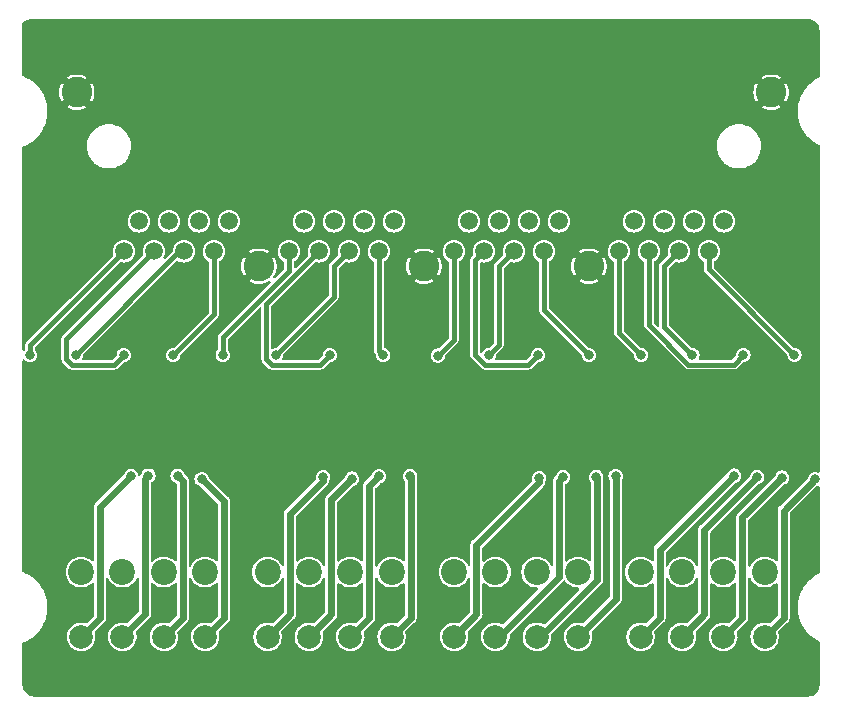
<source format=gbr>
%TF.GenerationSoftware,KiCad,Pcbnew,(6.0.9)*%
%TF.CreationDate,2024-02-02T01:57:23+05:30*%
%TF.ProjectId,RJ45-To-Terminal,524a3435-2d54-46f2-9d54-65726d696e61,2*%
%TF.SameCoordinates,Original*%
%TF.FileFunction,Copper,L2,Bot*%
%TF.FilePolarity,Positive*%
%FSLAX46Y46*%
G04 Gerber Fmt 4.6, Leading zero omitted, Abs format (unit mm)*
G04 Created by KiCad (PCBNEW (6.0.9)) date 2024-02-02 01:57:23*
%MOMM*%
%LPD*%
G01*
G04 APERTURE LIST*
%TA.AperFunction,ComponentPad*%
%ADD10C,2.200000*%
%TD*%
%TA.AperFunction,ComponentPad*%
%ADD11C,2.000000*%
%TD*%
%TA.AperFunction,ComponentPad*%
%ADD12C,1.500000*%
%TD*%
%TA.AperFunction,ComponentPad*%
%ADD13C,2.600000*%
%TD*%
%TA.AperFunction,ViaPad*%
%ADD14C,0.800000*%
%TD*%
%TA.AperFunction,Conductor*%
%ADD15C,0.609600*%
%TD*%
%TA.AperFunction,Conductor*%
%ADD16C,0.406400*%
%TD*%
G04 APERTURE END LIST*
D10*
%TO.P,J18,1,Pin_1*%
%TO.N,RC4-*%
X148105000Y-89093000D03*
%TO.P,J18,2,Pin_2*%
%TO.N,IN4-*%
X151605000Y-89093000D03*
%TO.P,J18,3,Pin_3*%
%TO.N,RC3-*%
X155105000Y-89093000D03*
%TO.P,J18,4,Pin_4*%
%TO.N,IN3-*%
X158605000Y-89093000D03*
%TD*%
D11*
%TO.P,J19,1,Pin_1*%
%TO.N,RC2-*%
X148105000Y-94579000D03*
%TO.P,J19,2,Pin_2*%
%TO.N,IN2-*%
X151605000Y-94579000D03*
%TO.P,J19,3,Pin_3*%
%TO.N,RC1-*%
X155105000Y-94579000D03*
%TO.P,J19,4,Pin_4*%
%TO.N,IN1-*%
X158605000Y-94579000D03*
%TD*%
%TO.P,J17,1,Pin_1*%
%TO.N,RC6-*%
X132314666Y-94579000D03*
%TO.P,J17,2,Pin_2*%
%TO.N,IN6-*%
X135814666Y-94579000D03*
%TO.P,J17,3,Pin_3*%
%TO.N,RC5-*%
X139314666Y-94579000D03*
%TO.P,J17,4,Pin_4*%
%TO.N,IN5-*%
X142814666Y-94579000D03*
%TD*%
D10*
%TO.P,J16,1,Pin_1*%
%TO.N,RC8-*%
X132314666Y-89093000D03*
%TO.P,J16,2,Pin_2*%
%TO.N,IN8-*%
X135814666Y-89093000D03*
%TO.P,J16,3,Pin_3*%
%TO.N,RC7-*%
X139314666Y-89093000D03*
%TO.P,J16,4,Pin_4*%
%TO.N,IN7-*%
X142814666Y-89093000D03*
%TD*%
D11*
%TO.P,J14,1,Pin_1*%
%TO.N,RC10-*%
X116524333Y-94579000D03*
%TO.P,J14,2,Pin_2*%
%TO.N,IN10-*%
X120024333Y-94579000D03*
%TO.P,J14,3,Pin_3*%
%TO.N,RC9-*%
X123524333Y-94579000D03*
%TO.P,J14,4,Pin_4*%
%TO.N,IN9-*%
X127024333Y-94579000D03*
%TD*%
D10*
%TO.P,J13,4,Pin_4*%
%TO.N,IN11-*%
X127024333Y-89093000D03*
%TO.P,J13,3,Pin_3*%
%TO.N,RC11-*%
X123524333Y-89093000D03*
%TO.P,J13,2,Pin_2*%
%TO.N,IN12-*%
X120024333Y-89093000D03*
%TO.P,J13,1,Pin_1*%
%TO.N,RC12-*%
X116524333Y-89093000D03*
%TD*%
D11*
%TO.P,J12,4,Pin_4*%
%TO.N,IN13-*%
X111234000Y-94579000D03*
%TO.P,J12,3,Pin_3*%
%TO.N,RC13-*%
X107734000Y-94579000D03*
%TO.P,J12,2,Pin_2*%
%TO.N,IN14-*%
X104234000Y-94579000D03*
%TO.P,J12,1,Pin_1*%
%TO.N,RC14-*%
X100734000Y-94579000D03*
%TD*%
D10*
%TO.P,J11,4,Pin_4*%
%TO.N,IN15-*%
X111234000Y-89093000D03*
%TO.P,J11,3,Pin_3*%
%TO.N,RC15-*%
X107734000Y-89093000D03*
%TO.P,J11,2,Pin_2*%
%TO.N,IN16-*%
X104234000Y-89093000D03*
%TO.P,J11,1,Pin_1*%
%TO.N,RC16-*%
X100734000Y-89093000D03*
%TD*%
D12*
%TO.P,RJ45-1,A1,A1*%
%TO.N,IN1+*%
X155158400Y-59399400D03*
%TO.P,RJ45-1,A2,A2*%
%TO.N,IN1-*%
X153888400Y-61939400D03*
%TO.P,RJ45-1,A3,A3*%
%TO.N,IN2+*%
X152618400Y-59399400D03*
%TO.P,RJ45-1,A4,A4*%
%TO.N,IN3-*%
X151348400Y-61939400D03*
%TO.P,RJ45-1,A5,A5*%
%TO.N,IN3+*%
X150078400Y-59399400D03*
%TO.P,RJ45-1,A6,A6*%
%TO.N,IN2-*%
X148808400Y-61939400D03*
%TO.P,RJ45-1,A7,A7*%
%TO.N,IN4+*%
X147538400Y-59399400D03*
%TO.P,RJ45-1,A8,A8*%
%TO.N,IN4-*%
X146268400Y-61939400D03*
%TO.P,RJ45-1,B1,B1*%
%TO.N,IN5+*%
X141188400Y-59399400D03*
%TO.P,RJ45-1,B2,B2*%
%TO.N,IN5-*%
X139918400Y-61939400D03*
%TO.P,RJ45-1,B3,B3*%
%TO.N,IN6+*%
X138648400Y-59399400D03*
%TO.P,RJ45-1,B4,B4*%
%TO.N,IN7-*%
X137378400Y-61939400D03*
%TO.P,RJ45-1,B5,B5*%
%TO.N,IN7+*%
X136108400Y-59399400D03*
%TO.P,RJ45-1,B6,B6*%
%TO.N,IN6-*%
X134838400Y-61939400D03*
%TO.P,RJ45-1,B7,B7*%
%TO.N,IN8+*%
X133568400Y-59399400D03*
%TO.P,RJ45-1,B8,B8*%
%TO.N,IN8-*%
X132298400Y-61939400D03*
%TO.P,RJ45-1,C1,C1*%
%TO.N,IN9+*%
X127218400Y-59399400D03*
%TO.P,RJ45-1,C2,C2*%
%TO.N,IN9-*%
X125948400Y-61939400D03*
%TO.P,RJ45-1,C3,C3*%
%TO.N,IN10+*%
X124678400Y-59399400D03*
%TO.P,RJ45-1,C4,C4*%
%TO.N,IN11-*%
X123408400Y-61939400D03*
%TO.P,RJ45-1,C5,C5*%
%TO.N,IN11+*%
X122138400Y-59399400D03*
%TO.P,RJ45-1,C6,C6*%
%TO.N,IN10-*%
X120868400Y-61939400D03*
%TO.P,RJ45-1,C7,C7*%
%TO.N,IN12+*%
X119598400Y-59399400D03*
%TO.P,RJ45-1,C8,C8*%
%TO.N,IN12-*%
X118328400Y-61939400D03*
%TO.P,RJ45-1,D1,D1*%
%TO.N,IN13+*%
X113248400Y-59399400D03*
%TO.P,RJ45-1,D2,D2*%
%TO.N,IN13-*%
X111978400Y-61939400D03*
%TO.P,RJ45-1,D3,D3*%
%TO.N,IN14+*%
X110708400Y-59399400D03*
%TO.P,RJ45-1,D4,D4*%
%TO.N,IN15-*%
X109438400Y-61939400D03*
%TO.P,RJ45-1,D5,D5*%
%TO.N,IN15+*%
X108168400Y-59399400D03*
%TO.P,RJ45-1,D6,D6*%
%TO.N,IN14-*%
X106898400Y-61939400D03*
%TO.P,RJ45-1,D7,D7*%
%TO.N,IN16+*%
X105628400Y-59399400D03*
%TO.P,RJ45-1,D8,D8*%
%TO.N,IN16-*%
X104358400Y-61939400D03*
D13*
%TO.P,RJ45-1,EH,EH*%
%TO.N,GNDPWR*%
X115788400Y-63209400D03*
X100358400Y-48479400D03*
X159158400Y-48479400D03*
X129758400Y-63209400D03*
X143728400Y-63209400D03*
%TD*%
D14*
%TO.N,RC2-*%
X156022000Y-80928000D03*
%TO.N,IN1-*%
X162880000Y-81219000D03*
%TO.N,RC1-*%
X160086000Y-81092000D03*
%TO.N,IN2-*%
X157964500Y-81054500D03*
%TO.N,IN5-*%
X145989000Y-80951000D03*
%TO.N,RC5-*%
X144338000Y-81022000D03*
%TO.N,IN6-*%
X141544000Y-81044000D03*
%TO.N,RC6-*%
X139512000Y-81142000D03*
%TO.N,IN9-*%
X128590000Y-80960000D03*
%TO.N,RC9-*%
X125923000Y-80987000D03*
%TO.N,IN10-*%
X123668000Y-81188000D03*
%TO.N,RC10-*%
X121224000Y-81056000D03*
%TO.N,IN13-*%
X110937000Y-81219000D03*
%TO.N,RC13-*%
X108905000Y-80935000D03*
%TO.N,IN14-*%
X106440000Y-80920000D03*
%TO.N,RC14-*%
X104968000Y-80965000D03*
%TO.N,IN5-*%
X143727500Y-70721700D03*
%TO.N,IN6-*%
X139417000Y-70721700D03*
%TO.N,IN7-*%
X135249300Y-70721700D03*
%TO.N,IN8-*%
X130942600Y-70763800D03*
%TO.N,IN9-*%
X126313500Y-70721700D03*
%TO.N,IN10-*%
X121784650Y-70721700D03*
%TO.N,IN11-*%
X117210500Y-70721700D03*
%TO.N,IN12-*%
X112724500Y-70721700D03*
%TO.N,IN4-*%
X148149300Y-70721700D03*
%TO.N,IN3-*%
X152490500Y-70721700D03*
%TO.N,IN2-*%
X156808500Y-70721700D03*
%TO.N,IN1-*%
X161134800Y-70721700D03*
%TO.N,IN16-*%
X96401400Y-70721700D03*
%TO.N,IN15-*%
X100278500Y-70721700D03*
%TO.N,IN14-*%
X104342500Y-70721700D03*
%TO.N,IN13-*%
X108533500Y-70721700D03*
%TD*%
D15*
%TO.N,RC2-*%
X149709800Y-92974200D02*
X148105000Y-94579000D01*
X149709800Y-87190200D02*
X149709800Y-92974200D01*
X155972000Y-80928000D02*
X149709800Y-87190200D01*
X156022000Y-80928000D02*
X155972000Y-80928000D01*
%TO.N,IN2-*%
X153500200Y-92683800D02*
X151605000Y-94579000D01*
X153500200Y-85518800D02*
X153500200Y-92683800D01*
X157964500Y-81054500D02*
X153500200Y-85518800D01*
%TO.N,IN5-*%
X145989000Y-91404666D02*
X142814666Y-94579000D01*
X145989000Y-80951000D02*
X145989000Y-91404666D01*
%TO.N,RC5-*%
X139598196Y-94579000D02*
X139314666Y-94579000D01*
X144419466Y-89757730D02*
X139598196Y-94579000D01*
X144338000Y-81022000D02*
X144419466Y-81103466D01*
X144419466Y-81103466D02*
X144419466Y-89757730D01*
%TO.N,IN6-*%
X141209866Y-89474000D02*
X136104866Y-94579000D01*
X141544000Y-81044000D02*
X141209866Y-81378134D01*
X141209866Y-81378134D02*
X141209866Y-89474000D01*
X136104866Y-94579000D02*
X135814666Y-94579000D01*
%TO.N,RC6-*%
X134209866Y-92683800D02*
X132314666Y-94579000D01*
X139512000Y-81473000D02*
X134209866Y-86775134D01*
X139512000Y-81142000D02*
X139512000Y-81473000D01*
X134209866Y-86775134D02*
X134209866Y-92683800D01*
%TO.N,IN9-*%
X128629133Y-80999133D02*
X128629133Y-92974200D01*
X128590000Y-80960000D02*
X128629133Y-80999133D01*
X128629133Y-92974200D02*
X127024333Y-94579000D01*
%TO.N,RC9-*%
X125129133Y-92974200D02*
X123524333Y-94579000D01*
X125923000Y-80987000D02*
X125129133Y-81780867D01*
X125129133Y-81780867D02*
X125129133Y-92974200D01*
%TO.N,RC10-*%
X118419533Y-84150467D02*
X118419533Y-92683800D01*
X118419533Y-92683800D02*
X116524333Y-94579000D01*
X121224000Y-81346000D02*
X118419533Y-84150467D01*
X121224000Y-81056000D02*
X121224000Y-81346000D01*
%TO.N,IN10-*%
X121919533Y-82936467D02*
X121919533Y-92683800D01*
X121919533Y-92683800D02*
X120024333Y-94579000D01*
X123668000Y-81188000D02*
X121919533Y-82936467D01*
%TO.N,IN14-*%
X106129200Y-92683800D02*
X104234000Y-94579000D01*
X106129200Y-81230800D02*
X106129200Y-92683800D01*
X106440000Y-80920000D02*
X106129200Y-81230800D01*
%TO.N,RC13-*%
X109338800Y-92974200D02*
X107734000Y-94579000D01*
X109338800Y-81368800D02*
X109338800Y-92974200D01*
X108905000Y-80935000D02*
X109338800Y-81368800D01*
%TO.N,IN13-*%
X112838800Y-83120800D02*
X110937000Y-81219000D01*
X111234000Y-94579000D02*
X112838800Y-92974200D01*
X112838800Y-92974200D02*
X112838800Y-83120800D01*
%TO.N,RC14-*%
X102338800Y-83594200D02*
X104968000Y-80965000D01*
X102338800Y-92974200D02*
X102338800Y-83594200D01*
X100734000Y-94579000D02*
X102338800Y-92974200D01*
%TO.N,RC1-*%
X156709800Y-84468200D02*
X160086000Y-81092000D01*
X156709800Y-92974200D02*
X156709800Y-84468200D01*
X155105000Y-94579000D02*
X156709800Y-92974200D01*
%TO.N,IN1-*%
X160209800Y-83889200D02*
X162880000Y-81219000D01*
X160209800Y-92974200D02*
X160209800Y-83889200D01*
X158605000Y-94579000D02*
X160209800Y-92974200D01*
D16*
%TO.N,IN5-*%
X139918400Y-61939400D02*
X139918400Y-66912600D01*
X139918400Y-66912600D02*
X143727500Y-70721700D01*
%TO.N,IN6-*%
X138597100Y-71541600D02*
X139417000Y-70721700D01*
X134838400Y-61939400D02*
X134088400Y-62689400D01*
X134933303Y-71541600D02*
X138597100Y-71541600D01*
X134088400Y-70696697D02*
X134933303Y-71541600D01*
X134088400Y-62689400D02*
X134088400Y-70696697D01*
%TO.N,IN7-*%
X137378400Y-61939400D02*
X136108400Y-63209400D01*
X136108400Y-63209400D02*
X136108400Y-69862600D01*
X136108400Y-69862600D02*
X135249300Y-70721700D01*
%TO.N,IN8-*%
X132298400Y-61939400D02*
X132298400Y-69408000D01*
X132298400Y-69408000D02*
X130942600Y-70763800D01*
%TO.N,IN9-*%
X125948400Y-70356600D02*
X126313500Y-70721700D01*
X125948400Y-61939400D02*
X125948400Y-70356600D01*
%TO.N,IN10-*%
X116407300Y-66400500D02*
X116407300Y-71054397D01*
X116407300Y-71054397D02*
X116894503Y-71541600D01*
X116894503Y-71541600D02*
X120964750Y-71541600D01*
X120868400Y-61939400D02*
X116407300Y-66400500D01*
X120964750Y-71541600D02*
X121784650Y-70721700D01*
%TO.N,IN11-*%
X123408400Y-61939400D02*
X122138400Y-63209400D01*
X122138400Y-63209400D02*
X122138400Y-65793800D01*
X122138400Y-65793800D02*
X117210500Y-70721700D01*
%TO.N,IN12-*%
X118328400Y-63621820D02*
X112724500Y-69225720D01*
X118328400Y-61939400D02*
X118328400Y-63621820D01*
X112724500Y-69225720D02*
X112724500Y-70721700D01*
%TO.N,IN4-*%
X146268400Y-68840800D02*
X148149300Y-70721700D01*
X146268400Y-61939400D02*
X146268400Y-68840800D01*
%TO.N,IN3-*%
X151348400Y-61939400D02*
X150078400Y-63209400D01*
X150078400Y-63209400D02*
X150078400Y-68309600D01*
X150078400Y-68309600D02*
X152490500Y-70721700D01*
%TO.N,IN2-*%
X148808400Y-61939400D02*
X148808400Y-68175497D01*
X156005300Y-71524900D02*
X156808500Y-70721700D01*
X152157803Y-71524900D02*
X156005300Y-71524900D01*
X148808400Y-68175497D02*
X152157803Y-71524900D01*
%TO.N,IN1-*%
X153888400Y-61939400D02*
X153888400Y-63475300D01*
X153888400Y-63475300D02*
X161134800Y-70721700D01*
%TO.N,IN16-*%
X96401400Y-69896400D02*
X104358400Y-61939400D01*
X96401400Y-70721700D02*
X96401400Y-69896400D01*
%TO.N,IN15-*%
X109060800Y-61939400D02*
X100278500Y-70721700D01*
X109438400Y-61939400D02*
X109060800Y-61939400D01*
%TO.N,IN14-*%
X99475300Y-71054397D02*
X99962503Y-71541600D01*
X99475300Y-69362500D02*
X99475300Y-71054397D01*
X106898400Y-61939400D02*
X99475300Y-69362500D01*
X103522600Y-71541600D02*
X104342500Y-70721700D01*
X99962503Y-71541600D02*
X103522600Y-71541600D01*
%TO.N,IN13-*%
X111978400Y-67276800D02*
X108533500Y-70721700D01*
X111978400Y-61939400D02*
X111978400Y-67276800D01*
%TD*%
%TA.AperFunction,Conductor*%
%TO.N,GNDPWR*%
G36*
X162273914Y-42274484D02*
G01*
X162454237Y-42292245D01*
X162473573Y-42296092D01*
X162513948Y-42308339D01*
X162642199Y-42347243D01*
X162660419Y-42354790D01*
X162815831Y-42437859D01*
X162832225Y-42448813D01*
X162968450Y-42560609D01*
X162982391Y-42574550D01*
X163094187Y-42710775D01*
X163105141Y-42727169D01*
X163188210Y-42882581D01*
X163195757Y-42900801D01*
X163246908Y-43069425D01*
X163250756Y-43088766D01*
X163268516Y-43269086D01*
X163269000Y-43278947D01*
X163269000Y-47123700D01*
X163249787Y-47182831D01*
X163210401Y-47215113D01*
X163142956Y-47246101D01*
X163142950Y-47246104D01*
X163141000Y-47247000D01*
X163139122Y-47248066D01*
X162956875Y-47351503D01*
X162956861Y-47351512D01*
X162956000Y-47352000D01*
X162955166Y-47352518D01*
X162955157Y-47352523D01*
X162812385Y-47441140D01*
X162812377Y-47441145D01*
X162811000Y-47442000D01*
X162809677Y-47442945D01*
X162740621Y-47492271D01*
X162671000Y-47542000D01*
X162586000Y-47612000D01*
X162441000Y-47737000D01*
X162301000Y-47872000D01*
X162186000Y-47997000D01*
X162041000Y-48177000D01*
X162039817Y-48178752D01*
X162039813Y-48178758D01*
X161936148Y-48332337D01*
X161906000Y-48377000D01*
X161905163Y-48378435D01*
X161839694Y-48490668D01*
X161836000Y-48497000D01*
X161761000Y-48632000D01*
X161676000Y-48812000D01*
X161606000Y-48992000D01*
X161605807Y-48992530D01*
X161605802Y-48992544D01*
X161591127Y-49032900D01*
X161566000Y-49102000D01*
X161565583Y-49103390D01*
X161565581Y-49103396D01*
X161545321Y-49170931D01*
X161536000Y-49202000D01*
X161506000Y-49312000D01*
X161466000Y-49502000D01*
X161451000Y-49607000D01*
X161450944Y-49607465D01*
X161450941Y-49607485D01*
X161431087Y-49771278D01*
X161431084Y-49771311D01*
X161431000Y-49772000D01*
X161421000Y-49882000D01*
X161416000Y-50057000D01*
X161416000Y-50157000D01*
X161426000Y-50312000D01*
X161436000Y-50442000D01*
X161461000Y-50612000D01*
X161491000Y-50752000D01*
X161516000Y-50867000D01*
X161546000Y-50977000D01*
X161546336Y-50978045D01*
X161546343Y-50978069D01*
X161568051Y-51045604D01*
X161591000Y-51117000D01*
X161631000Y-51227000D01*
X161631750Y-51228673D01*
X161631752Y-51228678D01*
X161696000Y-51372000D01*
X161721711Y-51429135D01*
X161741000Y-51472000D01*
X161796000Y-51577000D01*
X161846000Y-51667000D01*
X161886000Y-51732000D01*
X161910304Y-51771770D01*
X161940480Y-51821150D01*
X161940493Y-51821170D01*
X161941000Y-51822000D01*
X161991000Y-51897000D01*
X162031000Y-51952000D01*
X162081000Y-52017000D01*
X162141000Y-52092000D01*
X162221000Y-52187000D01*
X162221971Y-52188028D01*
X162221978Y-52188036D01*
X162305491Y-52276462D01*
X162305522Y-52276493D01*
X162306000Y-52277000D01*
X162411000Y-52382000D01*
X162481000Y-52447000D01*
X162581000Y-52532000D01*
X162581713Y-52532563D01*
X162581718Y-52532567D01*
X162674602Y-52605896D01*
X162676000Y-52607000D01*
X162676980Y-52607700D01*
X162676992Y-52607709D01*
X162745620Y-52656729D01*
X162745645Y-52656747D01*
X162746000Y-52657000D01*
X162841000Y-52722000D01*
X162936000Y-52782000D01*
X162936647Y-52782381D01*
X162936669Y-52782394D01*
X163020454Y-52831679D01*
X163021000Y-52832000D01*
X163021524Y-52832291D01*
X163021564Y-52832314D01*
X163087929Y-52869183D01*
X163111000Y-52882000D01*
X163191000Y-52922000D01*
X163191319Y-52922154D01*
X163191387Y-52922187D01*
X163212041Y-52932131D01*
X163256984Y-52975093D01*
X163269000Y-53022772D01*
X163269000Y-80576131D01*
X163249787Y-80635262D01*
X163199487Y-80671807D01*
X163137313Y-80671807D01*
X163129910Y-80669076D01*
X163037597Y-80630839D01*
X163031061Y-80629979D01*
X163031059Y-80629978D01*
X162886540Y-80610952D01*
X162880000Y-80610091D01*
X162873460Y-80610952D01*
X162728941Y-80629978D01*
X162728939Y-80629979D01*
X162722403Y-80630839D01*
X162638112Y-80665753D01*
X162581636Y-80689146D01*
X162581633Y-80689148D01*
X162575546Y-80691669D01*
X162449436Y-80788436D01*
X162352669Y-80914546D01*
X162350148Y-80920633D01*
X162350146Y-80920636D01*
X162326257Y-80978311D01*
X162291839Y-81061403D01*
X162290978Y-81067942D01*
X162290285Y-81070529D01*
X162264248Y-81115625D01*
X159898488Y-83481385D01*
X159888347Y-83489488D01*
X159888362Y-83489506D01*
X159882904Y-83494151D01*
X159876842Y-83497976D01*
X159872097Y-83503349D01*
X159840693Y-83538907D01*
X159836425Y-83543448D01*
X159824418Y-83555455D01*
X159817526Y-83564651D01*
X159812444Y-83570892D01*
X159780422Y-83607151D01*
X159777375Y-83613642D01*
X159775995Y-83616580D01*
X159765436Y-83634154D01*
X159759184Y-83642495D01*
X159756668Y-83649205D01*
X159756668Y-83649206D01*
X159742202Y-83687794D01*
X159739074Y-83695218D01*
X159718519Y-83739000D01*
X159717417Y-83746079D01*
X159716917Y-83749290D01*
X159711715Y-83769117D01*
X159710572Y-83772168D01*
X159710571Y-83772172D01*
X159708055Y-83778884D01*
X159707524Y-83786032D01*
X159704472Y-83827105D01*
X159703551Y-83835130D01*
X159701300Y-83849586D01*
X159701300Y-83866060D01*
X159701023Y-83873514D01*
X159697261Y-83924141D01*
X159698757Y-83931149D01*
X159698757Y-83931151D01*
X159699083Y-83932680D01*
X159701300Y-83953682D01*
X159701300Y-88102720D01*
X159682087Y-88161851D01*
X159631787Y-88198396D01*
X159569613Y-88198396D01*
X159529565Y-88173855D01*
X159446203Y-88090493D01*
X159442609Y-88087976D01*
X159442606Y-88087974D01*
X159352772Y-88025072D01*
X159259340Y-87959650D01*
X159052595Y-87863243D01*
X158911970Y-87825563D01*
X158836498Y-87805340D01*
X158836495Y-87805340D01*
X158832250Y-87804202D01*
X158605000Y-87784320D01*
X158377750Y-87804202D01*
X158373505Y-87805340D01*
X158373502Y-87805340D01*
X158298030Y-87825563D01*
X158157405Y-87863243D01*
X157950660Y-87959650D01*
X157857228Y-88025072D01*
X157767394Y-88087974D01*
X157767391Y-88087976D01*
X157763797Y-88090493D01*
X157602493Y-88251797D01*
X157471650Y-88438660D01*
X157469794Y-88442641D01*
X157410075Y-88570708D01*
X157367672Y-88616180D01*
X157306640Y-88628043D01*
X157250291Y-88601767D01*
X157220148Y-88547388D01*
X157218300Y-88528193D01*
X157218300Y-84720497D01*
X157237513Y-84661366D01*
X157247765Y-84649362D01*
X160189375Y-81707752D01*
X160234471Y-81681715D01*
X160237058Y-81681022D01*
X160243597Y-81680161D01*
X160390455Y-81619331D01*
X160516564Y-81522564D01*
X160520817Y-81517022D01*
X160559911Y-81466073D01*
X160613331Y-81396454D01*
X160615869Y-81390328D01*
X160658291Y-81287911D01*
X160674161Y-81249597D01*
X160675497Y-81239454D01*
X160694048Y-81098540D01*
X160694909Y-81092000D01*
X160688308Y-81041859D01*
X160675022Y-80940941D01*
X160675021Y-80940939D01*
X160674161Y-80934403D01*
X160636564Y-80843636D01*
X160615854Y-80793636D01*
X160615852Y-80793633D01*
X160613331Y-80787546D01*
X160539762Y-80691669D01*
X160520578Y-80666667D01*
X160520577Y-80666666D01*
X160516564Y-80661436D01*
X160390455Y-80564669D01*
X160243597Y-80503839D01*
X160237061Y-80502979D01*
X160237059Y-80502978D01*
X160092540Y-80483952D01*
X160086000Y-80483091D01*
X160079460Y-80483952D01*
X159934941Y-80502978D01*
X159934939Y-80502979D01*
X159928403Y-80503839D01*
X159844112Y-80538753D01*
X159787636Y-80562146D01*
X159787633Y-80562148D01*
X159781546Y-80564669D01*
X159655436Y-80661436D01*
X159558669Y-80787546D01*
X159556148Y-80793633D01*
X159556146Y-80793636D01*
X159535436Y-80843636D01*
X159497839Y-80934403D01*
X159496978Y-80940944D01*
X159496285Y-80943529D01*
X159470248Y-80988625D01*
X156398488Y-84060385D01*
X156388347Y-84068488D01*
X156388362Y-84068506D01*
X156382904Y-84073151D01*
X156376842Y-84076976D01*
X156363210Y-84092411D01*
X156340693Y-84117907D01*
X156336425Y-84122448D01*
X156324418Y-84134455D01*
X156317526Y-84143651D01*
X156312444Y-84149892D01*
X156280422Y-84186151D01*
X156277375Y-84192642D01*
X156275995Y-84195580D01*
X156265436Y-84213154D01*
X156259184Y-84221495D01*
X156256668Y-84228205D01*
X156256668Y-84228206D01*
X156242202Y-84266794D01*
X156239074Y-84274218D01*
X156218519Y-84318000D01*
X156217417Y-84325079D01*
X156216917Y-84328290D01*
X156211715Y-84348117D01*
X156210572Y-84351168D01*
X156210571Y-84351172D01*
X156208055Y-84357884D01*
X156207524Y-84365032D01*
X156204472Y-84406105D01*
X156203551Y-84414130D01*
X156201300Y-84428586D01*
X156201300Y-84445060D01*
X156201023Y-84452514D01*
X156197261Y-84503141D01*
X156198757Y-84510149D01*
X156198757Y-84510151D01*
X156199083Y-84511680D01*
X156201300Y-84532682D01*
X156201300Y-88102720D01*
X156182087Y-88161851D01*
X156131787Y-88198396D01*
X156069613Y-88198396D01*
X156029565Y-88173855D01*
X155946203Y-88090493D01*
X155942609Y-88087976D01*
X155942606Y-88087974D01*
X155852772Y-88025072D01*
X155759340Y-87959650D01*
X155552595Y-87863243D01*
X155411970Y-87825563D01*
X155336498Y-87805340D01*
X155336495Y-87805340D01*
X155332250Y-87804202D01*
X155105000Y-87784320D01*
X154877750Y-87804202D01*
X154873505Y-87805340D01*
X154873502Y-87805340D01*
X154798030Y-87825563D01*
X154657405Y-87863243D01*
X154450660Y-87959650D01*
X154357228Y-88025072D01*
X154267394Y-88087974D01*
X154267391Y-88087976D01*
X154263797Y-88090493D01*
X154180435Y-88173855D01*
X154125037Y-88202081D01*
X154063629Y-88192355D01*
X154019665Y-88148391D01*
X154008700Y-88102720D01*
X154008700Y-85771097D01*
X154027913Y-85711966D01*
X154038165Y-85699962D01*
X158067875Y-81670252D01*
X158112971Y-81644215D01*
X158115558Y-81643522D01*
X158122097Y-81642661D01*
X158268955Y-81581831D01*
X158395064Y-81485064D01*
X158491831Y-81358954D01*
X158494550Y-81352391D01*
X158527942Y-81271774D01*
X158552661Y-81212097D01*
X158554044Y-81201597D01*
X158572548Y-81061040D01*
X158573409Y-81054500D01*
X158568269Y-81015460D01*
X158553522Y-80903441D01*
X158553521Y-80903439D01*
X158552661Y-80896903D01*
X158510995Y-80796311D01*
X158494354Y-80756136D01*
X158494352Y-80756133D01*
X158491831Y-80750046D01*
X158417086Y-80652636D01*
X158399078Y-80629167D01*
X158399077Y-80629166D01*
X158395064Y-80623936D01*
X158268955Y-80527169D01*
X158122097Y-80466339D01*
X158115561Y-80465479D01*
X158115559Y-80465478D01*
X157971040Y-80446452D01*
X157964500Y-80445591D01*
X157957960Y-80446452D01*
X157813441Y-80465478D01*
X157813439Y-80465479D01*
X157806903Y-80466339D01*
X157738513Y-80494667D01*
X157666136Y-80524646D01*
X157666133Y-80524648D01*
X157660046Y-80527169D01*
X157533936Y-80623936D01*
X157437169Y-80750046D01*
X157434648Y-80756133D01*
X157434646Y-80756136D01*
X157415934Y-80801311D01*
X157376339Y-80896903D01*
X157375478Y-80903444D01*
X157374785Y-80906029D01*
X157348748Y-80951125D01*
X153188888Y-85110985D01*
X153178747Y-85119088D01*
X153178762Y-85119106D01*
X153173304Y-85123751D01*
X153167242Y-85127576D01*
X153162497Y-85132949D01*
X153131093Y-85168507D01*
X153126825Y-85173048D01*
X153114818Y-85185055D01*
X153107926Y-85194251D01*
X153102844Y-85200492D01*
X153070822Y-85236751D01*
X153067775Y-85243242D01*
X153066395Y-85246180D01*
X153055836Y-85263754D01*
X153049584Y-85272095D01*
X153047068Y-85278805D01*
X153047068Y-85278806D01*
X153032602Y-85317394D01*
X153029474Y-85324818D01*
X153008919Y-85368600D01*
X153007817Y-85375679D01*
X153007317Y-85378890D01*
X153002115Y-85398717D01*
X153000972Y-85401768D01*
X153000971Y-85401772D01*
X152998455Y-85408484D01*
X152997924Y-85415632D01*
X152994872Y-85456705D01*
X152993951Y-85464730D01*
X152991700Y-85479186D01*
X152991700Y-85495660D01*
X152991423Y-85503114D01*
X152987661Y-85553741D01*
X152989157Y-85560749D01*
X152989157Y-85560751D01*
X152989483Y-85562280D01*
X152991700Y-85583282D01*
X152991700Y-88528193D01*
X152972487Y-88587324D01*
X152922187Y-88623869D01*
X152860013Y-88623869D01*
X152809713Y-88587324D01*
X152799925Y-88570708D01*
X152740206Y-88442641D01*
X152738350Y-88438660D01*
X152607507Y-88251797D01*
X152446203Y-88090493D01*
X152442609Y-88087976D01*
X152442606Y-88087974D01*
X152352772Y-88025072D01*
X152259340Y-87959650D01*
X152052595Y-87863243D01*
X151911970Y-87825563D01*
X151836498Y-87805340D01*
X151836495Y-87805340D01*
X151832250Y-87804202D01*
X151605000Y-87784320D01*
X151377750Y-87804202D01*
X151373505Y-87805340D01*
X151373502Y-87805340D01*
X151298030Y-87825563D01*
X151157405Y-87863243D01*
X150950660Y-87959650D01*
X150857228Y-88025072D01*
X150767394Y-88087974D01*
X150767391Y-88087976D01*
X150763797Y-88090493D01*
X150602493Y-88251797D01*
X150471650Y-88438660D01*
X150469794Y-88442641D01*
X150410075Y-88570708D01*
X150367672Y-88616180D01*
X150306640Y-88628043D01*
X150250291Y-88601767D01*
X150220148Y-88547388D01*
X150218300Y-88528193D01*
X150218300Y-87442497D01*
X150237513Y-87383366D01*
X150247765Y-87371362D01*
X156067201Y-81551926D01*
X156125205Y-81523322D01*
X156173059Y-81517022D01*
X156173061Y-81517021D01*
X156179597Y-81516161D01*
X156326455Y-81455331D01*
X156452564Y-81358564D01*
X156462717Y-81345333D01*
X156487606Y-81312896D01*
X156549331Y-81232454D01*
X156554619Y-81219689D01*
X156580375Y-81157507D01*
X156610161Y-81085597D01*
X156612146Y-81070525D01*
X156630048Y-80934540D01*
X156630909Y-80928000D01*
X156628449Y-80909318D01*
X156611022Y-80776941D01*
X156611021Y-80776939D01*
X156610161Y-80770403D01*
X156567192Y-80666666D01*
X156551854Y-80629636D01*
X156551852Y-80629633D01*
X156549331Y-80623546D01*
X156457477Y-80503839D01*
X156456578Y-80502667D01*
X156456577Y-80502666D01*
X156452564Y-80497436D01*
X156326455Y-80400669D01*
X156179597Y-80339839D01*
X156173061Y-80338979D01*
X156173059Y-80338978D01*
X156028540Y-80319952D01*
X156022000Y-80319091D01*
X156015460Y-80319952D01*
X155870941Y-80338978D01*
X155870939Y-80338979D01*
X155864403Y-80339839D01*
X155789227Y-80370978D01*
X155723636Y-80398146D01*
X155723633Y-80398148D01*
X155717546Y-80400669D01*
X155591436Y-80497436D01*
X155494669Y-80623546D01*
X155492148Y-80629633D01*
X155492146Y-80629636D01*
X155458022Y-80712020D01*
X155436215Y-80744657D01*
X149398488Y-86782385D01*
X149388347Y-86790488D01*
X149388362Y-86790506D01*
X149382904Y-86795151D01*
X149376842Y-86798976D01*
X149372097Y-86804349D01*
X149340693Y-86839907D01*
X149336425Y-86844448D01*
X149324418Y-86856455D01*
X149317526Y-86865651D01*
X149312444Y-86871892D01*
X149280422Y-86908151D01*
X149277375Y-86914642D01*
X149275995Y-86917580D01*
X149265436Y-86935154D01*
X149259184Y-86943495D01*
X149256668Y-86950205D01*
X149256668Y-86950206D01*
X149242202Y-86988794D01*
X149239074Y-86996218D01*
X149218519Y-87040000D01*
X149217417Y-87047079D01*
X149216917Y-87050290D01*
X149211715Y-87070117D01*
X149210572Y-87073168D01*
X149210571Y-87073172D01*
X149208055Y-87079884D01*
X149207524Y-87087032D01*
X149204472Y-87128105D01*
X149203551Y-87136130D01*
X149201300Y-87150586D01*
X149201300Y-87167060D01*
X149201023Y-87174514D01*
X149197261Y-87225141D01*
X149198757Y-87232149D01*
X149198757Y-87232151D01*
X149199083Y-87233680D01*
X149201300Y-87254682D01*
X149201300Y-88102720D01*
X149182087Y-88161851D01*
X149131787Y-88198396D01*
X149069613Y-88198396D01*
X149029565Y-88173855D01*
X148946203Y-88090493D01*
X148942609Y-88087976D01*
X148942606Y-88087974D01*
X148852772Y-88025072D01*
X148759340Y-87959650D01*
X148552595Y-87863243D01*
X148411970Y-87825563D01*
X148336498Y-87805340D01*
X148336495Y-87805340D01*
X148332250Y-87804202D01*
X148105000Y-87784320D01*
X147877750Y-87804202D01*
X147873505Y-87805340D01*
X147873502Y-87805340D01*
X147798030Y-87825563D01*
X147657405Y-87863243D01*
X147450660Y-87959650D01*
X147357228Y-88025072D01*
X147267394Y-88087974D01*
X147267391Y-88087976D01*
X147263797Y-88090493D01*
X147102493Y-88251797D01*
X146971650Y-88438660D01*
X146875243Y-88645405D01*
X146816202Y-88865750D01*
X146796320Y-89093000D01*
X146816202Y-89320250D01*
X146817340Y-89324495D01*
X146817340Y-89324498D01*
X146823510Y-89347523D01*
X146875243Y-89540595D01*
X146971650Y-89747340D01*
X147022407Y-89819829D01*
X147060245Y-89873866D01*
X147102493Y-89934203D01*
X147263797Y-90095507D01*
X147267391Y-90098024D01*
X147267394Y-90098026D01*
X147309325Y-90127386D01*
X147450660Y-90226350D01*
X147657405Y-90322757D01*
X147798030Y-90360437D01*
X147873502Y-90380660D01*
X147873505Y-90380660D01*
X147877750Y-90381798D01*
X148105000Y-90401680D01*
X148332250Y-90381798D01*
X148336495Y-90380660D01*
X148336498Y-90380660D01*
X148411970Y-90360437D01*
X148552595Y-90322757D01*
X148759340Y-90226350D01*
X148900675Y-90127386D01*
X148942606Y-90098026D01*
X148942609Y-90098024D01*
X148946203Y-90095507D01*
X149029565Y-90012145D01*
X149084963Y-89983919D01*
X149146371Y-89993645D01*
X149190335Y-90037609D01*
X149201300Y-90083280D01*
X149201300Y-92721903D01*
X149182087Y-92781034D01*
X149171835Y-92793038D01*
X148564256Y-93400617D01*
X148508858Y-93428843D01*
X148455841Y-93422919D01*
X148452621Y-93421634D01*
X148452618Y-93421633D01*
X148448334Y-93419924D01*
X148231360Y-93376765D01*
X148120757Y-93375318D01*
X148014768Y-93373930D01*
X148014764Y-93373930D01*
X148010154Y-93373870D01*
X148005610Y-93374651D01*
X148005608Y-93374651D01*
X147796670Y-93410553D01*
X147792125Y-93411334D01*
X147787801Y-93412929D01*
X147787798Y-93412930D01*
X147588905Y-93486305D01*
X147588903Y-93486306D01*
X147584574Y-93487903D01*
X147541632Y-93513451D01*
X147398416Y-93598655D01*
X147398411Y-93598659D01*
X147394452Y-93601014D01*
X147390986Y-93604053D01*
X147390984Y-93604055D01*
X147231593Y-93743837D01*
X147231590Y-93743840D01*
X147228126Y-93746878D01*
X147225273Y-93750497D01*
X147225272Y-93750498D01*
X147213394Y-93765565D01*
X147091167Y-93920609D01*
X146988162Y-94116390D01*
X146922559Y-94327664D01*
X146916797Y-94376348D01*
X146898423Y-94531594D01*
X146896557Y-94547356D01*
X146911026Y-94768107D01*
X146912158Y-94772565D01*
X146912159Y-94772570D01*
X146963547Y-94974909D01*
X146965481Y-94982525D01*
X147058099Y-95183428D01*
X147185778Y-95364090D01*
X147344242Y-95518458D01*
X147528183Y-95641364D01*
X147532419Y-95643184D01*
X147532421Y-95643185D01*
X147620657Y-95681094D01*
X147731443Y-95728691D01*
X147838757Y-95752974D01*
X147942712Y-95776497D01*
X147942715Y-95776497D01*
X147947212Y-95777515D01*
X148078135Y-95782659D01*
X148163658Y-95786019D01*
X148163659Y-95786019D01*
X148168267Y-95786200D01*
X148172824Y-95785539D01*
X148172829Y-95785539D01*
X148277735Y-95770328D01*
X148387202Y-95754456D01*
X148596686Y-95683346D01*
X148789704Y-95575251D01*
X148861860Y-95515240D01*
X148956244Y-95436741D01*
X148959791Y-95433791D01*
X149101251Y-95263704D01*
X149209346Y-95070686D01*
X149280456Y-94861202D01*
X149301364Y-94717000D01*
X149311775Y-94645202D01*
X149311776Y-94645193D01*
X149312200Y-94642267D01*
X149313229Y-94603003D01*
X149313780Y-94581956D01*
X149313780Y-94581949D01*
X149313857Y-94579000D01*
X149309079Y-94527000D01*
X149294037Y-94363291D01*
X149294036Y-94363286D01*
X149293615Y-94358703D01*
X149254801Y-94221080D01*
X149257242Y-94158954D01*
X149280489Y-94122638D01*
X150021112Y-93382015D01*
X150031253Y-93373912D01*
X150031238Y-93373894D01*
X150036696Y-93369249D01*
X150042758Y-93365424D01*
X150078908Y-93324492D01*
X150083175Y-93319952D01*
X150095182Y-93307945D01*
X150102074Y-93298749D01*
X150107161Y-93292501D01*
X150139178Y-93256249D01*
X150143605Y-93246820D01*
X150154164Y-93229246D01*
X150160416Y-93220905D01*
X150177398Y-93175606D01*
X150180526Y-93168182D01*
X150201081Y-93124400D01*
X150202683Y-93114108D01*
X150207885Y-93094283D01*
X150209028Y-93091232D01*
X150209029Y-93091228D01*
X150211545Y-93084516D01*
X150215128Y-93036295D01*
X150216049Y-93028270D01*
X150217702Y-93017655D01*
X150217702Y-93017653D01*
X150218300Y-93013814D01*
X150218300Y-92997340D01*
X150218577Y-92989885D01*
X150221808Y-92946405D01*
X150222339Y-92939259D01*
X150220843Y-92932249D01*
X150220517Y-92930720D01*
X150218300Y-92909718D01*
X150218300Y-89657807D01*
X150237513Y-89598676D01*
X150287813Y-89562131D01*
X150349987Y-89562131D01*
X150400287Y-89598676D01*
X150410074Y-89615291D01*
X150471650Y-89747340D01*
X150522407Y-89819829D01*
X150560245Y-89873866D01*
X150602493Y-89934203D01*
X150763797Y-90095507D01*
X150767391Y-90098024D01*
X150767394Y-90098026D01*
X150809325Y-90127386D01*
X150950660Y-90226350D01*
X151157405Y-90322757D01*
X151298030Y-90360437D01*
X151373502Y-90380660D01*
X151373505Y-90380660D01*
X151377750Y-90381798D01*
X151605000Y-90401680D01*
X151832250Y-90381798D01*
X151836495Y-90380660D01*
X151836498Y-90380660D01*
X151911970Y-90360437D01*
X152052595Y-90322757D01*
X152259340Y-90226350D01*
X152400675Y-90127386D01*
X152442606Y-90098026D01*
X152442609Y-90098024D01*
X152446203Y-90095507D01*
X152607507Y-89934203D01*
X152649756Y-89873866D01*
X152687593Y-89819829D01*
X152738350Y-89747340D01*
X152799925Y-89615292D01*
X152842328Y-89569820D01*
X152903360Y-89557957D01*
X152959709Y-89584233D01*
X152989852Y-89638612D01*
X152991700Y-89657807D01*
X152991700Y-92431503D01*
X152972487Y-92490634D01*
X152962235Y-92502638D01*
X152064256Y-93400617D01*
X152008858Y-93428843D01*
X151955841Y-93422919D01*
X151952621Y-93421634D01*
X151952618Y-93421633D01*
X151948334Y-93419924D01*
X151731360Y-93376765D01*
X151620757Y-93375318D01*
X151514768Y-93373930D01*
X151514764Y-93373930D01*
X151510154Y-93373870D01*
X151505610Y-93374651D01*
X151505608Y-93374651D01*
X151296670Y-93410553D01*
X151292125Y-93411334D01*
X151287801Y-93412929D01*
X151287798Y-93412930D01*
X151088905Y-93486305D01*
X151088903Y-93486306D01*
X151084574Y-93487903D01*
X151041632Y-93513451D01*
X150898416Y-93598655D01*
X150898411Y-93598659D01*
X150894452Y-93601014D01*
X150890986Y-93604053D01*
X150890984Y-93604055D01*
X150731593Y-93743837D01*
X150731590Y-93743840D01*
X150728126Y-93746878D01*
X150725273Y-93750497D01*
X150725272Y-93750498D01*
X150713394Y-93765565D01*
X150591167Y-93920609D01*
X150488162Y-94116390D01*
X150422559Y-94327664D01*
X150416797Y-94376348D01*
X150398423Y-94531594D01*
X150396557Y-94547356D01*
X150411026Y-94768107D01*
X150412158Y-94772565D01*
X150412159Y-94772570D01*
X150463547Y-94974909D01*
X150465481Y-94982525D01*
X150558099Y-95183428D01*
X150685778Y-95364090D01*
X150844242Y-95518458D01*
X151028183Y-95641364D01*
X151032419Y-95643184D01*
X151032421Y-95643185D01*
X151120657Y-95681094D01*
X151231443Y-95728691D01*
X151338757Y-95752974D01*
X151442712Y-95776497D01*
X151442715Y-95776497D01*
X151447212Y-95777515D01*
X151578135Y-95782659D01*
X151663658Y-95786019D01*
X151663659Y-95786019D01*
X151668267Y-95786200D01*
X151672824Y-95785539D01*
X151672829Y-95785539D01*
X151777735Y-95770328D01*
X151887202Y-95754456D01*
X152096686Y-95683346D01*
X152289704Y-95575251D01*
X152361860Y-95515240D01*
X152456244Y-95436741D01*
X152459791Y-95433791D01*
X152601251Y-95263704D01*
X152709346Y-95070686D01*
X152780456Y-94861202D01*
X152801364Y-94717000D01*
X152811775Y-94645202D01*
X152811776Y-94645193D01*
X152812200Y-94642267D01*
X152813229Y-94603003D01*
X152813780Y-94581956D01*
X152813780Y-94581949D01*
X152813857Y-94579000D01*
X152809079Y-94527000D01*
X152794037Y-94363291D01*
X152794036Y-94363286D01*
X152793615Y-94358703D01*
X152754801Y-94221080D01*
X152757242Y-94158954D01*
X152780489Y-94122638D01*
X153811516Y-93091612D01*
X153821654Y-93083511D01*
X153821639Y-93083493D01*
X153827095Y-93078850D01*
X153833158Y-93075024D01*
X153869300Y-93034101D01*
X153873567Y-93029561D01*
X153885583Y-93017545D01*
X153887722Y-93014690D01*
X153887727Y-93014685D01*
X153892471Y-93008354D01*
X153897570Y-93002091D01*
X153901766Y-92997340D01*
X153929578Y-92965849D01*
X153932960Y-92958645D01*
X153934008Y-92956415D01*
X153944565Y-92938846D01*
X153946518Y-92936240D01*
X153946520Y-92936236D01*
X153950816Y-92930504D01*
X153967806Y-92885183D01*
X153970921Y-92877792D01*
X153991481Y-92834000D01*
X153993083Y-92823711D01*
X153998289Y-92803867D01*
X153999430Y-92800824D01*
X153999430Y-92800823D01*
X154001945Y-92794115D01*
X154004215Y-92763573D01*
X154005530Y-92745881D01*
X154006450Y-92737864D01*
X154008102Y-92727253D01*
X154008700Y-92723414D01*
X154008700Y-92706950D01*
X154008977Y-92699494D01*
X154012209Y-92656009D01*
X154012209Y-92656006D01*
X154012740Y-92648859D01*
X154010917Y-92640318D01*
X154008700Y-92619318D01*
X154008700Y-90083280D01*
X154027913Y-90024149D01*
X154078213Y-89987604D01*
X154140387Y-89987604D01*
X154180435Y-90012145D01*
X154263797Y-90095507D01*
X154267391Y-90098024D01*
X154267394Y-90098026D01*
X154309325Y-90127386D01*
X154450660Y-90226350D01*
X154657405Y-90322757D01*
X154798030Y-90360437D01*
X154873502Y-90380660D01*
X154873505Y-90380660D01*
X154877750Y-90381798D01*
X155105000Y-90401680D01*
X155332250Y-90381798D01*
X155336495Y-90380660D01*
X155336498Y-90380660D01*
X155411970Y-90360437D01*
X155552595Y-90322757D01*
X155759340Y-90226350D01*
X155900675Y-90127386D01*
X155942606Y-90098026D01*
X155942609Y-90098024D01*
X155946203Y-90095507D01*
X156029565Y-90012145D01*
X156084963Y-89983919D01*
X156146371Y-89993645D01*
X156190335Y-90037609D01*
X156201300Y-90083280D01*
X156201300Y-92721903D01*
X156182087Y-92781034D01*
X156171835Y-92793038D01*
X155564256Y-93400617D01*
X155508858Y-93428843D01*
X155455841Y-93422919D01*
X155452621Y-93421634D01*
X155452618Y-93421633D01*
X155448334Y-93419924D01*
X155231360Y-93376765D01*
X155120757Y-93375318D01*
X155014768Y-93373930D01*
X155014764Y-93373930D01*
X155010154Y-93373870D01*
X155005610Y-93374651D01*
X155005608Y-93374651D01*
X154796670Y-93410553D01*
X154792125Y-93411334D01*
X154787801Y-93412929D01*
X154787798Y-93412930D01*
X154588905Y-93486305D01*
X154588903Y-93486306D01*
X154584574Y-93487903D01*
X154541632Y-93513451D01*
X154398416Y-93598655D01*
X154398411Y-93598659D01*
X154394452Y-93601014D01*
X154390986Y-93604053D01*
X154390984Y-93604055D01*
X154231593Y-93743837D01*
X154231590Y-93743840D01*
X154228126Y-93746878D01*
X154225273Y-93750497D01*
X154225272Y-93750498D01*
X154213394Y-93765565D01*
X154091167Y-93920609D01*
X153988162Y-94116390D01*
X153922559Y-94327664D01*
X153916797Y-94376348D01*
X153898423Y-94531594D01*
X153896557Y-94547356D01*
X153911026Y-94768107D01*
X153912158Y-94772565D01*
X153912159Y-94772570D01*
X153963547Y-94974909D01*
X153965481Y-94982525D01*
X154058099Y-95183428D01*
X154185778Y-95364090D01*
X154344242Y-95518458D01*
X154528183Y-95641364D01*
X154532419Y-95643184D01*
X154532421Y-95643185D01*
X154620657Y-95681094D01*
X154731443Y-95728691D01*
X154838757Y-95752974D01*
X154942712Y-95776497D01*
X154942715Y-95776497D01*
X154947212Y-95777515D01*
X155078135Y-95782659D01*
X155163658Y-95786019D01*
X155163659Y-95786019D01*
X155168267Y-95786200D01*
X155172824Y-95785539D01*
X155172829Y-95785539D01*
X155277735Y-95770328D01*
X155387202Y-95754456D01*
X155596686Y-95683346D01*
X155789704Y-95575251D01*
X155861860Y-95515240D01*
X155956244Y-95436741D01*
X155959791Y-95433791D01*
X156101251Y-95263704D01*
X156209346Y-95070686D01*
X156280456Y-94861202D01*
X156301364Y-94717000D01*
X156311775Y-94645202D01*
X156311776Y-94645193D01*
X156312200Y-94642267D01*
X156313229Y-94603003D01*
X156313780Y-94581956D01*
X156313780Y-94581949D01*
X156313857Y-94579000D01*
X156309079Y-94527000D01*
X156294037Y-94363291D01*
X156294036Y-94363286D01*
X156293615Y-94358703D01*
X156254801Y-94221080D01*
X156257242Y-94158954D01*
X156280489Y-94122638D01*
X157021112Y-93382015D01*
X157031253Y-93373912D01*
X157031238Y-93373894D01*
X157036696Y-93369249D01*
X157042758Y-93365424D01*
X157078908Y-93324492D01*
X157083175Y-93319952D01*
X157095182Y-93307945D01*
X157102074Y-93298749D01*
X157107161Y-93292501D01*
X157139178Y-93256249D01*
X157143605Y-93246820D01*
X157154164Y-93229246D01*
X157160416Y-93220905D01*
X157177398Y-93175606D01*
X157180526Y-93168182D01*
X157201081Y-93124400D01*
X157202683Y-93114108D01*
X157207885Y-93094283D01*
X157209028Y-93091232D01*
X157209029Y-93091228D01*
X157211545Y-93084516D01*
X157215128Y-93036295D01*
X157216049Y-93028270D01*
X157217702Y-93017655D01*
X157217702Y-93017653D01*
X157218300Y-93013814D01*
X157218300Y-92997340D01*
X157218577Y-92989885D01*
X157221808Y-92946405D01*
X157222339Y-92939259D01*
X157220843Y-92932249D01*
X157220517Y-92930720D01*
X157218300Y-92909718D01*
X157218300Y-89657807D01*
X157237513Y-89598676D01*
X157287813Y-89562131D01*
X157349987Y-89562131D01*
X157400287Y-89598676D01*
X157410074Y-89615291D01*
X157471650Y-89747340D01*
X157522407Y-89819829D01*
X157560245Y-89873866D01*
X157602493Y-89934203D01*
X157763797Y-90095507D01*
X157767391Y-90098024D01*
X157767394Y-90098026D01*
X157809325Y-90127386D01*
X157950660Y-90226350D01*
X158157405Y-90322757D01*
X158298030Y-90360437D01*
X158373502Y-90380660D01*
X158373505Y-90380660D01*
X158377750Y-90381798D01*
X158605000Y-90401680D01*
X158832250Y-90381798D01*
X158836495Y-90380660D01*
X158836498Y-90380660D01*
X158911970Y-90360437D01*
X159052595Y-90322757D01*
X159259340Y-90226350D01*
X159400675Y-90127386D01*
X159442606Y-90098026D01*
X159442609Y-90098024D01*
X159446203Y-90095507D01*
X159529565Y-90012145D01*
X159584963Y-89983919D01*
X159646371Y-89993645D01*
X159690335Y-90037609D01*
X159701300Y-90083280D01*
X159701300Y-92721903D01*
X159682087Y-92781034D01*
X159671835Y-92793038D01*
X159064256Y-93400617D01*
X159008858Y-93428843D01*
X158955841Y-93422919D01*
X158952621Y-93421634D01*
X158952618Y-93421633D01*
X158948334Y-93419924D01*
X158731360Y-93376765D01*
X158620757Y-93375318D01*
X158514768Y-93373930D01*
X158514764Y-93373930D01*
X158510154Y-93373870D01*
X158505610Y-93374651D01*
X158505608Y-93374651D01*
X158296670Y-93410553D01*
X158292125Y-93411334D01*
X158287801Y-93412929D01*
X158287798Y-93412930D01*
X158088905Y-93486305D01*
X158088903Y-93486306D01*
X158084574Y-93487903D01*
X158041632Y-93513451D01*
X157898416Y-93598655D01*
X157898411Y-93598659D01*
X157894452Y-93601014D01*
X157890986Y-93604053D01*
X157890984Y-93604055D01*
X157731593Y-93743837D01*
X157731590Y-93743840D01*
X157728126Y-93746878D01*
X157725273Y-93750497D01*
X157725272Y-93750498D01*
X157713394Y-93765565D01*
X157591167Y-93920609D01*
X157488162Y-94116390D01*
X157422559Y-94327664D01*
X157416797Y-94376348D01*
X157398423Y-94531594D01*
X157396557Y-94547356D01*
X157411026Y-94768107D01*
X157412158Y-94772565D01*
X157412159Y-94772570D01*
X157463547Y-94974909D01*
X157465481Y-94982525D01*
X157558099Y-95183428D01*
X157685778Y-95364090D01*
X157844242Y-95518458D01*
X158028183Y-95641364D01*
X158032419Y-95643184D01*
X158032421Y-95643185D01*
X158120657Y-95681094D01*
X158231443Y-95728691D01*
X158338757Y-95752974D01*
X158442712Y-95776497D01*
X158442715Y-95776497D01*
X158447212Y-95777515D01*
X158578135Y-95782659D01*
X158663658Y-95786019D01*
X158663659Y-95786019D01*
X158668267Y-95786200D01*
X158672824Y-95785539D01*
X158672829Y-95785539D01*
X158777735Y-95770328D01*
X158887202Y-95754456D01*
X159096686Y-95683346D01*
X159289704Y-95575251D01*
X159361860Y-95515240D01*
X159456244Y-95436741D01*
X159459791Y-95433791D01*
X159601251Y-95263704D01*
X159709346Y-95070686D01*
X159780456Y-94861202D01*
X159801364Y-94717000D01*
X159811775Y-94645202D01*
X159811776Y-94645193D01*
X159812200Y-94642267D01*
X159813229Y-94603003D01*
X159813780Y-94581956D01*
X159813780Y-94581949D01*
X159813857Y-94579000D01*
X159809079Y-94527000D01*
X159794037Y-94363291D01*
X159794036Y-94363286D01*
X159793615Y-94358703D01*
X159754801Y-94221080D01*
X159757242Y-94158954D01*
X159780489Y-94122638D01*
X160521112Y-93382015D01*
X160531253Y-93373912D01*
X160531238Y-93373894D01*
X160536696Y-93369249D01*
X160542758Y-93365424D01*
X160578908Y-93324492D01*
X160583175Y-93319952D01*
X160595182Y-93307945D01*
X160602074Y-93298749D01*
X160607161Y-93292501D01*
X160639178Y-93256249D01*
X160643605Y-93246820D01*
X160654164Y-93229246D01*
X160660416Y-93220905D01*
X160677398Y-93175606D01*
X160680526Y-93168182D01*
X160701081Y-93124400D01*
X160702683Y-93114108D01*
X160707885Y-93094283D01*
X160709028Y-93091232D01*
X160709029Y-93091228D01*
X160711545Y-93084516D01*
X160715128Y-93036295D01*
X160716049Y-93028270D01*
X160717702Y-93017655D01*
X160717702Y-93017653D01*
X160718300Y-93013814D01*
X160718300Y-92997340D01*
X160718577Y-92989885D01*
X160721808Y-92946405D01*
X160722339Y-92939259D01*
X160720843Y-92932249D01*
X160720517Y-92930720D01*
X160718300Y-92909718D01*
X160718300Y-84141497D01*
X160737513Y-84082366D01*
X160747765Y-84070362D01*
X162983375Y-81834752D01*
X163028471Y-81808715D01*
X163031056Y-81808022D01*
X163037597Y-81807161D01*
X163129903Y-81768927D01*
X163191885Y-81764049D01*
X163244897Y-81796535D01*
X163268690Y-81853976D01*
X163269000Y-81861869D01*
X163269000Y-89114106D01*
X163249787Y-89173237D01*
X163210400Y-89205519D01*
X163131000Y-89242000D01*
X163094832Y-89262528D01*
X162946875Y-89346503D01*
X162946861Y-89346512D01*
X162946000Y-89347000D01*
X162945166Y-89347518D01*
X162945157Y-89347523D01*
X162802385Y-89436140D01*
X162802377Y-89436145D01*
X162801000Y-89437000D01*
X162799677Y-89437945D01*
X162730621Y-89487271D01*
X162661000Y-89537000D01*
X162659665Y-89538099D01*
X162659659Y-89538104D01*
X162635552Y-89557957D01*
X162576000Y-89607000D01*
X162431000Y-89732000D01*
X162291000Y-89867000D01*
X162289978Y-89868111D01*
X162289973Y-89868116D01*
X162180044Y-89987604D01*
X162176000Y-89992000D01*
X162174956Y-89993296D01*
X162042743Y-90157423D01*
X162031000Y-90172000D01*
X162029817Y-90173752D01*
X162029813Y-90173758D01*
X161897874Y-90369224D01*
X161896000Y-90372000D01*
X161895163Y-90373435D01*
X161834178Y-90477981D01*
X161826000Y-90492000D01*
X161751000Y-90627000D01*
X161666000Y-90807000D01*
X161596000Y-90987000D01*
X161595807Y-90987530D01*
X161595802Y-90987544D01*
X161581127Y-91027900D01*
X161556000Y-91097000D01*
X161555583Y-91098390D01*
X161555581Y-91098396D01*
X161526889Y-91194038D01*
X161526000Y-91197000D01*
X161496000Y-91307000D01*
X161495700Y-91308423D01*
X161495698Y-91308433D01*
X161478105Y-91392000D01*
X161456000Y-91497000D01*
X161455769Y-91498617D01*
X161441482Y-91598628D01*
X161441000Y-91602000D01*
X161440944Y-91602465D01*
X161440941Y-91602485D01*
X161421087Y-91766278D01*
X161421084Y-91766311D01*
X161421000Y-91767000D01*
X161411000Y-91877000D01*
X161406000Y-92052000D01*
X161406000Y-92152000D01*
X161416000Y-92307000D01*
X161426000Y-92437000D01*
X161451000Y-92607000D01*
X161451343Y-92608602D01*
X161451344Y-92608606D01*
X161455914Y-92629933D01*
X161481000Y-92747000D01*
X161506000Y-92862000D01*
X161536000Y-92972000D01*
X161536336Y-92973045D01*
X161536343Y-92973069D01*
X161542947Y-92993613D01*
X161581000Y-93112000D01*
X161621000Y-93222000D01*
X161621750Y-93223673D01*
X161621752Y-93223678D01*
X161686000Y-93367000D01*
X161722215Y-93447477D01*
X161731000Y-93467000D01*
X161786000Y-93572000D01*
X161836000Y-93662000D01*
X161876000Y-93727000D01*
X161900304Y-93766770D01*
X161930480Y-93816150D01*
X161930493Y-93816170D01*
X161931000Y-93817000D01*
X161981000Y-93892000D01*
X161981601Y-93892826D01*
X161981607Y-93892835D01*
X162001807Y-93920609D01*
X162021000Y-93947000D01*
X162071000Y-94012000D01*
X162131000Y-94087000D01*
X162211000Y-94182000D01*
X162211971Y-94183028D01*
X162211978Y-94183036D01*
X162295491Y-94271462D01*
X162295522Y-94271493D01*
X162296000Y-94272000D01*
X162401000Y-94377000D01*
X162471000Y-94442000D01*
X162571000Y-94527000D01*
X162571713Y-94527563D01*
X162571718Y-94527567D01*
X162664602Y-94600896D01*
X162666000Y-94602000D01*
X162666980Y-94602700D01*
X162666992Y-94602709D01*
X162735620Y-94651729D01*
X162735645Y-94651747D01*
X162736000Y-94652000D01*
X162831000Y-94717000D01*
X162926000Y-94777000D01*
X162926647Y-94777381D01*
X162926669Y-94777394D01*
X163010454Y-94826679D01*
X163011000Y-94827000D01*
X163011524Y-94827291D01*
X163011564Y-94827314D01*
X163064352Y-94856640D01*
X163101000Y-94877000D01*
X163181000Y-94917000D01*
X163212042Y-94931946D01*
X163256984Y-94974909D01*
X163269000Y-95022587D01*
X163269000Y-98629053D01*
X163268516Y-98638914D01*
X163250756Y-98819234D01*
X163246908Y-98838575D01*
X163195757Y-99007199D01*
X163188210Y-99025419D01*
X163105141Y-99180831D01*
X163094187Y-99197225D01*
X162982393Y-99333448D01*
X162968450Y-99347391D01*
X162832225Y-99459187D01*
X162815831Y-99470141D01*
X162660419Y-99553210D01*
X162642200Y-99560757D01*
X162473573Y-99611908D01*
X162454237Y-99615755D01*
X162277671Y-99633146D01*
X162273914Y-99633516D01*
X162264053Y-99634000D01*
X96773947Y-99634000D01*
X96764086Y-99633516D01*
X96760329Y-99633146D01*
X96583763Y-99615755D01*
X96564427Y-99611908D01*
X96395800Y-99560757D01*
X96377581Y-99553210D01*
X96222169Y-99470141D01*
X96205775Y-99459187D01*
X96069550Y-99347391D01*
X96055607Y-99333448D01*
X95943813Y-99197225D01*
X95932859Y-99180831D01*
X95849790Y-99025419D01*
X95842243Y-99007199D01*
X95791092Y-98838575D01*
X95787244Y-98819234D01*
X95769484Y-98638914D01*
X95769000Y-98629053D01*
X95769000Y-95137746D01*
X95788213Y-95078615D01*
X95829600Y-95045440D01*
X95976000Y-94982000D01*
X95976428Y-94981803D01*
X95976449Y-94981794D01*
X96159044Y-94897899D01*
X96159050Y-94897896D01*
X96161000Y-94897000D01*
X96224073Y-94861202D01*
X96345125Y-94792497D01*
X96345139Y-94792488D01*
X96346000Y-94792000D01*
X96370167Y-94777000D01*
X96489615Y-94702860D01*
X96489623Y-94702855D01*
X96491000Y-94702000D01*
X96561000Y-94652000D01*
X96629596Y-94603003D01*
X96629599Y-94603001D01*
X96631000Y-94602000D01*
X96716000Y-94532000D01*
X96861000Y-94407000D01*
X97001000Y-94272000D01*
X97047847Y-94221080D01*
X97114876Y-94148222D01*
X97114880Y-94148218D01*
X97116000Y-94147000D01*
X97261000Y-93967000D01*
X97274500Y-93947000D01*
X97395073Y-93768374D01*
X97395079Y-93768364D01*
X97396000Y-93767000D01*
X97457583Y-93661429D01*
X97465711Y-93647496D01*
X97465724Y-93647473D01*
X97466000Y-93647000D01*
X97541000Y-93512000D01*
X97626000Y-93332000D01*
X97628920Y-93324493D01*
X97657983Y-93249758D01*
X97696000Y-93152000D01*
X97710546Y-93112000D01*
X97735502Y-93043369D01*
X97736000Y-93042000D01*
X97737712Y-93036295D01*
X97765817Y-92942611D01*
X97765823Y-92942590D01*
X97766000Y-92942000D01*
X97796000Y-92832000D01*
X97802564Y-92800824D01*
X97835663Y-92643601D01*
X97835663Y-92643599D01*
X97836000Y-92642000D01*
X97851000Y-92537000D01*
X97862913Y-92438718D01*
X97870913Y-92372722D01*
X97870916Y-92372689D01*
X97871000Y-92372000D01*
X97881000Y-92262000D01*
X97886000Y-92087000D01*
X97886000Y-91987000D01*
X97876000Y-91832000D01*
X97866000Y-91702000D01*
X97841000Y-91532000D01*
X97833847Y-91498617D01*
X97811000Y-91392000D01*
X97802044Y-91350804D01*
X97786000Y-91277000D01*
X97756000Y-91167000D01*
X97755664Y-91165955D01*
X97755657Y-91165931D01*
X97711289Y-91027900D01*
X97711000Y-91027000D01*
X97671000Y-90917000D01*
X97605896Y-90771768D01*
X97561612Y-90673359D01*
X97561606Y-90673347D01*
X97561000Y-90672000D01*
X97506000Y-90567000D01*
X97470610Y-90503297D01*
X97456545Y-90477981D01*
X97456000Y-90477000D01*
X97416000Y-90412000D01*
X97367629Y-90332847D01*
X97361520Y-90322850D01*
X97361507Y-90322830D01*
X97361000Y-90322000D01*
X97311000Y-90247000D01*
X97271000Y-90192000D01*
X97221000Y-90127000D01*
X97161000Y-90052000D01*
X97081000Y-89957000D01*
X97080022Y-89955964D01*
X96996509Y-89867538D01*
X96996478Y-89867507D01*
X96996000Y-89867000D01*
X96891000Y-89762000D01*
X96821000Y-89697000D01*
X96721000Y-89612000D01*
X96704123Y-89598676D01*
X96626972Y-89537767D01*
X96626962Y-89537760D01*
X96626000Y-89537000D01*
X96625020Y-89536300D01*
X96625008Y-89536291D01*
X96556380Y-89487271D01*
X96556355Y-89487253D01*
X96556000Y-89487000D01*
X96461000Y-89422000D01*
X96366000Y-89362000D01*
X96365353Y-89361619D01*
X96365331Y-89361606D01*
X96281546Y-89312321D01*
X96281535Y-89312315D01*
X96281000Y-89312000D01*
X96280476Y-89311709D01*
X96280436Y-89311686D01*
X96214072Y-89274818D01*
X96191000Y-89262000D01*
X96111000Y-89222000D01*
X95976000Y-89157000D01*
X95974002Y-89156239D01*
X95973993Y-89156235D01*
X95873276Y-89117867D01*
X95868800Y-89116037D01*
X95829275Y-89098745D01*
X95822811Y-89093000D01*
X99425320Y-89093000D01*
X99445202Y-89320250D01*
X99446340Y-89324495D01*
X99446340Y-89324498D01*
X99452510Y-89347523D01*
X99504243Y-89540595D01*
X99600650Y-89747340D01*
X99651407Y-89819829D01*
X99689245Y-89873866D01*
X99731493Y-89934203D01*
X99892797Y-90095507D01*
X99896391Y-90098024D01*
X99896394Y-90098026D01*
X99938325Y-90127386D01*
X100079660Y-90226350D01*
X100286405Y-90322757D01*
X100427030Y-90360437D01*
X100502502Y-90380660D01*
X100502505Y-90380660D01*
X100506750Y-90381798D01*
X100734000Y-90401680D01*
X100961250Y-90381798D01*
X100965495Y-90380660D01*
X100965498Y-90380660D01*
X101040970Y-90360437D01*
X101181595Y-90322757D01*
X101388340Y-90226350D01*
X101529675Y-90127386D01*
X101571606Y-90098026D01*
X101571609Y-90098024D01*
X101575203Y-90095507D01*
X101658565Y-90012145D01*
X101713963Y-89983919D01*
X101775371Y-89993645D01*
X101819335Y-90037609D01*
X101830300Y-90083280D01*
X101830300Y-92721903D01*
X101811087Y-92781034D01*
X101800835Y-92793038D01*
X101193256Y-93400617D01*
X101137858Y-93428843D01*
X101084841Y-93422919D01*
X101081621Y-93421634D01*
X101081618Y-93421633D01*
X101077334Y-93419924D01*
X100860360Y-93376765D01*
X100749757Y-93375318D01*
X100643768Y-93373930D01*
X100643764Y-93373930D01*
X100639154Y-93373870D01*
X100634610Y-93374651D01*
X100634608Y-93374651D01*
X100425670Y-93410553D01*
X100421125Y-93411334D01*
X100416801Y-93412929D01*
X100416798Y-93412930D01*
X100217905Y-93486305D01*
X100217903Y-93486306D01*
X100213574Y-93487903D01*
X100170632Y-93513451D01*
X100027416Y-93598655D01*
X100027411Y-93598659D01*
X100023452Y-93601014D01*
X100019986Y-93604053D01*
X100019984Y-93604055D01*
X99860593Y-93743837D01*
X99860590Y-93743840D01*
X99857126Y-93746878D01*
X99854273Y-93750497D01*
X99854272Y-93750498D01*
X99842394Y-93765565D01*
X99720167Y-93920609D01*
X99617162Y-94116390D01*
X99551559Y-94327664D01*
X99545797Y-94376348D01*
X99527423Y-94531594D01*
X99525557Y-94547356D01*
X99540026Y-94768107D01*
X99541158Y-94772565D01*
X99541159Y-94772570D01*
X99592547Y-94974909D01*
X99594481Y-94982525D01*
X99687099Y-95183428D01*
X99814778Y-95364090D01*
X99973242Y-95518458D01*
X100157183Y-95641364D01*
X100161419Y-95643184D01*
X100161421Y-95643185D01*
X100249657Y-95681094D01*
X100360443Y-95728691D01*
X100467757Y-95752974D01*
X100571712Y-95776497D01*
X100571715Y-95776497D01*
X100576212Y-95777515D01*
X100707135Y-95782659D01*
X100792658Y-95786019D01*
X100792659Y-95786019D01*
X100797267Y-95786200D01*
X100801824Y-95785539D01*
X100801829Y-95785539D01*
X100906735Y-95770328D01*
X101016202Y-95754456D01*
X101225686Y-95683346D01*
X101418704Y-95575251D01*
X101490860Y-95515240D01*
X101585244Y-95436741D01*
X101588791Y-95433791D01*
X101730251Y-95263704D01*
X101838346Y-95070686D01*
X101909456Y-94861202D01*
X101930364Y-94717000D01*
X101940775Y-94645202D01*
X101940776Y-94645193D01*
X101941200Y-94642267D01*
X101942229Y-94603003D01*
X101942780Y-94581956D01*
X101942780Y-94581949D01*
X101942857Y-94579000D01*
X101938079Y-94527000D01*
X101923037Y-94363291D01*
X101923036Y-94363286D01*
X101922615Y-94358703D01*
X101883801Y-94221080D01*
X101886242Y-94158954D01*
X101909489Y-94122638D01*
X102650112Y-93382015D01*
X102660253Y-93373912D01*
X102660238Y-93373894D01*
X102665696Y-93369249D01*
X102671758Y-93365424D01*
X102707908Y-93324492D01*
X102712175Y-93319952D01*
X102724182Y-93307945D01*
X102731074Y-93298749D01*
X102736161Y-93292501D01*
X102768178Y-93256249D01*
X102772605Y-93246820D01*
X102783164Y-93229246D01*
X102789416Y-93220905D01*
X102806398Y-93175606D01*
X102809526Y-93168182D01*
X102830081Y-93124400D01*
X102831683Y-93114108D01*
X102836885Y-93094283D01*
X102838028Y-93091232D01*
X102838029Y-93091228D01*
X102840545Y-93084516D01*
X102844128Y-93036295D01*
X102845049Y-93028270D01*
X102846702Y-93017655D01*
X102846702Y-93017653D01*
X102847300Y-93013814D01*
X102847300Y-92997340D01*
X102847577Y-92989885D01*
X102850808Y-92946405D01*
X102851339Y-92939259D01*
X102849843Y-92932249D01*
X102849517Y-92930720D01*
X102847300Y-92909718D01*
X102847300Y-89657807D01*
X102866513Y-89598676D01*
X102916813Y-89562131D01*
X102978987Y-89562131D01*
X103029287Y-89598676D01*
X103039074Y-89615291D01*
X103100650Y-89747340D01*
X103151407Y-89819829D01*
X103189245Y-89873866D01*
X103231493Y-89934203D01*
X103392797Y-90095507D01*
X103396391Y-90098024D01*
X103396394Y-90098026D01*
X103438325Y-90127386D01*
X103579660Y-90226350D01*
X103786405Y-90322757D01*
X103927030Y-90360437D01*
X104002502Y-90380660D01*
X104002505Y-90380660D01*
X104006750Y-90381798D01*
X104234000Y-90401680D01*
X104461250Y-90381798D01*
X104465495Y-90380660D01*
X104465498Y-90380660D01*
X104540970Y-90360437D01*
X104681595Y-90322757D01*
X104888340Y-90226350D01*
X105029675Y-90127386D01*
X105071606Y-90098026D01*
X105071609Y-90098024D01*
X105075203Y-90095507D01*
X105236507Y-89934203D01*
X105278756Y-89873866D01*
X105316593Y-89819829D01*
X105367350Y-89747340D01*
X105428925Y-89615292D01*
X105471328Y-89569820D01*
X105532360Y-89557957D01*
X105588709Y-89584233D01*
X105618852Y-89638612D01*
X105620700Y-89657807D01*
X105620700Y-92431503D01*
X105601487Y-92490634D01*
X105591235Y-92502638D01*
X104693256Y-93400617D01*
X104637858Y-93428843D01*
X104584841Y-93422919D01*
X104581621Y-93421634D01*
X104581618Y-93421633D01*
X104577334Y-93419924D01*
X104360360Y-93376765D01*
X104249757Y-93375318D01*
X104143768Y-93373930D01*
X104143764Y-93373930D01*
X104139154Y-93373870D01*
X104134610Y-93374651D01*
X104134608Y-93374651D01*
X103925670Y-93410553D01*
X103921125Y-93411334D01*
X103916801Y-93412929D01*
X103916798Y-93412930D01*
X103717905Y-93486305D01*
X103717903Y-93486306D01*
X103713574Y-93487903D01*
X103670632Y-93513451D01*
X103527416Y-93598655D01*
X103527411Y-93598659D01*
X103523452Y-93601014D01*
X103519986Y-93604053D01*
X103519984Y-93604055D01*
X103360593Y-93743837D01*
X103360590Y-93743840D01*
X103357126Y-93746878D01*
X103354273Y-93750497D01*
X103354272Y-93750498D01*
X103342394Y-93765565D01*
X103220167Y-93920609D01*
X103117162Y-94116390D01*
X103051559Y-94327664D01*
X103045797Y-94376348D01*
X103027423Y-94531594D01*
X103025557Y-94547356D01*
X103040026Y-94768107D01*
X103041158Y-94772565D01*
X103041159Y-94772570D01*
X103092547Y-94974909D01*
X103094481Y-94982525D01*
X103187099Y-95183428D01*
X103314778Y-95364090D01*
X103473242Y-95518458D01*
X103657183Y-95641364D01*
X103661419Y-95643184D01*
X103661421Y-95643185D01*
X103749657Y-95681094D01*
X103860443Y-95728691D01*
X103967757Y-95752974D01*
X104071712Y-95776497D01*
X104071715Y-95776497D01*
X104076212Y-95777515D01*
X104207135Y-95782659D01*
X104292658Y-95786019D01*
X104292659Y-95786019D01*
X104297267Y-95786200D01*
X104301824Y-95785539D01*
X104301829Y-95785539D01*
X104406735Y-95770328D01*
X104516202Y-95754456D01*
X104725686Y-95683346D01*
X104918704Y-95575251D01*
X104990860Y-95515240D01*
X105085244Y-95436741D01*
X105088791Y-95433791D01*
X105230251Y-95263704D01*
X105338346Y-95070686D01*
X105409456Y-94861202D01*
X105430364Y-94717000D01*
X105440775Y-94645202D01*
X105440776Y-94645193D01*
X105441200Y-94642267D01*
X105442229Y-94603003D01*
X105442780Y-94581956D01*
X105442780Y-94581949D01*
X105442857Y-94579000D01*
X105438079Y-94527000D01*
X105423037Y-94363291D01*
X105423036Y-94363286D01*
X105422615Y-94358703D01*
X105383801Y-94221080D01*
X105386242Y-94158954D01*
X105409489Y-94122638D01*
X106440516Y-93091612D01*
X106450654Y-93083511D01*
X106450639Y-93083493D01*
X106456095Y-93078850D01*
X106462158Y-93075024D01*
X106498300Y-93034101D01*
X106502567Y-93029561D01*
X106514583Y-93017545D01*
X106516722Y-93014690D01*
X106516727Y-93014685D01*
X106521471Y-93008354D01*
X106526570Y-93002091D01*
X106530766Y-92997340D01*
X106558578Y-92965849D01*
X106561960Y-92958645D01*
X106563008Y-92956415D01*
X106573565Y-92938846D01*
X106575518Y-92936240D01*
X106575520Y-92936236D01*
X106579816Y-92930504D01*
X106596806Y-92885183D01*
X106599921Y-92877792D01*
X106620481Y-92834000D01*
X106622083Y-92823711D01*
X106627289Y-92803867D01*
X106628430Y-92800824D01*
X106628430Y-92800823D01*
X106630945Y-92794115D01*
X106633215Y-92763573D01*
X106634530Y-92745881D01*
X106635450Y-92737864D01*
X106637102Y-92727253D01*
X106637700Y-92723414D01*
X106637700Y-92706950D01*
X106637977Y-92699494D01*
X106641209Y-92656009D01*
X106641209Y-92656006D01*
X106641740Y-92648859D01*
X106639917Y-92640318D01*
X106637700Y-92619318D01*
X106637700Y-90083280D01*
X106656913Y-90024149D01*
X106707213Y-89987604D01*
X106769387Y-89987604D01*
X106809435Y-90012145D01*
X106892797Y-90095507D01*
X106896391Y-90098024D01*
X106896394Y-90098026D01*
X106938325Y-90127386D01*
X107079660Y-90226350D01*
X107286405Y-90322757D01*
X107427030Y-90360437D01*
X107502502Y-90380660D01*
X107502505Y-90380660D01*
X107506750Y-90381798D01*
X107734000Y-90401680D01*
X107961250Y-90381798D01*
X107965495Y-90380660D01*
X107965498Y-90380660D01*
X108040970Y-90360437D01*
X108181595Y-90322757D01*
X108388340Y-90226350D01*
X108529675Y-90127386D01*
X108571606Y-90098026D01*
X108571609Y-90098024D01*
X108575203Y-90095507D01*
X108658565Y-90012145D01*
X108713963Y-89983919D01*
X108775371Y-89993645D01*
X108819335Y-90037609D01*
X108830300Y-90083280D01*
X108830300Y-92721903D01*
X108811087Y-92781034D01*
X108800835Y-92793038D01*
X108193256Y-93400617D01*
X108137858Y-93428843D01*
X108084841Y-93422919D01*
X108081621Y-93421634D01*
X108081618Y-93421633D01*
X108077334Y-93419924D01*
X107860360Y-93376765D01*
X107749757Y-93375318D01*
X107643768Y-93373930D01*
X107643764Y-93373930D01*
X107639154Y-93373870D01*
X107634610Y-93374651D01*
X107634608Y-93374651D01*
X107425670Y-93410553D01*
X107421125Y-93411334D01*
X107416801Y-93412929D01*
X107416798Y-93412930D01*
X107217905Y-93486305D01*
X107217903Y-93486306D01*
X107213574Y-93487903D01*
X107170632Y-93513451D01*
X107027416Y-93598655D01*
X107027411Y-93598659D01*
X107023452Y-93601014D01*
X107019986Y-93604053D01*
X107019984Y-93604055D01*
X106860593Y-93743837D01*
X106860590Y-93743840D01*
X106857126Y-93746878D01*
X106854273Y-93750497D01*
X106854272Y-93750498D01*
X106842394Y-93765565D01*
X106720167Y-93920609D01*
X106617162Y-94116390D01*
X106551559Y-94327664D01*
X106545797Y-94376348D01*
X106527423Y-94531594D01*
X106525557Y-94547356D01*
X106540026Y-94768107D01*
X106541158Y-94772565D01*
X106541159Y-94772570D01*
X106592547Y-94974909D01*
X106594481Y-94982525D01*
X106687099Y-95183428D01*
X106814778Y-95364090D01*
X106973242Y-95518458D01*
X107157183Y-95641364D01*
X107161419Y-95643184D01*
X107161421Y-95643185D01*
X107249657Y-95681094D01*
X107360443Y-95728691D01*
X107467757Y-95752974D01*
X107571712Y-95776497D01*
X107571715Y-95776497D01*
X107576212Y-95777515D01*
X107707135Y-95782659D01*
X107792658Y-95786019D01*
X107792659Y-95786019D01*
X107797267Y-95786200D01*
X107801824Y-95785539D01*
X107801829Y-95785539D01*
X107906735Y-95770328D01*
X108016202Y-95754456D01*
X108225686Y-95683346D01*
X108418704Y-95575251D01*
X108490860Y-95515240D01*
X108585244Y-95436741D01*
X108588791Y-95433791D01*
X108730251Y-95263704D01*
X108838346Y-95070686D01*
X108909456Y-94861202D01*
X108930364Y-94717000D01*
X108940775Y-94645202D01*
X108940776Y-94645193D01*
X108941200Y-94642267D01*
X108942229Y-94603003D01*
X108942780Y-94581956D01*
X108942780Y-94581949D01*
X108942857Y-94579000D01*
X108938079Y-94527000D01*
X108923037Y-94363291D01*
X108923036Y-94363286D01*
X108922615Y-94358703D01*
X108883801Y-94221080D01*
X108886242Y-94158954D01*
X108909489Y-94122638D01*
X109650112Y-93382015D01*
X109660253Y-93373912D01*
X109660238Y-93373894D01*
X109665696Y-93369249D01*
X109671758Y-93365424D01*
X109707908Y-93324492D01*
X109712175Y-93319952D01*
X109724182Y-93307945D01*
X109731074Y-93298749D01*
X109736161Y-93292501D01*
X109768178Y-93256249D01*
X109772605Y-93246820D01*
X109783164Y-93229246D01*
X109789416Y-93220905D01*
X109806398Y-93175606D01*
X109809526Y-93168182D01*
X109830081Y-93124400D01*
X109831683Y-93114108D01*
X109836885Y-93094283D01*
X109838028Y-93091232D01*
X109838029Y-93091228D01*
X109840545Y-93084516D01*
X109844128Y-93036295D01*
X109845049Y-93028270D01*
X109846702Y-93017655D01*
X109846702Y-93017653D01*
X109847300Y-93013814D01*
X109847300Y-92997340D01*
X109847577Y-92989885D01*
X109850808Y-92946405D01*
X109851339Y-92939259D01*
X109849843Y-92932249D01*
X109849517Y-92930720D01*
X109847300Y-92909718D01*
X109847300Y-89657807D01*
X109866513Y-89598676D01*
X109916813Y-89562131D01*
X109978987Y-89562131D01*
X110029287Y-89598676D01*
X110039074Y-89615291D01*
X110100650Y-89747340D01*
X110151407Y-89819829D01*
X110189245Y-89873866D01*
X110231493Y-89934203D01*
X110392797Y-90095507D01*
X110396391Y-90098024D01*
X110396394Y-90098026D01*
X110438325Y-90127386D01*
X110579660Y-90226350D01*
X110786405Y-90322757D01*
X110927030Y-90360437D01*
X111002502Y-90380660D01*
X111002505Y-90380660D01*
X111006750Y-90381798D01*
X111234000Y-90401680D01*
X111461250Y-90381798D01*
X111465495Y-90380660D01*
X111465498Y-90380660D01*
X111540970Y-90360437D01*
X111681595Y-90322757D01*
X111888340Y-90226350D01*
X112029675Y-90127386D01*
X112071606Y-90098026D01*
X112071609Y-90098024D01*
X112075203Y-90095507D01*
X112158565Y-90012145D01*
X112213963Y-89983919D01*
X112275371Y-89993645D01*
X112319335Y-90037609D01*
X112330300Y-90083280D01*
X112330300Y-92721903D01*
X112311087Y-92781034D01*
X112300835Y-92793038D01*
X111693256Y-93400617D01*
X111637858Y-93428843D01*
X111584841Y-93422919D01*
X111581621Y-93421634D01*
X111581618Y-93421633D01*
X111577334Y-93419924D01*
X111360360Y-93376765D01*
X111249757Y-93375318D01*
X111143768Y-93373930D01*
X111143764Y-93373930D01*
X111139154Y-93373870D01*
X111134610Y-93374651D01*
X111134608Y-93374651D01*
X110925670Y-93410553D01*
X110921125Y-93411334D01*
X110916801Y-93412929D01*
X110916798Y-93412930D01*
X110717905Y-93486305D01*
X110717903Y-93486306D01*
X110713574Y-93487903D01*
X110670632Y-93513451D01*
X110527416Y-93598655D01*
X110527411Y-93598659D01*
X110523452Y-93601014D01*
X110519986Y-93604053D01*
X110519984Y-93604055D01*
X110360593Y-93743837D01*
X110360590Y-93743840D01*
X110357126Y-93746878D01*
X110354273Y-93750497D01*
X110354272Y-93750498D01*
X110342394Y-93765565D01*
X110220167Y-93920609D01*
X110117162Y-94116390D01*
X110051559Y-94327664D01*
X110045797Y-94376348D01*
X110027423Y-94531594D01*
X110025557Y-94547356D01*
X110040026Y-94768107D01*
X110041158Y-94772565D01*
X110041159Y-94772570D01*
X110092547Y-94974909D01*
X110094481Y-94982525D01*
X110187099Y-95183428D01*
X110314778Y-95364090D01*
X110473242Y-95518458D01*
X110657183Y-95641364D01*
X110661419Y-95643184D01*
X110661421Y-95643185D01*
X110749657Y-95681094D01*
X110860443Y-95728691D01*
X110967757Y-95752974D01*
X111071712Y-95776497D01*
X111071715Y-95776497D01*
X111076212Y-95777515D01*
X111207135Y-95782659D01*
X111292658Y-95786019D01*
X111292659Y-95786019D01*
X111297267Y-95786200D01*
X111301824Y-95785539D01*
X111301829Y-95785539D01*
X111406735Y-95770328D01*
X111516202Y-95754456D01*
X111725686Y-95683346D01*
X111918704Y-95575251D01*
X111990860Y-95515240D01*
X112085244Y-95436741D01*
X112088791Y-95433791D01*
X112230251Y-95263704D01*
X112338346Y-95070686D01*
X112409456Y-94861202D01*
X112430364Y-94717000D01*
X112440775Y-94645202D01*
X112440776Y-94645193D01*
X112441200Y-94642267D01*
X112442229Y-94603003D01*
X112442780Y-94581956D01*
X112442780Y-94581949D01*
X112442857Y-94579000D01*
X112438079Y-94527000D01*
X112423037Y-94363291D01*
X112423036Y-94363286D01*
X112422615Y-94358703D01*
X112383801Y-94221080D01*
X112386242Y-94158954D01*
X112409489Y-94122638D01*
X113150112Y-93382015D01*
X113160253Y-93373912D01*
X113160238Y-93373894D01*
X113165696Y-93369249D01*
X113171758Y-93365424D01*
X113207908Y-93324492D01*
X113212175Y-93319952D01*
X113224182Y-93307945D01*
X113231074Y-93298749D01*
X113236161Y-93292501D01*
X113268178Y-93256249D01*
X113272605Y-93246820D01*
X113283164Y-93229246D01*
X113289416Y-93220905D01*
X113306398Y-93175606D01*
X113309526Y-93168182D01*
X113330081Y-93124400D01*
X113331683Y-93114108D01*
X113336885Y-93094283D01*
X113338028Y-93091232D01*
X113338029Y-93091228D01*
X113340545Y-93084516D01*
X113344128Y-93036295D01*
X113345049Y-93028270D01*
X113346702Y-93017655D01*
X113346702Y-93017653D01*
X113347300Y-93013814D01*
X113347300Y-92997340D01*
X113347577Y-92989885D01*
X113350808Y-92946405D01*
X113351339Y-92939259D01*
X113349843Y-92932249D01*
X113349517Y-92930720D01*
X113347300Y-92909718D01*
X113347300Y-89093000D01*
X115215653Y-89093000D01*
X115235535Y-89320250D01*
X115236673Y-89324495D01*
X115236673Y-89324498D01*
X115242843Y-89347523D01*
X115294576Y-89540595D01*
X115390983Y-89747340D01*
X115441740Y-89819829D01*
X115479578Y-89873866D01*
X115521826Y-89934203D01*
X115683130Y-90095507D01*
X115686724Y-90098024D01*
X115686727Y-90098026D01*
X115728658Y-90127386D01*
X115869993Y-90226350D01*
X116076738Y-90322757D01*
X116217363Y-90360437D01*
X116292835Y-90380660D01*
X116292838Y-90380660D01*
X116297083Y-90381798D01*
X116524333Y-90401680D01*
X116751583Y-90381798D01*
X116755828Y-90380660D01*
X116755831Y-90380660D01*
X116831303Y-90360437D01*
X116971928Y-90322757D01*
X117178673Y-90226350D01*
X117320008Y-90127386D01*
X117361939Y-90098026D01*
X117361942Y-90098024D01*
X117365536Y-90095507D01*
X117526840Y-89934203D01*
X117569089Y-89873866D01*
X117606926Y-89819829D01*
X117657683Y-89747340D01*
X117719258Y-89615292D01*
X117761661Y-89569820D01*
X117822693Y-89557957D01*
X117879042Y-89584233D01*
X117909185Y-89638612D01*
X117911033Y-89657807D01*
X117911033Y-92431503D01*
X117891820Y-92490634D01*
X117881568Y-92502638D01*
X116983589Y-93400617D01*
X116928191Y-93428843D01*
X116875174Y-93422919D01*
X116871954Y-93421634D01*
X116871951Y-93421633D01*
X116867667Y-93419924D01*
X116650693Y-93376765D01*
X116540090Y-93375318D01*
X116434101Y-93373930D01*
X116434097Y-93373930D01*
X116429487Y-93373870D01*
X116424943Y-93374651D01*
X116424941Y-93374651D01*
X116216003Y-93410553D01*
X116211458Y-93411334D01*
X116207134Y-93412929D01*
X116207131Y-93412930D01*
X116008238Y-93486305D01*
X116008236Y-93486306D01*
X116003907Y-93487903D01*
X115960965Y-93513451D01*
X115817749Y-93598655D01*
X115817744Y-93598659D01*
X115813785Y-93601014D01*
X115810319Y-93604053D01*
X115810317Y-93604055D01*
X115650926Y-93743837D01*
X115650923Y-93743840D01*
X115647459Y-93746878D01*
X115644606Y-93750497D01*
X115644605Y-93750498D01*
X115632727Y-93765565D01*
X115510500Y-93920609D01*
X115407495Y-94116390D01*
X115341892Y-94327664D01*
X115336130Y-94376348D01*
X115317756Y-94531594D01*
X115315890Y-94547356D01*
X115330359Y-94768107D01*
X115331491Y-94772565D01*
X115331492Y-94772570D01*
X115382880Y-94974909D01*
X115384814Y-94982525D01*
X115477432Y-95183428D01*
X115605111Y-95364090D01*
X115763575Y-95518458D01*
X115947516Y-95641364D01*
X115951752Y-95643184D01*
X115951754Y-95643185D01*
X116039990Y-95681094D01*
X116150776Y-95728691D01*
X116258090Y-95752974D01*
X116362045Y-95776497D01*
X116362048Y-95776497D01*
X116366545Y-95777515D01*
X116497468Y-95782659D01*
X116582991Y-95786019D01*
X116582992Y-95786019D01*
X116587600Y-95786200D01*
X116592157Y-95785539D01*
X116592162Y-95785539D01*
X116697068Y-95770328D01*
X116806535Y-95754456D01*
X117016019Y-95683346D01*
X117209037Y-95575251D01*
X117281193Y-95515240D01*
X117375577Y-95436741D01*
X117379124Y-95433791D01*
X117520584Y-95263704D01*
X117628679Y-95070686D01*
X117699789Y-94861202D01*
X117720697Y-94717000D01*
X117731108Y-94645202D01*
X117731109Y-94645193D01*
X117731533Y-94642267D01*
X117732562Y-94603003D01*
X117733113Y-94581956D01*
X117733113Y-94581949D01*
X117733190Y-94579000D01*
X117728412Y-94527000D01*
X117713370Y-94363291D01*
X117713369Y-94363286D01*
X117712948Y-94358703D01*
X117674134Y-94221080D01*
X117676575Y-94158954D01*
X117699822Y-94122638D01*
X118730849Y-93091612D01*
X118740987Y-93083511D01*
X118740972Y-93083493D01*
X118746428Y-93078850D01*
X118752491Y-93075024D01*
X118788633Y-93034101D01*
X118792900Y-93029561D01*
X118804916Y-93017545D01*
X118807055Y-93014690D01*
X118807060Y-93014685D01*
X118811804Y-93008354D01*
X118816903Y-93002091D01*
X118821099Y-92997340D01*
X118848911Y-92965849D01*
X118852293Y-92958645D01*
X118853341Y-92956415D01*
X118863898Y-92938846D01*
X118865851Y-92936240D01*
X118865853Y-92936236D01*
X118870149Y-92930504D01*
X118887139Y-92885183D01*
X118890254Y-92877792D01*
X118910814Y-92834000D01*
X118912416Y-92823711D01*
X118917622Y-92803867D01*
X118918763Y-92800824D01*
X118918763Y-92800823D01*
X118921278Y-92794115D01*
X118923548Y-92763573D01*
X118924863Y-92745881D01*
X118925783Y-92737864D01*
X118927435Y-92727253D01*
X118928033Y-92723414D01*
X118928033Y-92706950D01*
X118928310Y-92699494D01*
X118931542Y-92656009D01*
X118931542Y-92656006D01*
X118932073Y-92648859D01*
X118930250Y-92640318D01*
X118928033Y-92619318D01*
X118928033Y-90083280D01*
X118947246Y-90024149D01*
X118997546Y-89987604D01*
X119059720Y-89987604D01*
X119099768Y-90012145D01*
X119183130Y-90095507D01*
X119186724Y-90098024D01*
X119186727Y-90098026D01*
X119228658Y-90127386D01*
X119369993Y-90226350D01*
X119576738Y-90322757D01*
X119717363Y-90360437D01*
X119792835Y-90380660D01*
X119792838Y-90380660D01*
X119797083Y-90381798D01*
X120024333Y-90401680D01*
X120251583Y-90381798D01*
X120255828Y-90380660D01*
X120255831Y-90380660D01*
X120331303Y-90360437D01*
X120471928Y-90322757D01*
X120678673Y-90226350D01*
X120820008Y-90127386D01*
X120861939Y-90098026D01*
X120861942Y-90098024D01*
X120865536Y-90095507D01*
X121026840Y-89934203D01*
X121069089Y-89873866D01*
X121106926Y-89819829D01*
X121157683Y-89747340D01*
X121219258Y-89615292D01*
X121261661Y-89569820D01*
X121322693Y-89557957D01*
X121379042Y-89584233D01*
X121409185Y-89638612D01*
X121411033Y-89657807D01*
X121411033Y-92431503D01*
X121391820Y-92490634D01*
X121381568Y-92502638D01*
X120483589Y-93400617D01*
X120428191Y-93428843D01*
X120375174Y-93422919D01*
X120371954Y-93421634D01*
X120371951Y-93421633D01*
X120367667Y-93419924D01*
X120150693Y-93376765D01*
X120040090Y-93375318D01*
X119934101Y-93373930D01*
X119934097Y-93373930D01*
X119929487Y-93373870D01*
X119924943Y-93374651D01*
X119924941Y-93374651D01*
X119716003Y-93410553D01*
X119711458Y-93411334D01*
X119707134Y-93412929D01*
X119707131Y-93412930D01*
X119508238Y-93486305D01*
X119508236Y-93486306D01*
X119503907Y-93487903D01*
X119460965Y-93513451D01*
X119317749Y-93598655D01*
X119317744Y-93598659D01*
X119313785Y-93601014D01*
X119310319Y-93604053D01*
X119310317Y-93604055D01*
X119150926Y-93743837D01*
X119150923Y-93743840D01*
X119147459Y-93746878D01*
X119144606Y-93750497D01*
X119144605Y-93750498D01*
X119132727Y-93765565D01*
X119010500Y-93920609D01*
X118907495Y-94116390D01*
X118841892Y-94327664D01*
X118836130Y-94376348D01*
X118817756Y-94531594D01*
X118815890Y-94547356D01*
X118830359Y-94768107D01*
X118831491Y-94772565D01*
X118831492Y-94772570D01*
X118882880Y-94974909D01*
X118884814Y-94982525D01*
X118977432Y-95183428D01*
X119105111Y-95364090D01*
X119263575Y-95518458D01*
X119447516Y-95641364D01*
X119451752Y-95643184D01*
X119451754Y-95643185D01*
X119539990Y-95681094D01*
X119650776Y-95728691D01*
X119758090Y-95752974D01*
X119862045Y-95776497D01*
X119862048Y-95776497D01*
X119866545Y-95777515D01*
X119997468Y-95782659D01*
X120082991Y-95786019D01*
X120082992Y-95786019D01*
X120087600Y-95786200D01*
X120092157Y-95785539D01*
X120092162Y-95785539D01*
X120197068Y-95770328D01*
X120306535Y-95754456D01*
X120516019Y-95683346D01*
X120709037Y-95575251D01*
X120781193Y-95515240D01*
X120875577Y-95436741D01*
X120879124Y-95433791D01*
X121020584Y-95263704D01*
X121128679Y-95070686D01*
X121199789Y-94861202D01*
X121220697Y-94717000D01*
X121231108Y-94645202D01*
X121231109Y-94645193D01*
X121231533Y-94642267D01*
X121232562Y-94603003D01*
X121233113Y-94581956D01*
X121233113Y-94581949D01*
X121233190Y-94579000D01*
X121228412Y-94527000D01*
X121213370Y-94363291D01*
X121213369Y-94363286D01*
X121212948Y-94358703D01*
X121174134Y-94221080D01*
X121176575Y-94158954D01*
X121199822Y-94122638D01*
X122230849Y-93091612D01*
X122240987Y-93083511D01*
X122240972Y-93083493D01*
X122246428Y-93078850D01*
X122252491Y-93075024D01*
X122288633Y-93034101D01*
X122292900Y-93029561D01*
X122304916Y-93017545D01*
X122307055Y-93014690D01*
X122307060Y-93014685D01*
X122311804Y-93008354D01*
X122316903Y-93002091D01*
X122321099Y-92997340D01*
X122348911Y-92965849D01*
X122352293Y-92958645D01*
X122353341Y-92956415D01*
X122363898Y-92938846D01*
X122365851Y-92936240D01*
X122365853Y-92936236D01*
X122370149Y-92930504D01*
X122387139Y-92885183D01*
X122390254Y-92877792D01*
X122410814Y-92834000D01*
X122412416Y-92823711D01*
X122417622Y-92803867D01*
X122418763Y-92800824D01*
X122418763Y-92800823D01*
X122421278Y-92794115D01*
X122423548Y-92763573D01*
X122424863Y-92745881D01*
X122425783Y-92737864D01*
X122427435Y-92727253D01*
X122428033Y-92723414D01*
X122428033Y-92706950D01*
X122428310Y-92699494D01*
X122431542Y-92656009D01*
X122431542Y-92656006D01*
X122432073Y-92648859D01*
X122430250Y-92640318D01*
X122428033Y-92619318D01*
X122428033Y-90083280D01*
X122447246Y-90024149D01*
X122497546Y-89987604D01*
X122559720Y-89987604D01*
X122599768Y-90012145D01*
X122683130Y-90095507D01*
X122686724Y-90098024D01*
X122686727Y-90098026D01*
X122728658Y-90127386D01*
X122869993Y-90226350D01*
X123076738Y-90322757D01*
X123217363Y-90360437D01*
X123292835Y-90380660D01*
X123292838Y-90380660D01*
X123297083Y-90381798D01*
X123524333Y-90401680D01*
X123751583Y-90381798D01*
X123755828Y-90380660D01*
X123755831Y-90380660D01*
X123831303Y-90360437D01*
X123971928Y-90322757D01*
X124178673Y-90226350D01*
X124320008Y-90127386D01*
X124361939Y-90098026D01*
X124361942Y-90098024D01*
X124365536Y-90095507D01*
X124448898Y-90012145D01*
X124504296Y-89983919D01*
X124565704Y-89993645D01*
X124609668Y-90037609D01*
X124620633Y-90083280D01*
X124620633Y-92721903D01*
X124601420Y-92781034D01*
X124591168Y-92793038D01*
X123983589Y-93400617D01*
X123928191Y-93428843D01*
X123875174Y-93422919D01*
X123871954Y-93421634D01*
X123871951Y-93421633D01*
X123867667Y-93419924D01*
X123650693Y-93376765D01*
X123540090Y-93375318D01*
X123434101Y-93373930D01*
X123434097Y-93373930D01*
X123429487Y-93373870D01*
X123424943Y-93374651D01*
X123424941Y-93374651D01*
X123216003Y-93410553D01*
X123211458Y-93411334D01*
X123207134Y-93412929D01*
X123207131Y-93412930D01*
X123008238Y-93486305D01*
X123008236Y-93486306D01*
X123003907Y-93487903D01*
X122960965Y-93513451D01*
X122817749Y-93598655D01*
X122817744Y-93598659D01*
X122813785Y-93601014D01*
X122810319Y-93604053D01*
X122810317Y-93604055D01*
X122650926Y-93743837D01*
X122650923Y-93743840D01*
X122647459Y-93746878D01*
X122644606Y-93750497D01*
X122644605Y-93750498D01*
X122632727Y-93765565D01*
X122510500Y-93920609D01*
X122407495Y-94116390D01*
X122341892Y-94327664D01*
X122336130Y-94376348D01*
X122317756Y-94531594D01*
X122315890Y-94547356D01*
X122330359Y-94768107D01*
X122331491Y-94772565D01*
X122331492Y-94772570D01*
X122382880Y-94974909D01*
X122384814Y-94982525D01*
X122477432Y-95183428D01*
X122605111Y-95364090D01*
X122763575Y-95518458D01*
X122947516Y-95641364D01*
X122951752Y-95643184D01*
X122951754Y-95643185D01*
X123039990Y-95681094D01*
X123150776Y-95728691D01*
X123258090Y-95752974D01*
X123362045Y-95776497D01*
X123362048Y-95776497D01*
X123366545Y-95777515D01*
X123497468Y-95782659D01*
X123582991Y-95786019D01*
X123582992Y-95786019D01*
X123587600Y-95786200D01*
X123592157Y-95785539D01*
X123592162Y-95785539D01*
X123697068Y-95770328D01*
X123806535Y-95754456D01*
X124016019Y-95683346D01*
X124209037Y-95575251D01*
X124281193Y-95515240D01*
X124375577Y-95436741D01*
X124379124Y-95433791D01*
X124520584Y-95263704D01*
X124628679Y-95070686D01*
X124699789Y-94861202D01*
X124720697Y-94717000D01*
X124731108Y-94645202D01*
X124731109Y-94645193D01*
X124731533Y-94642267D01*
X124732562Y-94603003D01*
X124733113Y-94581956D01*
X124733113Y-94581949D01*
X124733190Y-94579000D01*
X124728412Y-94527000D01*
X124713370Y-94363291D01*
X124713369Y-94363286D01*
X124712948Y-94358703D01*
X124674134Y-94221080D01*
X124676575Y-94158954D01*
X124699822Y-94122638D01*
X125440445Y-93382015D01*
X125450586Y-93373912D01*
X125450571Y-93373894D01*
X125456029Y-93369249D01*
X125462091Y-93365424D01*
X125498241Y-93324492D01*
X125502508Y-93319952D01*
X125514515Y-93307945D01*
X125521407Y-93298749D01*
X125526494Y-93292501D01*
X125558511Y-93256249D01*
X125562938Y-93246820D01*
X125573497Y-93229246D01*
X125579749Y-93220905D01*
X125596731Y-93175606D01*
X125599859Y-93168182D01*
X125620414Y-93124400D01*
X125622016Y-93114108D01*
X125627218Y-93094283D01*
X125628361Y-93091232D01*
X125628362Y-93091228D01*
X125630878Y-93084516D01*
X125634461Y-93036295D01*
X125635382Y-93028270D01*
X125637035Y-93017655D01*
X125637035Y-93017653D01*
X125637633Y-93013814D01*
X125637633Y-92997340D01*
X125637910Y-92989885D01*
X125641141Y-92946405D01*
X125641672Y-92939259D01*
X125640176Y-92932249D01*
X125639850Y-92930720D01*
X125637633Y-92909718D01*
X125637633Y-89657807D01*
X125656846Y-89598676D01*
X125707146Y-89562131D01*
X125769320Y-89562131D01*
X125819620Y-89598676D01*
X125829407Y-89615291D01*
X125890983Y-89747340D01*
X125941740Y-89819829D01*
X125979578Y-89873866D01*
X126021826Y-89934203D01*
X126183130Y-90095507D01*
X126186724Y-90098024D01*
X126186727Y-90098026D01*
X126228658Y-90127386D01*
X126369993Y-90226350D01*
X126576738Y-90322757D01*
X126717363Y-90360437D01*
X126792835Y-90380660D01*
X126792838Y-90380660D01*
X126797083Y-90381798D01*
X127024333Y-90401680D01*
X127251583Y-90381798D01*
X127255828Y-90380660D01*
X127255831Y-90380660D01*
X127331303Y-90360437D01*
X127471928Y-90322757D01*
X127678673Y-90226350D01*
X127820008Y-90127386D01*
X127861939Y-90098026D01*
X127861942Y-90098024D01*
X127865536Y-90095507D01*
X127948898Y-90012145D01*
X128004296Y-89983919D01*
X128065704Y-89993645D01*
X128109668Y-90037609D01*
X128120633Y-90083280D01*
X128120633Y-92721903D01*
X128101420Y-92781034D01*
X128091168Y-92793038D01*
X127483589Y-93400617D01*
X127428191Y-93428843D01*
X127375174Y-93422919D01*
X127371954Y-93421634D01*
X127371951Y-93421633D01*
X127367667Y-93419924D01*
X127150693Y-93376765D01*
X127040090Y-93375318D01*
X126934101Y-93373930D01*
X126934097Y-93373930D01*
X126929487Y-93373870D01*
X126924943Y-93374651D01*
X126924941Y-93374651D01*
X126716003Y-93410553D01*
X126711458Y-93411334D01*
X126707134Y-93412929D01*
X126707131Y-93412930D01*
X126508238Y-93486305D01*
X126508236Y-93486306D01*
X126503907Y-93487903D01*
X126460965Y-93513451D01*
X126317749Y-93598655D01*
X126317744Y-93598659D01*
X126313785Y-93601014D01*
X126310319Y-93604053D01*
X126310317Y-93604055D01*
X126150926Y-93743837D01*
X126150923Y-93743840D01*
X126147459Y-93746878D01*
X126144606Y-93750497D01*
X126144605Y-93750498D01*
X126132727Y-93765565D01*
X126010500Y-93920609D01*
X125907495Y-94116390D01*
X125841892Y-94327664D01*
X125836130Y-94376348D01*
X125817756Y-94531594D01*
X125815890Y-94547356D01*
X125830359Y-94768107D01*
X125831491Y-94772565D01*
X125831492Y-94772570D01*
X125882880Y-94974909D01*
X125884814Y-94982525D01*
X125977432Y-95183428D01*
X126105111Y-95364090D01*
X126263575Y-95518458D01*
X126447516Y-95641364D01*
X126451752Y-95643184D01*
X126451754Y-95643185D01*
X126539990Y-95681094D01*
X126650776Y-95728691D01*
X126758090Y-95752974D01*
X126862045Y-95776497D01*
X126862048Y-95776497D01*
X126866545Y-95777515D01*
X126997468Y-95782659D01*
X127082991Y-95786019D01*
X127082992Y-95786019D01*
X127087600Y-95786200D01*
X127092157Y-95785539D01*
X127092162Y-95785539D01*
X127197068Y-95770328D01*
X127306535Y-95754456D01*
X127516019Y-95683346D01*
X127709037Y-95575251D01*
X127781193Y-95515240D01*
X127875577Y-95436741D01*
X127879124Y-95433791D01*
X128020584Y-95263704D01*
X128128679Y-95070686D01*
X128199789Y-94861202D01*
X128220697Y-94717000D01*
X128231108Y-94645202D01*
X128231109Y-94645193D01*
X128231533Y-94642267D01*
X128232562Y-94603003D01*
X128233113Y-94581956D01*
X128233113Y-94581949D01*
X128233190Y-94579000D01*
X128228412Y-94527000D01*
X128213370Y-94363291D01*
X128213369Y-94363286D01*
X128212948Y-94358703D01*
X128174134Y-94221080D01*
X128176575Y-94158954D01*
X128199822Y-94122638D01*
X128940445Y-93382015D01*
X128950586Y-93373912D01*
X128950571Y-93373894D01*
X128956029Y-93369249D01*
X128962091Y-93365424D01*
X128998241Y-93324492D01*
X129002508Y-93319952D01*
X129014515Y-93307945D01*
X129021407Y-93298749D01*
X129026494Y-93292501D01*
X129058511Y-93256249D01*
X129062938Y-93246820D01*
X129073497Y-93229246D01*
X129079749Y-93220905D01*
X129096731Y-93175606D01*
X129099859Y-93168182D01*
X129120414Y-93124400D01*
X129122016Y-93114108D01*
X129127218Y-93094283D01*
X129128361Y-93091232D01*
X129128362Y-93091228D01*
X129130878Y-93084516D01*
X129134461Y-93036295D01*
X129135382Y-93028270D01*
X129137035Y-93017655D01*
X129137035Y-93017653D01*
X129137633Y-93013814D01*
X129137633Y-92997340D01*
X129137910Y-92989885D01*
X129141141Y-92946405D01*
X129141672Y-92939259D01*
X129140176Y-92932249D01*
X129139850Y-92930720D01*
X129137633Y-92909718D01*
X129137633Y-89093000D01*
X131005986Y-89093000D01*
X131025868Y-89320250D01*
X131027006Y-89324495D01*
X131027006Y-89324498D01*
X131033176Y-89347523D01*
X131084909Y-89540595D01*
X131181316Y-89747340D01*
X131232073Y-89819829D01*
X131269911Y-89873866D01*
X131312159Y-89934203D01*
X131473463Y-90095507D01*
X131477057Y-90098024D01*
X131477060Y-90098026D01*
X131518991Y-90127386D01*
X131660326Y-90226350D01*
X131867071Y-90322757D01*
X132007696Y-90360437D01*
X132083168Y-90380660D01*
X132083171Y-90380660D01*
X132087416Y-90381798D01*
X132314666Y-90401680D01*
X132541916Y-90381798D01*
X132546161Y-90380660D01*
X132546164Y-90380660D01*
X132621636Y-90360437D01*
X132762261Y-90322757D01*
X132969006Y-90226350D01*
X133110341Y-90127386D01*
X133152272Y-90098026D01*
X133152275Y-90098024D01*
X133155869Y-90095507D01*
X133317173Y-89934203D01*
X133359422Y-89873866D01*
X133397259Y-89819829D01*
X133448016Y-89747340D01*
X133509591Y-89615292D01*
X133551994Y-89569820D01*
X133613026Y-89557957D01*
X133669375Y-89584233D01*
X133699518Y-89638612D01*
X133701366Y-89657807D01*
X133701366Y-92431503D01*
X133682153Y-92490634D01*
X133671901Y-92502638D01*
X132773922Y-93400617D01*
X132718524Y-93428843D01*
X132665507Y-93422919D01*
X132662287Y-93421634D01*
X132662284Y-93421633D01*
X132658000Y-93419924D01*
X132441026Y-93376765D01*
X132330423Y-93375318D01*
X132224434Y-93373930D01*
X132224430Y-93373930D01*
X132219820Y-93373870D01*
X132215276Y-93374651D01*
X132215274Y-93374651D01*
X132006336Y-93410553D01*
X132001791Y-93411334D01*
X131997467Y-93412929D01*
X131997464Y-93412930D01*
X131798571Y-93486305D01*
X131798569Y-93486306D01*
X131794240Y-93487903D01*
X131751298Y-93513451D01*
X131608082Y-93598655D01*
X131608077Y-93598659D01*
X131604118Y-93601014D01*
X131600652Y-93604053D01*
X131600650Y-93604055D01*
X131441259Y-93743837D01*
X131441256Y-93743840D01*
X131437792Y-93746878D01*
X131434939Y-93750497D01*
X131434938Y-93750498D01*
X131423060Y-93765565D01*
X131300833Y-93920609D01*
X131197828Y-94116390D01*
X131132225Y-94327664D01*
X131126463Y-94376348D01*
X131108089Y-94531594D01*
X131106223Y-94547356D01*
X131120692Y-94768107D01*
X131121824Y-94772565D01*
X131121825Y-94772570D01*
X131173213Y-94974909D01*
X131175147Y-94982525D01*
X131267765Y-95183428D01*
X131395444Y-95364090D01*
X131553908Y-95518458D01*
X131737849Y-95641364D01*
X131742085Y-95643184D01*
X131742087Y-95643185D01*
X131830323Y-95681094D01*
X131941109Y-95728691D01*
X132048423Y-95752974D01*
X132152378Y-95776497D01*
X132152381Y-95776497D01*
X132156878Y-95777515D01*
X132287801Y-95782659D01*
X132373324Y-95786019D01*
X132373325Y-95786019D01*
X132377933Y-95786200D01*
X132382490Y-95785539D01*
X132382495Y-95785539D01*
X132487401Y-95770328D01*
X132596868Y-95754456D01*
X132806352Y-95683346D01*
X132999370Y-95575251D01*
X133071526Y-95515240D01*
X133165910Y-95436741D01*
X133169457Y-95433791D01*
X133310917Y-95263704D01*
X133419012Y-95070686D01*
X133490122Y-94861202D01*
X133511030Y-94717000D01*
X133521441Y-94645202D01*
X133521442Y-94645193D01*
X133521866Y-94642267D01*
X133522895Y-94603003D01*
X133523446Y-94581956D01*
X133523446Y-94581949D01*
X133523523Y-94579000D01*
X133520615Y-94547356D01*
X134606223Y-94547356D01*
X134620692Y-94768107D01*
X134621824Y-94772565D01*
X134621825Y-94772570D01*
X134673213Y-94974909D01*
X134675147Y-94982525D01*
X134767765Y-95183428D01*
X134895444Y-95364090D01*
X135053908Y-95518458D01*
X135237849Y-95641364D01*
X135242085Y-95643184D01*
X135242087Y-95643185D01*
X135330323Y-95681094D01*
X135441109Y-95728691D01*
X135548423Y-95752974D01*
X135652378Y-95776497D01*
X135652381Y-95776497D01*
X135656878Y-95777515D01*
X135787801Y-95782659D01*
X135873324Y-95786019D01*
X135873325Y-95786019D01*
X135877933Y-95786200D01*
X135882490Y-95785539D01*
X135882495Y-95785539D01*
X135987401Y-95770328D01*
X136096868Y-95754456D01*
X136306352Y-95683346D01*
X136499370Y-95575251D01*
X136571526Y-95515240D01*
X136665910Y-95436741D01*
X136669457Y-95433791D01*
X136810917Y-95263704D01*
X136919012Y-95070686D01*
X136990122Y-94861202D01*
X137011030Y-94717000D01*
X137021441Y-94645202D01*
X137021442Y-94645193D01*
X137021866Y-94642267D01*
X137022895Y-94603003D01*
X137023446Y-94581956D01*
X137023446Y-94581949D01*
X137023523Y-94579000D01*
X137018745Y-94527000D01*
X137011049Y-94443241D01*
X137024771Y-94382600D01*
X137040092Y-94362901D01*
X141521178Y-89881815D01*
X141531319Y-89873712D01*
X141531304Y-89873694D01*
X141536762Y-89869049D01*
X141542824Y-89865224D01*
X141578974Y-89824292D01*
X141583241Y-89819752D01*
X141585971Y-89817022D01*
X141641369Y-89788796D01*
X141702777Y-89798522D01*
X141739512Y-89830455D01*
X141809634Y-89930599D01*
X141809640Y-89930606D01*
X141812159Y-89934203D01*
X141973463Y-90095507D01*
X141977057Y-90098024D01*
X141977060Y-90098026D01*
X142018991Y-90127386D01*
X142160326Y-90226350D01*
X142367071Y-90322757D01*
X142507696Y-90360437D01*
X142583168Y-90380660D01*
X142583171Y-90380660D01*
X142587416Y-90381798D01*
X142790379Y-90399555D01*
X142810288Y-90401297D01*
X142814666Y-90401680D01*
X142814993Y-90401651D01*
X142873033Y-90420510D01*
X142909578Y-90470810D01*
X142909578Y-90532984D01*
X142885037Y-90573032D01*
X139976249Y-93481820D01*
X139920851Y-93510046D01*
X139863831Y-93501012D01*
X139863476Y-93501901D01*
X139859548Y-93500334D01*
X139859549Y-93500334D01*
X139658000Y-93419924D01*
X139441026Y-93376765D01*
X139330423Y-93375318D01*
X139224434Y-93373930D01*
X139224430Y-93373930D01*
X139219820Y-93373870D01*
X139215276Y-93374651D01*
X139215274Y-93374651D01*
X139006336Y-93410553D01*
X139001791Y-93411334D01*
X138997467Y-93412929D01*
X138997464Y-93412930D01*
X138798571Y-93486305D01*
X138798569Y-93486306D01*
X138794240Y-93487903D01*
X138751298Y-93513451D01*
X138608082Y-93598655D01*
X138608077Y-93598659D01*
X138604118Y-93601014D01*
X138600652Y-93604053D01*
X138600650Y-93604055D01*
X138441259Y-93743837D01*
X138441256Y-93743840D01*
X138437792Y-93746878D01*
X138434939Y-93750497D01*
X138434938Y-93750498D01*
X138423060Y-93765565D01*
X138300833Y-93920609D01*
X138197828Y-94116390D01*
X138132225Y-94327664D01*
X138126463Y-94376348D01*
X138108089Y-94531594D01*
X138106223Y-94547356D01*
X138120692Y-94768107D01*
X138121824Y-94772565D01*
X138121825Y-94772570D01*
X138173213Y-94974909D01*
X138175147Y-94982525D01*
X138267765Y-95183428D01*
X138395444Y-95364090D01*
X138553908Y-95518458D01*
X138737849Y-95641364D01*
X138742085Y-95643184D01*
X138742087Y-95643185D01*
X138830323Y-95681094D01*
X138941109Y-95728691D01*
X139048423Y-95752974D01*
X139152378Y-95776497D01*
X139152381Y-95776497D01*
X139156878Y-95777515D01*
X139287801Y-95782659D01*
X139373324Y-95786019D01*
X139373325Y-95786019D01*
X139377933Y-95786200D01*
X139382490Y-95785539D01*
X139382495Y-95785539D01*
X139487401Y-95770328D01*
X139596868Y-95754456D01*
X139806352Y-95683346D01*
X139999370Y-95575251D01*
X140071526Y-95515240D01*
X140165910Y-95436741D01*
X140169457Y-95433791D01*
X140310917Y-95263704D01*
X140419012Y-95070686D01*
X140490122Y-94861202D01*
X140511030Y-94717000D01*
X140521441Y-94645202D01*
X140521442Y-94645193D01*
X140521866Y-94642267D01*
X140522895Y-94603003D01*
X140523446Y-94581956D01*
X140523446Y-94581949D01*
X140523523Y-94579000D01*
X140523252Y-94576049D01*
X140520616Y-94547356D01*
X141606223Y-94547356D01*
X141620692Y-94768107D01*
X141621824Y-94772565D01*
X141621825Y-94772570D01*
X141673213Y-94974909D01*
X141675147Y-94982525D01*
X141767765Y-95183428D01*
X141895444Y-95364090D01*
X142053908Y-95518458D01*
X142237849Y-95641364D01*
X142242085Y-95643184D01*
X142242087Y-95643185D01*
X142330323Y-95681094D01*
X142441109Y-95728691D01*
X142548423Y-95752974D01*
X142652378Y-95776497D01*
X142652381Y-95776497D01*
X142656878Y-95777515D01*
X142787801Y-95782659D01*
X142873324Y-95786019D01*
X142873325Y-95786019D01*
X142877933Y-95786200D01*
X142882490Y-95785539D01*
X142882495Y-95785539D01*
X142987401Y-95770328D01*
X143096868Y-95754456D01*
X143306352Y-95683346D01*
X143499370Y-95575251D01*
X143571526Y-95515240D01*
X143665910Y-95436741D01*
X143669457Y-95433791D01*
X143810917Y-95263704D01*
X143919012Y-95070686D01*
X143990122Y-94861202D01*
X144011030Y-94717000D01*
X144021441Y-94645202D01*
X144021442Y-94645193D01*
X144021866Y-94642267D01*
X144022895Y-94603003D01*
X144023446Y-94581956D01*
X144023446Y-94581949D01*
X144023523Y-94579000D01*
X144018745Y-94527000D01*
X144003703Y-94363291D01*
X144003702Y-94363286D01*
X144003281Y-94358703D01*
X143964467Y-94221080D01*
X143966908Y-94158954D01*
X143990155Y-94122638D01*
X146300312Y-91812481D01*
X146310453Y-91804378D01*
X146310438Y-91804360D01*
X146315896Y-91799715D01*
X146321958Y-91795890D01*
X146358108Y-91754958D01*
X146362375Y-91750418D01*
X146374382Y-91738411D01*
X146381274Y-91729215D01*
X146386361Y-91722967D01*
X146403348Y-91703733D01*
X146418378Y-91686715D01*
X146422805Y-91677286D01*
X146433364Y-91659712D01*
X146439616Y-91651371D01*
X146456600Y-91606065D01*
X146459724Y-91598651D01*
X146480281Y-91554866D01*
X146481385Y-91547779D01*
X146481886Y-91544564D01*
X146487087Y-91524739D01*
X146488226Y-91521700D01*
X146488226Y-91521698D01*
X146490744Y-91514982D01*
X146494327Y-91466761D01*
X146495248Y-91458740D01*
X146496902Y-91448118D01*
X146497500Y-91444280D01*
X146497500Y-91427803D01*
X146497777Y-91420347D01*
X146501008Y-91376874D01*
X146501008Y-91376872D01*
X146501539Y-91369725D01*
X146499717Y-91361189D01*
X146497500Y-91340188D01*
X146497500Y-81313304D01*
X146510978Y-81263004D01*
X146512316Y-81260686D01*
X146516331Y-81255454D01*
X146522959Y-81239454D01*
X146541562Y-81194540D01*
X146577161Y-81108597D01*
X146578152Y-81101075D01*
X146597048Y-80957540D01*
X146597909Y-80951000D01*
X146592442Y-80909473D01*
X146578022Y-80799941D01*
X146578021Y-80799939D01*
X146577161Y-80793403D01*
X146535022Y-80691669D01*
X146518854Y-80652636D01*
X146518852Y-80652633D01*
X146516331Y-80646546D01*
X146429935Y-80533952D01*
X146423578Y-80525667D01*
X146423577Y-80525666D01*
X146419564Y-80520436D01*
X146293455Y-80423669D01*
X146146597Y-80362839D01*
X146140061Y-80361979D01*
X146140059Y-80361978D01*
X145995540Y-80342952D01*
X145989000Y-80342091D01*
X145982460Y-80342952D01*
X145837941Y-80361978D01*
X145837939Y-80361979D01*
X145831403Y-80362839D01*
X145747112Y-80397753D01*
X145690636Y-80421146D01*
X145690633Y-80421148D01*
X145684546Y-80423669D01*
X145558436Y-80520436D01*
X145461669Y-80646546D01*
X145459148Y-80652633D01*
X145459146Y-80652636D01*
X145442978Y-80691669D01*
X145400839Y-80793403D01*
X145399979Y-80799939D01*
X145399978Y-80799941D01*
X145385558Y-80909473D01*
X145380091Y-80951000D01*
X145380952Y-80957540D01*
X145399849Y-81101075D01*
X145400839Y-81108597D01*
X145436438Y-81194540D01*
X145455042Y-81239454D01*
X145461669Y-81255454D01*
X145465684Y-81260686D01*
X145467022Y-81263004D01*
X145480500Y-81313304D01*
X145480500Y-91152368D01*
X145461287Y-91211499D01*
X145451035Y-91223503D01*
X143273922Y-93400617D01*
X143218524Y-93428843D01*
X143165507Y-93422919D01*
X143162287Y-93421634D01*
X143162284Y-93421633D01*
X143158000Y-93419924D01*
X142941026Y-93376765D01*
X142830423Y-93375318D01*
X142724434Y-93373930D01*
X142724430Y-93373930D01*
X142719820Y-93373870D01*
X142715276Y-93374651D01*
X142715274Y-93374651D01*
X142506336Y-93410553D01*
X142501791Y-93411334D01*
X142497467Y-93412929D01*
X142497464Y-93412930D01*
X142298571Y-93486305D01*
X142298569Y-93486306D01*
X142294240Y-93487903D01*
X142251298Y-93513451D01*
X142108082Y-93598655D01*
X142108077Y-93598659D01*
X142104118Y-93601014D01*
X142100652Y-93604053D01*
X142100650Y-93604055D01*
X141941259Y-93743837D01*
X141941256Y-93743840D01*
X141937792Y-93746878D01*
X141934939Y-93750497D01*
X141934938Y-93750498D01*
X141923060Y-93765565D01*
X141800833Y-93920609D01*
X141697828Y-94116390D01*
X141632225Y-94327664D01*
X141626463Y-94376348D01*
X141608089Y-94531594D01*
X141606223Y-94547356D01*
X140520616Y-94547356D01*
X140510488Y-94437131D01*
X140524210Y-94376490D01*
X140539531Y-94356792D01*
X142632787Y-92263537D01*
X144730782Y-90165542D01*
X144740920Y-90157441D01*
X144740905Y-90157423D01*
X144746361Y-90152780D01*
X144752424Y-90148954D01*
X144788566Y-90108031D01*
X144792833Y-90103491D01*
X144804848Y-90091476D01*
X144806988Y-90088620D01*
X144806993Y-90088615D01*
X144811737Y-90082285D01*
X144816833Y-90076025D01*
X144837581Y-90052532D01*
X144848844Y-90039779D01*
X144851892Y-90033288D01*
X144853272Y-90030349D01*
X144863830Y-90012778D01*
X144865783Y-90010172D01*
X144865785Y-90010169D01*
X144870082Y-90004435D01*
X144872596Y-89997728D01*
X144872598Y-89997725D01*
X144887064Y-89959134D01*
X144890190Y-89951715D01*
X144910747Y-89907930D01*
X144911851Y-89900843D01*
X144912352Y-89897628D01*
X144917553Y-89877803D01*
X144918692Y-89874764D01*
X144918692Y-89874762D01*
X144921210Y-89868046D01*
X144924793Y-89819825D01*
X144925714Y-89811804D01*
X144927368Y-89801182D01*
X144927966Y-89797344D01*
X144927966Y-89780867D01*
X144928243Y-89773411D01*
X144931474Y-89729938D01*
X144931474Y-89729936D01*
X144932005Y-89722789D01*
X144930183Y-89714253D01*
X144927966Y-89693252D01*
X144927966Y-81172481D01*
X144928824Y-81159371D01*
X144929069Y-81157507D01*
X144929830Y-81153242D01*
X144929958Y-81151658D01*
X144931540Y-81144666D01*
X144931451Y-81143231D01*
X144932466Y-81140793D01*
X144931290Y-81140638D01*
X144946048Y-81028540D01*
X144946909Y-81022000D01*
X144936316Y-80941540D01*
X144927022Y-80870941D01*
X144927021Y-80870939D01*
X144926161Y-80864403D01*
X144887225Y-80770403D01*
X144867854Y-80723636D01*
X144867852Y-80723633D01*
X144865331Y-80717546D01*
X144768564Y-80591436D01*
X144642455Y-80494669D01*
X144495597Y-80433839D01*
X144489061Y-80432979D01*
X144489059Y-80432978D01*
X144344540Y-80413952D01*
X144338000Y-80413091D01*
X144331460Y-80413952D01*
X144186941Y-80432978D01*
X144186939Y-80432979D01*
X144180403Y-80433839D01*
X144101941Y-80466339D01*
X144039636Y-80492146D01*
X144039633Y-80492148D01*
X144033546Y-80494669D01*
X143907436Y-80591436D01*
X143810669Y-80717546D01*
X143808148Y-80723633D01*
X143808146Y-80723636D01*
X143788775Y-80770403D01*
X143749839Y-80864403D01*
X143748979Y-80870939D01*
X143748978Y-80870941D01*
X143739684Y-80941540D01*
X143729091Y-81022000D01*
X143729952Y-81028540D01*
X143748007Y-81165679D01*
X143749839Y-81179597D01*
X143773899Y-81237682D01*
X143806721Y-81316922D01*
X143810669Y-81326454D01*
X143845753Y-81372177D01*
X143890178Y-81430073D01*
X143910966Y-81491314D01*
X143910966Y-88102720D01*
X143891753Y-88161851D01*
X143841453Y-88198396D01*
X143779279Y-88198396D01*
X143739231Y-88173855D01*
X143655869Y-88090493D01*
X143652275Y-88087976D01*
X143652272Y-88087974D01*
X143562438Y-88025072D01*
X143469006Y-87959650D01*
X143262261Y-87863243D01*
X143121636Y-87825563D01*
X143046164Y-87805340D01*
X143046161Y-87805340D01*
X143041916Y-87804202D01*
X142814666Y-87784320D01*
X142587416Y-87804202D01*
X142583171Y-87805340D01*
X142583168Y-87805340D01*
X142507696Y-87825563D01*
X142367071Y-87863243D01*
X142160326Y-87959650D01*
X142066894Y-88025072D01*
X141977060Y-88087974D01*
X141977057Y-88087976D01*
X141973463Y-88090493D01*
X141890101Y-88173855D01*
X141834703Y-88202081D01*
X141773295Y-88192355D01*
X141729331Y-88148391D01*
X141718366Y-88102720D01*
X141718366Y-81692434D01*
X141737579Y-81633303D01*
X141780468Y-81599492D01*
X141842359Y-81573856D01*
X141848455Y-81571331D01*
X141974564Y-81474564D01*
X141995461Y-81447331D01*
X142007227Y-81431997D01*
X142071331Y-81348454D01*
X142078279Y-81331682D01*
X142108777Y-81258051D01*
X142132161Y-81201597D01*
X142134256Y-81185689D01*
X142152048Y-81050540D01*
X142152909Y-81044000D01*
X142144191Y-80977778D01*
X142133022Y-80892941D01*
X142133021Y-80892939D01*
X142132161Y-80886403D01*
X142089920Y-80784423D01*
X142073854Y-80745636D01*
X142073852Y-80745633D01*
X142071331Y-80739546D01*
X141999741Y-80646247D01*
X141978578Y-80618667D01*
X141978577Y-80618666D01*
X141974564Y-80613436D01*
X141848455Y-80516669D01*
X141701597Y-80455839D01*
X141695061Y-80454979D01*
X141695059Y-80454978D01*
X141550540Y-80435952D01*
X141544000Y-80435091D01*
X141537460Y-80435952D01*
X141392941Y-80454978D01*
X141392939Y-80454979D01*
X141386403Y-80455839D01*
X141302112Y-80490753D01*
X141245636Y-80514146D01*
X141245633Y-80514148D01*
X141239546Y-80516669D01*
X141113436Y-80613436D01*
X141016669Y-80739546D01*
X141014148Y-80745633D01*
X141014146Y-80745636D01*
X140998080Y-80784423D01*
X140955839Y-80886403D01*
X140954978Y-80892944D01*
X140954285Y-80895529D01*
X140928248Y-80940625D01*
X140898554Y-80970319D01*
X140888413Y-80978422D01*
X140888428Y-80978440D01*
X140882970Y-80983085D01*
X140876908Y-80986910D01*
X140847566Y-81020134D01*
X140840759Y-81027841D01*
X140836491Y-81032382D01*
X140824484Y-81044389D01*
X140817592Y-81053585D01*
X140812510Y-81059826D01*
X140780488Y-81096085D01*
X140777441Y-81102576D01*
X140776061Y-81105514D01*
X140765502Y-81123088D01*
X140759250Y-81131429D01*
X140756734Y-81138139D01*
X140756734Y-81138140D01*
X140742268Y-81176728D01*
X140739140Y-81184152D01*
X140718585Y-81227934D01*
X140717483Y-81235013D01*
X140716983Y-81238224D01*
X140711781Y-81258051D01*
X140710638Y-81261102D01*
X140710637Y-81261106D01*
X140708121Y-81267818D01*
X140707590Y-81274966D01*
X140704538Y-81316039D01*
X140703617Y-81324064D01*
X140701964Y-81334679D01*
X140701366Y-81338520D01*
X140701366Y-81354994D01*
X140701089Y-81362448D01*
X140697327Y-81413075D01*
X140698823Y-81420083D01*
X140698823Y-81420085D01*
X140699149Y-81421614D01*
X140701366Y-81442616D01*
X140701366Y-88528193D01*
X140682153Y-88587324D01*
X140631853Y-88623869D01*
X140569679Y-88623869D01*
X140519379Y-88587324D01*
X140509591Y-88570708D01*
X140449872Y-88442641D01*
X140448016Y-88438660D01*
X140317173Y-88251797D01*
X140155869Y-88090493D01*
X140152275Y-88087976D01*
X140152272Y-88087974D01*
X140062438Y-88025072D01*
X139969006Y-87959650D01*
X139762261Y-87863243D01*
X139621636Y-87825563D01*
X139546164Y-87805340D01*
X139546161Y-87805340D01*
X139541916Y-87804202D01*
X139314666Y-87784320D01*
X139087416Y-87804202D01*
X139083171Y-87805340D01*
X139083168Y-87805340D01*
X139007696Y-87825563D01*
X138867071Y-87863243D01*
X138660326Y-87959650D01*
X138566894Y-88025072D01*
X138477060Y-88087974D01*
X138477057Y-88087976D01*
X138473463Y-88090493D01*
X138312159Y-88251797D01*
X138181316Y-88438660D01*
X138084909Y-88645405D01*
X138025868Y-88865750D01*
X138005986Y-89093000D01*
X138025868Y-89320250D01*
X138027006Y-89324495D01*
X138027006Y-89324498D01*
X138033176Y-89347523D01*
X138084909Y-89540595D01*
X138181316Y-89747340D01*
X138232073Y-89819829D01*
X138269911Y-89873866D01*
X138312159Y-89934203D01*
X138473463Y-90095507D01*
X138477057Y-90098024D01*
X138477060Y-90098026D01*
X138518991Y-90127386D01*
X138660326Y-90226350D01*
X138867071Y-90322757D01*
X139007696Y-90360437D01*
X139083168Y-90380660D01*
X139083171Y-90380660D01*
X139087416Y-90381798D01*
X139290379Y-90399555D01*
X139310288Y-90401297D01*
X139314666Y-90401680D01*
X139319044Y-90401297D01*
X139320571Y-90401297D01*
X139379702Y-90420510D01*
X139416247Y-90470810D01*
X139416247Y-90532984D01*
X139391706Y-90573032D01*
X136480668Y-93484071D01*
X136425270Y-93512297D01*
X136364766Y-93502715D01*
X136363476Y-93501901D01*
X136158000Y-93419924D01*
X135941026Y-93376765D01*
X135830423Y-93375318D01*
X135724434Y-93373930D01*
X135724430Y-93373930D01*
X135719820Y-93373870D01*
X135715276Y-93374651D01*
X135715274Y-93374651D01*
X135506336Y-93410553D01*
X135501791Y-93411334D01*
X135497467Y-93412929D01*
X135497464Y-93412930D01*
X135298571Y-93486305D01*
X135298569Y-93486306D01*
X135294240Y-93487903D01*
X135251298Y-93513451D01*
X135108082Y-93598655D01*
X135108077Y-93598659D01*
X135104118Y-93601014D01*
X135100652Y-93604053D01*
X135100650Y-93604055D01*
X134941259Y-93743837D01*
X134941256Y-93743840D01*
X134937792Y-93746878D01*
X134934939Y-93750497D01*
X134934938Y-93750498D01*
X134923060Y-93765565D01*
X134800833Y-93920609D01*
X134697828Y-94116390D01*
X134632225Y-94327664D01*
X134626463Y-94376348D01*
X134608089Y-94531594D01*
X134606223Y-94547356D01*
X133520615Y-94547356D01*
X133518745Y-94527000D01*
X133503703Y-94363291D01*
X133503702Y-94363286D01*
X133503281Y-94358703D01*
X133464467Y-94221080D01*
X133466908Y-94158954D01*
X133490155Y-94122638D01*
X134521182Y-93091612D01*
X134531320Y-93083511D01*
X134531305Y-93083493D01*
X134536761Y-93078850D01*
X134542824Y-93075024D01*
X134578966Y-93034101D01*
X134583233Y-93029561D01*
X134595249Y-93017545D01*
X134597388Y-93014690D01*
X134597393Y-93014685D01*
X134602137Y-93008354D01*
X134607236Y-93002091D01*
X134611432Y-92997340D01*
X134639244Y-92965849D01*
X134642626Y-92958645D01*
X134643674Y-92956415D01*
X134654231Y-92938846D01*
X134656184Y-92936240D01*
X134656186Y-92936236D01*
X134660482Y-92930504D01*
X134677472Y-92885183D01*
X134680587Y-92877792D01*
X134701147Y-92834000D01*
X134702749Y-92823711D01*
X134707955Y-92803867D01*
X134709096Y-92800824D01*
X134709096Y-92800823D01*
X134711611Y-92794115D01*
X134713881Y-92763573D01*
X134715196Y-92745881D01*
X134716116Y-92737864D01*
X134717768Y-92727253D01*
X134718366Y-92723414D01*
X134718366Y-92706950D01*
X134718643Y-92699494D01*
X134721875Y-92656009D01*
X134721875Y-92656006D01*
X134722406Y-92648859D01*
X134720583Y-92640318D01*
X134718366Y-92619318D01*
X134718366Y-90083280D01*
X134737579Y-90024149D01*
X134787879Y-89987604D01*
X134850053Y-89987604D01*
X134890101Y-90012145D01*
X134973463Y-90095507D01*
X134977057Y-90098024D01*
X134977060Y-90098026D01*
X135018991Y-90127386D01*
X135160326Y-90226350D01*
X135367071Y-90322757D01*
X135507696Y-90360437D01*
X135583168Y-90380660D01*
X135583171Y-90380660D01*
X135587416Y-90381798D01*
X135814666Y-90401680D01*
X136041916Y-90381798D01*
X136046161Y-90380660D01*
X136046164Y-90380660D01*
X136121636Y-90360437D01*
X136262261Y-90322757D01*
X136469006Y-90226350D01*
X136610341Y-90127386D01*
X136652272Y-90098026D01*
X136652275Y-90098024D01*
X136655869Y-90095507D01*
X136817173Y-89934203D01*
X136859422Y-89873866D01*
X136897259Y-89819829D01*
X136948016Y-89747340D01*
X137044423Y-89540595D01*
X137096156Y-89347523D01*
X137102326Y-89324498D01*
X137102326Y-89324495D01*
X137103464Y-89320250D01*
X137123346Y-89093000D01*
X137103464Y-88865750D01*
X137044423Y-88645405D01*
X136948016Y-88438660D01*
X136817173Y-88251797D01*
X136655869Y-88090493D01*
X136652275Y-88087976D01*
X136652272Y-88087974D01*
X136562438Y-88025072D01*
X136469006Y-87959650D01*
X136262261Y-87863243D01*
X136121636Y-87825563D01*
X136046164Y-87805340D01*
X136046161Y-87805340D01*
X136041916Y-87804202D01*
X135814666Y-87784320D01*
X135587416Y-87804202D01*
X135583171Y-87805340D01*
X135583168Y-87805340D01*
X135507696Y-87825563D01*
X135367071Y-87863243D01*
X135160326Y-87959650D01*
X135066894Y-88025072D01*
X134977060Y-88087974D01*
X134977057Y-88087976D01*
X134973463Y-88090493D01*
X134890101Y-88173855D01*
X134834703Y-88202081D01*
X134773295Y-88192355D01*
X134729331Y-88148391D01*
X134718366Y-88102720D01*
X134718366Y-87027431D01*
X134737579Y-86968300D01*
X134747831Y-86956296D01*
X137275542Y-84428586D01*
X139823316Y-81880812D01*
X139833454Y-81872711D01*
X139833439Y-81872693D01*
X139838895Y-81868050D01*
X139844958Y-81864224D01*
X139881100Y-81823301D01*
X139885367Y-81818761D01*
X139897383Y-81806745D01*
X139899522Y-81803890D01*
X139899527Y-81803885D01*
X139904271Y-81797554D01*
X139909370Y-81791291D01*
X139936636Y-81760418D01*
X139941378Y-81755049D01*
X139944760Y-81747845D01*
X139945808Y-81745615D01*
X139956365Y-81728046D01*
X139958316Y-81725442D01*
X139958317Y-81725441D01*
X139962616Y-81719704D01*
X139979598Y-81674402D01*
X139982733Y-81666964D01*
X139983984Y-81664301D01*
X140003281Y-81623200D01*
X140004884Y-81612907D01*
X140010085Y-81593081D01*
X140011227Y-81590033D01*
X140011227Y-81590032D01*
X140013745Y-81583316D01*
X140017328Y-81535095D01*
X140018249Y-81527070D01*
X140019902Y-81516455D01*
X140019902Y-81516453D01*
X140020500Y-81512614D01*
X140020500Y-81504305D01*
X140033977Y-81454007D01*
X140035319Y-81451683D01*
X140039331Y-81446454D01*
X140100161Y-81299597D01*
X140101700Y-81287911D01*
X140120048Y-81148540D01*
X140120909Y-81142000D01*
X140114326Y-81092000D01*
X140101022Y-80990941D01*
X140101021Y-80990939D01*
X140100161Y-80984403D01*
X140059007Y-80885048D01*
X140041854Y-80843636D01*
X140041852Y-80843633D01*
X140039331Y-80837546D01*
X139942564Y-80711436D01*
X139816455Y-80614669D01*
X139669597Y-80553839D01*
X139663061Y-80552979D01*
X139663059Y-80552978D01*
X139518540Y-80533952D01*
X139512000Y-80533091D01*
X139505460Y-80533952D01*
X139360941Y-80552978D01*
X139360939Y-80552979D01*
X139354403Y-80553839D01*
X139273331Y-80587420D01*
X139213636Y-80612146D01*
X139213633Y-80612148D01*
X139207546Y-80614669D01*
X139081436Y-80711436D01*
X138984669Y-80837546D01*
X138982148Y-80843633D01*
X138982146Y-80843636D01*
X138964993Y-80885048D01*
X138923839Y-80984403D01*
X138922979Y-80990939D01*
X138922978Y-80990941D01*
X138909674Y-81092000D01*
X138903091Y-81142000D01*
X138903952Y-81148540D01*
X138922300Y-81287911D01*
X138910970Y-81349044D01*
X138893696Y-81372177D01*
X133898554Y-86367319D01*
X133888413Y-86375422D01*
X133888428Y-86375440D01*
X133882970Y-86380085D01*
X133876908Y-86383910D01*
X133872163Y-86389283D01*
X133840759Y-86424841D01*
X133836491Y-86429382D01*
X133824484Y-86441389D01*
X133817592Y-86450585D01*
X133812510Y-86456826D01*
X133780488Y-86493085D01*
X133777441Y-86499576D01*
X133776061Y-86502514D01*
X133765502Y-86520088D01*
X133759250Y-86528429D01*
X133756734Y-86535139D01*
X133756734Y-86535140D01*
X133742268Y-86573728D01*
X133739140Y-86581152D01*
X133718585Y-86624934D01*
X133717483Y-86632013D01*
X133716983Y-86635224D01*
X133711781Y-86655051D01*
X133710638Y-86658102D01*
X133710637Y-86658106D01*
X133708121Y-86664818D01*
X133707590Y-86671966D01*
X133704538Y-86713039D01*
X133703617Y-86721064D01*
X133701366Y-86735520D01*
X133701366Y-86751994D01*
X133701089Y-86759448D01*
X133697327Y-86810075D01*
X133698823Y-86817083D01*
X133698823Y-86817085D01*
X133699149Y-86818614D01*
X133701366Y-86839616D01*
X133701366Y-88528193D01*
X133682153Y-88587324D01*
X133631853Y-88623869D01*
X133569679Y-88623869D01*
X133519379Y-88587324D01*
X133509591Y-88570708D01*
X133449872Y-88442641D01*
X133448016Y-88438660D01*
X133317173Y-88251797D01*
X133155869Y-88090493D01*
X133152275Y-88087976D01*
X133152272Y-88087974D01*
X133062438Y-88025072D01*
X132969006Y-87959650D01*
X132762261Y-87863243D01*
X132621636Y-87825563D01*
X132546164Y-87805340D01*
X132546161Y-87805340D01*
X132541916Y-87804202D01*
X132314666Y-87784320D01*
X132087416Y-87804202D01*
X132083171Y-87805340D01*
X132083168Y-87805340D01*
X132007696Y-87825563D01*
X131867071Y-87863243D01*
X131660326Y-87959650D01*
X131566894Y-88025072D01*
X131477060Y-88087974D01*
X131477057Y-88087976D01*
X131473463Y-88090493D01*
X131312159Y-88251797D01*
X131181316Y-88438660D01*
X131084909Y-88645405D01*
X131025868Y-88865750D01*
X131005986Y-89093000D01*
X129137633Y-89093000D01*
X129137633Y-81235451D01*
X129145291Y-81196953D01*
X129163396Y-81153242D01*
X129178161Y-81117597D01*
X129180651Y-81098689D01*
X129198048Y-80966540D01*
X129198909Y-80960000D01*
X129193643Y-80920000D01*
X129179022Y-80808941D01*
X129179021Y-80808939D01*
X129178161Y-80802403D01*
X129133958Y-80695687D01*
X129119854Y-80661636D01*
X129119852Y-80661633D01*
X129117331Y-80655546D01*
X129038200Y-80552420D01*
X129024578Y-80534667D01*
X129024577Y-80534666D01*
X129020564Y-80529436D01*
X128894455Y-80432669D01*
X128747597Y-80371839D01*
X128741061Y-80370979D01*
X128741059Y-80370978D01*
X128596540Y-80351952D01*
X128590000Y-80351091D01*
X128583460Y-80351952D01*
X128438941Y-80370978D01*
X128438939Y-80370979D01*
X128432403Y-80371839D01*
X128367219Y-80398839D01*
X128291636Y-80430146D01*
X128291633Y-80430148D01*
X128285546Y-80432669D01*
X128159436Y-80529436D01*
X128062669Y-80655546D01*
X128060148Y-80661633D01*
X128060146Y-80661636D01*
X128046042Y-80695687D01*
X128001839Y-80802403D01*
X128000979Y-80808939D01*
X128000978Y-80808941D01*
X127986357Y-80920000D01*
X127981091Y-80960000D01*
X127981952Y-80966540D01*
X127999350Y-81098689D01*
X128001839Y-81117597D01*
X128033710Y-81194540D01*
X128060017Y-81258051D01*
X128062669Y-81264454D01*
X128099845Y-81312903D01*
X128120633Y-81374144D01*
X128120633Y-88102720D01*
X128101420Y-88161851D01*
X128051120Y-88198396D01*
X127988946Y-88198396D01*
X127948898Y-88173855D01*
X127865536Y-88090493D01*
X127861942Y-88087976D01*
X127861939Y-88087974D01*
X127772105Y-88025072D01*
X127678673Y-87959650D01*
X127471928Y-87863243D01*
X127331303Y-87825563D01*
X127255831Y-87805340D01*
X127255828Y-87805340D01*
X127251583Y-87804202D01*
X127024333Y-87784320D01*
X126797083Y-87804202D01*
X126792838Y-87805340D01*
X126792835Y-87805340D01*
X126717363Y-87825563D01*
X126576738Y-87863243D01*
X126369993Y-87959650D01*
X126276561Y-88025072D01*
X126186727Y-88087974D01*
X126186724Y-88087976D01*
X126183130Y-88090493D01*
X126021826Y-88251797D01*
X125890983Y-88438660D01*
X125889127Y-88442641D01*
X125829408Y-88570708D01*
X125787005Y-88616180D01*
X125725973Y-88628043D01*
X125669624Y-88601767D01*
X125639481Y-88547388D01*
X125637633Y-88528193D01*
X125637633Y-82033164D01*
X125656846Y-81974033D01*
X125667098Y-81962029D01*
X126026375Y-81602752D01*
X126071471Y-81576715D01*
X126074058Y-81576022D01*
X126080597Y-81575161D01*
X126227455Y-81514331D01*
X126353564Y-81417564D01*
X126365178Y-81402429D01*
X126397386Y-81360454D01*
X126450331Y-81291454D01*
X126455078Y-81279995D01*
X126478083Y-81224454D01*
X126511161Y-81144597D01*
X126513914Y-81123690D01*
X126531048Y-80993540D01*
X126531909Y-80987000D01*
X126525003Y-80934540D01*
X126512022Y-80835941D01*
X126512021Y-80835939D01*
X126511161Y-80829403D01*
X126471776Y-80734318D01*
X126452854Y-80688636D01*
X126452852Y-80688633D01*
X126450331Y-80682546D01*
X126368676Y-80576131D01*
X126357578Y-80561667D01*
X126357577Y-80561666D01*
X126353564Y-80556436D01*
X126227455Y-80459669D01*
X126080597Y-80398839D01*
X126074061Y-80397979D01*
X126074059Y-80397978D01*
X125929540Y-80378952D01*
X125923000Y-80378091D01*
X125916460Y-80378952D01*
X125771941Y-80397978D01*
X125771939Y-80397979D01*
X125765403Y-80398839D01*
X125705458Y-80423669D01*
X125624636Y-80457146D01*
X125624633Y-80457148D01*
X125618546Y-80459669D01*
X125492436Y-80556436D01*
X125395669Y-80682546D01*
X125393148Y-80688633D01*
X125393146Y-80688636D01*
X125374224Y-80734318D01*
X125334839Y-80829403D01*
X125333978Y-80835942D01*
X125333285Y-80838529D01*
X125307248Y-80883625D01*
X124817821Y-81373052D01*
X124807680Y-81381155D01*
X124807695Y-81381173D01*
X124802237Y-81385818D01*
X124796175Y-81389643D01*
X124783439Y-81404064D01*
X124760026Y-81430574D01*
X124755758Y-81435115D01*
X124743751Y-81447122D01*
X124736860Y-81456316D01*
X124731777Y-81462559D01*
X124699755Y-81498818D01*
X124696708Y-81505309D01*
X124695328Y-81508247D01*
X124684769Y-81525821D01*
X124678517Y-81534162D01*
X124676001Y-81540872D01*
X124676001Y-81540873D01*
X124661535Y-81579461D01*
X124658407Y-81586885D01*
X124637852Y-81630667D01*
X124636750Y-81637746D01*
X124636250Y-81640957D01*
X124631048Y-81660784D01*
X124629905Y-81663835D01*
X124629904Y-81663839D01*
X124627388Y-81670551D01*
X124626517Y-81682275D01*
X124623805Y-81718772D01*
X124622884Y-81726797D01*
X124620633Y-81741253D01*
X124620633Y-81757727D01*
X124620356Y-81765181D01*
X124616594Y-81815808D01*
X124618090Y-81822816D01*
X124618090Y-81822818D01*
X124618416Y-81824347D01*
X124620633Y-81845349D01*
X124620633Y-88102720D01*
X124601420Y-88161851D01*
X124551120Y-88198396D01*
X124488946Y-88198396D01*
X124448898Y-88173855D01*
X124365536Y-88090493D01*
X124361942Y-88087976D01*
X124361939Y-88087974D01*
X124272105Y-88025072D01*
X124178673Y-87959650D01*
X123971928Y-87863243D01*
X123831303Y-87825563D01*
X123755831Y-87805340D01*
X123755828Y-87805340D01*
X123751583Y-87804202D01*
X123524333Y-87784320D01*
X123297083Y-87804202D01*
X123292838Y-87805340D01*
X123292835Y-87805340D01*
X123217363Y-87825563D01*
X123076738Y-87863243D01*
X122869993Y-87959650D01*
X122776561Y-88025072D01*
X122686727Y-88087974D01*
X122686724Y-88087976D01*
X122683130Y-88090493D01*
X122599768Y-88173855D01*
X122544370Y-88202081D01*
X122482962Y-88192355D01*
X122438998Y-88148391D01*
X122428033Y-88102720D01*
X122428033Y-83188764D01*
X122447246Y-83129633D01*
X122457498Y-83117629D01*
X123771375Y-81803752D01*
X123816471Y-81777715D01*
X123819058Y-81777022D01*
X123825597Y-81776161D01*
X123972455Y-81715331D01*
X124098564Y-81618564D01*
X124195331Y-81492454D01*
X124202742Y-81474564D01*
X124232930Y-81401682D01*
X124256161Y-81345597D01*
X124257442Y-81335872D01*
X124276048Y-81194540D01*
X124276909Y-81188000D01*
X124272333Y-81153242D01*
X124257022Y-81036941D01*
X124257021Y-81036939D01*
X124256161Y-81030403D01*
X124213872Y-80928308D01*
X124197854Y-80889636D01*
X124197852Y-80889633D01*
X124195331Y-80883546D01*
X124098564Y-80757436D01*
X123972455Y-80660669D01*
X123825597Y-80599839D01*
X123819061Y-80598979D01*
X123819059Y-80598978D01*
X123674540Y-80579952D01*
X123668000Y-80579091D01*
X123661460Y-80579952D01*
X123516941Y-80598978D01*
X123516939Y-80598979D01*
X123510403Y-80599839D01*
X123435562Y-80630839D01*
X123369636Y-80658146D01*
X123369633Y-80658148D01*
X123363546Y-80660669D01*
X123237436Y-80757436D01*
X123140669Y-80883546D01*
X123138148Y-80889633D01*
X123138146Y-80889636D01*
X123119387Y-80934926D01*
X123079839Y-81030403D01*
X123078978Y-81036944D01*
X123078285Y-81039529D01*
X123052248Y-81084625D01*
X121608221Y-82528652D01*
X121598080Y-82536755D01*
X121598095Y-82536773D01*
X121592637Y-82541418D01*
X121586575Y-82545243D01*
X121581830Y-82550616D01*
X121550426Y-82586174D01*
X121546158Y-82590715D01*
X121534151Y-82602722D01*
X121527259Y-82611918D01*
X121522177Y-82618159D01*
X121490155Y-82654418D01*
X121487108Y-82660909D01*
X121485728Y-82663847D01*
X121475169Y-82681421D01*
X121468917Y-82689762D01*
X121466401Y-82696472D01*
X121466401Y-82696473D01*
X121451935Y-82735061D01*
X121448807Y-82742485D01*
X121428252Y-82786267D01*
X121427150Y-82793346D01*
X121426650Y-82796557D01*
X121421448Y-82816384D01*
X121420305Y-82819435D01*
X121420304Y-82819439D01*
X121417788Y-82826151D01*
X121415976Y-82850541D01*
X121414205Y-82874372D01*
X121413284Y-82882397D01*
X121411033Y-82896853D01*
X121411033Y-82913327D01*
X121410756Y-82920781D01*
X121406994Y-82971408D01*
X121408490Y-82978416D01*
X121408490Y-82978418D01*
X121408816Y-82979947D01*
X121411033Y-83000949D01*
X121411033Y-88528193D01*
X121391820Y-88587324D01*
X121341520Y-88623869D01*
X121279346Y-88623869D01*
X121229046Y-88587324D01*
X121219258Y-88570708D01*
X121159539Y-88442641D01*
X121157683Y-88438660D01*
X121026840Y-88251797D01*
X120865536Y-88090493D01*
X120861942Y-88087976D01*
X120861939Y-88087974D01*
X120772105Y-88025072D01*
X120678673Y-87959650D01*
X120471928Y-87863243D01*
X120331303Y-87825563D01*
X120255831Y-87805340D01*
X120255828Y-87805340D01*
X120251583Y-87804202D01*
X120024333Y-87784320D01*
X119797083Y-87804202D01*
X119792838Y-87805340D01*
X119792835Y-87805340D01*
X119717363Y-87825563D01*
X119576738Y-87863243D01*
X119369993Y-87959650D01*
X119276561Y-88025072D01*
X119186727Y-88087974D01*
X119186724Y-88087976D01*
X119183130Y-88090493D01*
X119099768Y-88173855D01*
X119044370Y-88202081D01*
X118982962Y-88192355D01*
X118938998Y-88148391D01*
X118928033Y-88102720D01*
X118928033Y-84402764D01*
X118947246Y-84343633D01*
X118957498Y-84331629D01*
X121535312Y-81753815D01*
X121545453Y-81745712D01*
X121545438Y-81745694D01*
X121550896Y-81741049D01*
X121556958Y-81737224D01*
X121593108Y-81696292D01*
X121597375Y-81691752D01*
X121609382Y-81679745D01*
X121616274Y-81670549D01*
X121621361Y-81664301D01*
X121621773Y-81663835D01*
X121653378Y-81628049D01*
X121657805Y-81618620D01*
X121668364Y-81601046D01*
X121674616Y-81592705D01*
X121691600Y-81547399D01*
X121694724Y-81539985D01*
X121715281Y-81496200D01*
X121716390Y-81489080D01*
X121716886Y-81485898D01*
X121722087Y-81466073D01*
X121723226Y-81463034D01*
X121723226Y-81463032D01*
X121725744Y-81456316D01*
X121728662Y-81417050D01*
X121745703Y-81372366D01*
X121744020Y-81371394D01*
X121747313Y-81365690D01*
X121751331Y-81360454D01*
X121812161Y-81213597D01*
X121815112Y-81191186D01*
X121832048Y-81062540D01*
X121832909Y-81056000D01*
X121829539Y-81030403D01*
X121813022Y-80904941D01*
X121813021Y-80904939D01*
X121812161Y-80898403D01*
X121768532Y-80793072D01*
X121753854Y-80757636D01*
X121753852Y-80757633D01*
X121751331Y-80751546D01*
X121654564Y-80625436D01*
X121528455Y-80528669D01*
X121381597Y-80467839D01*
X121375061Y-80466979D01*
X121375059Y-80466978D01*
X121230540Y-80447952D01*
X121224000Y-80447091D01*
X121217460Y-80447952D01*
X121072941Y-80466978D01*
X121072939Y-80466979D01*
X121066403Y-80467839D01*
X120991944Y-80498681D01*
X120925636Y-80526146D01*
X120925633Y-80526148D01*
X120919546Y-80528669D01*
X120793436Y-80625436D01*
X120696669Y-80751546D01*
X120694148Y-80757633D01*
X120694146Y-80757636D01*
X120679468Y-80793072D01*
X120635839Y-80898403D01*
X120634979Y-80904939D01*
X120634978Y-80904941D01*
X120618461Y-81030403D01*
X120615091Y-81056000D01*
X120629531Y-81165681D01*
X120618201Y-81226812D01*
X120600927Y-81249945D01*
X118108221Y-83742652D01*
X118098080Y-83750755D01*
X118098095Y-83750773D01*
X118092637Y-83755418D01*
X118086575Y-83759243D01*
X118081830Y-83764616D01*
X118050426Y-83800174D01*
X118046158Y-83804715D01*
X118034151Y-83816722D01*
X118027259Y-83825918D01*
X118022177Y-83832159D01*
X117990155Y-83868418D01*
X117987108Y-83874909D01*
X117985728Y-83877847D01*
X117975169Y-83895421D01*
X117968917Y-83903762D01*
X117966401Y-83910472D01*
X117966401Y-83910473D01*
X117951935Y-83949061D01*
X117948807Y-83956485D01*
X117928252Y-84000267D01*
X117927150Y-84007346D01*
X117926650Y-84010557D01*
X117921448Y-84030384D01*
X117920305Y-84033435D01*
X117920304Y-84033439D01*
X117917788Y-84040151D01*
X117917257Y-84047299D01*
X117914205Y-84088372D01*
X117913284Y-84096397D01*
X117911033Y-84110853D01*
X117911033Y-84127327D01*
X117910756Y-84134781D01*
X117906994Y-84185408D01*
X117908490Y-84192416D01*
X117908490Y-84192418D01*
X117908816Y-84193947D01*
X117911033Y-84214949D01*
X117911033Y-88528193D01*
X117891820Y-88587324D01*
X117841520Y-88623869D01*
X117779346Y-88623869D01*
X117729046Y-88587324D01*
X117719258Y-88570708D01*
X117659539Y-88442641D01*
X117657683Y-88438660D01*
X117526840Y-88251797D01*
X117365536Y-88090493D01*
X117361942Y-88087976D01*
X117361939Y-88087974D01*
X117272105Y-88025072D01*
X117178673Y-87959650D01*
X116971928Y-87863243D01*
X116831303Y-87825563D01*
X116755831Y-87805340D01*
X116755828Y-87805340D01*
X116751583Y-87804202D01*
X116524333Y-87784320D01*
X116297083Y-87804202D01*
X116292838Y-87805340D01*
X116292835Y-87805340D01*
X116217363Y-87825563D01*
X116076738Y-87863243D01*
X115869993Y-87959650D01*
X115776561Y-88025072D01*
X115686727Y-88087974D01*
X115686724Y-88087976D01*
X115683130Y-88090493D01*
X115521826Y-88251797D01*
X115390983Y-88438660D01*
X115294576Y-88645405D01*
X115235535Y-88865750D01*
X115215653Y-89093000D01*
X113347300Y-89093000D01*
X113347300Y-83189033D01*
X113348741Y-83176136D01*
X113348717Y-83176134D01*
X113349292Y-83168993D01*
X113350874Y-83162000D01*
X113347493Y-83107501D01*
X113347300Y-83101272D01*
X113347300Y-83084287D01*
X113345672Y-83072914D01*
X113344850Y-83064896D01*
X113342299Y-83023772D01*
X113342298Y-83023769D01*
X113341855Y-83016622D01*
X113338318Y-83006824D01*
X113333357Y-82986928D01*
X113331880Y-82976613D01*
X113311856Y-82932572D01*
X113308818Y-82925111D01*
X113307256Y-82920782D01*
X113292395Y-82879619D01*
X113286249Y-82871206D01*
X113275906Y-82853506D01*
X113274558Y-82850541D01*
X113271592Y-82844018D01*
X113240027Y-82807385D01*
X113235006Y-82801062D01*
X113231715Y-82796557D01*
X113226375Y-82789247D01*
X113214723Y-82777595D01*
X113209658Y-82772140D01*
X113176513Y-82733673D01*
X113170498Y-82729774D01*
X113169187Y-82728924D01*
X113152770Y-82715642D01*
X111552751Y-81115623D01*
X111526714Y-81070525D01*
X111526022Y-81067941D01*
X111525161Y-81061403D01*
X111495975Y-80990941D01*
X111466854Y-80920636D01*
X111466852Y-80920633D01*
X111464331Y-80914546D01*
X111367564Y-80788436D01*
X111241455Y-80691669D01*
X111094597Y-80630839D01*
X111088061Y-80629979D01*
X111088059Y-80629978D01*
X110943540Y-80610952D01*
X110937000Y-80610091D01*
X110930460Y-80610952D01*
X110785941Y-80629978D01*
X110785939Y-80629979D01*
X110779403Y-80630839D01*
X110695112Y-80665753D01*
X110638636Y-80689146D01*
X110638633Y-80689148D01*
X110632546Y-80691669D01*
X110506436Y-80788436D01*
X110409669Y-80914546D01*
X110407148Y-80920633D01*
X110407146Y-80920636D01*
X110388132Y-80966540D01*
X110348839Y-81061403D01*
X110347979Y-81067939D01*
X110347978Y-81067941D01*
X110329000Y-81212097D01*
X110328091Y-81219000D01*
X110328952Y-81225540D01*
X110347205Y-81364182D01*
X110348839Y-81376597D01*
X110382687Y-81458313D01*
X110407134Y-81517333D01*
X110409669Y-81523454D01*
X110470495Y-81602724D01*
X110502332Y-81644215D01*
X110506436Y-81649564D01*
X110632545Y-81746331D01*
X110779403Y-81807161D01*
X110785944Y-81808022D01*
X110788529Y-81808715D01*
X110833625Y-81834752D01*
X112300835Y-83301962D01*
X112329061Y-83357360D01*
X112330300Y-83373097D01*
X112330300Y-88102720D01*
X112311087Y-88161851D01*
X112260787Y-88198396D01*
X112198613Y-88198396D01*
X112158565Y-88173855D01*
X112075203Y-88090493D01*
X112071609Y-88087976D01*
X112071606Y-88087974D01*
X111981772Y-88025072D01*
X111888340Y-87959650D01*
X111681595Y-87863243D01*
X111540970Y-87825563D01*
X111465498Y-87805340D01*
X111465495Y-87805340D01*
X111461250Y-87804202D01*
X111234000Y-87784320D01*
X111006750Y-87804202D01*
X111002505Y-87805340D01*
X111002502Y-87805340D01*
X110927030Y-87825563D01*
X110786405Y-87863243D01*
X110579660Y-87959650D01*
X110486228Y-88025072D01*
X110396394Y-88087974D01*
X110396391Y-88087976D01*
X110392797Y-88090493D01*
X110231493Y-88251797D01*
X110100650Y-88438660D01*
X110098794Y-88442641D01*
X110039075Y-88570708D01*
X109996672Y-88616180D01*
X109935640Y-88628043D01*
X109879291Y-88601767D01*
X109849148Y-88547388D01*
X109847300Y-88528193D01*
X109847300Y-81437032D01*
X109848741Y-81424134D01*
X109848717Y-81424132D01*
X109849291Y-81416994D01*
X109850874Y-81410000D01*
X109847493Y-81355502D01*
X109847300Y-81349273D01*
X109847300Y-81332287D01*
X109845672Y-81320919D01*
X109844850Y-81312896D01*
X109844522Y-81307599D01*
X109843142Y-81285364D01*
X109842299Y-81271774D01*
X109842299Y-81271772D01*
X109841855Y-81264623D01*
X109838318Y-81254825D01*
X109833357Y-81234928D01*
X109833133Y-81233364D01*
X109831880Y-81224613D01*
X109811860Y-81180582D01*
X109808817Y-81173107D01*
X109806211Y-81165887D01*
X109792396Y-81127619D01*
X109787184Y-81120484D01*
X109786248Y-81119202D01*
X109775904Y-81101501D01*
X109774559Y-81098542D01*
X109774557Y-81098539D01*
X109771592Y-81092018D01*
X109753073Y-81070525D01*
X109740015Y-81055370D01*
X109734998Y-81049051D01*
X109731308Y-81044000D01*
X109726375Y-81037248D01*
X109714729Y-81025602D01*
X109709653Y-81020134D01*
X109681191Y-80987102D01*
X109676513Y-80981673D01*
X109669184Y-80976922D01*
X109652768Y-80963641D01*
X109520752Y-80831625D01*
X109494715Y-80786529D01*
X109494022Y-80783944D01*
X109493161Y-80777403D01*
X109449422Y-80671807D01*
X109434854Y-80636636D01*
X109434852Y-80636633D01*
X109432331Y-80630546D01*
X109351668Y-80525423D01*
X109339578Y-80509667D01*
X109339577Y-80509666D01*
X109335564Y-80504436D01*
X109209455Y-80407669D01*
X109062597Y-80346839D01*
X109056061Y-80345979D01*
X109056059Y-80345978D01*
X108911540Y-80326952D01*
X108905000Y-80326091D01*
X108898460Y-80326952D01*
X108753941Y-80345978D01*
X108753939Y-80345979D01*
X108747403Y-80346839D01*
X108671954Y-80378091D01*
X108606636Y-80405146D01*
X108606633Y-80405148D01*
X108600546Y-80407669D01*
X108474436Y-80504436D01*
X108377669Y-80630546D01*
X108375148Y-80636633D01*
X108375146Y-80636636D01*
X108360578Y-80671807D01*
X108316839Y-80777403D01*
X108315979Y-80783939D01*
X108315978Y-80783941D01*
X108300909Y-80898403D01*
X108296091Y-80935000D01*
X108296952Y-80941540D01*
X108315260Y-81080600D01*
X108316839Y-81092597D01*
X108347197Y-81165887D01*
X108374770Y-81232454D01*
X108377669Y-81239454D01*
X108421581Y-81296682D01*
X108461936Y-81349273D01*
X108474436Y-81365564D01*
X108600545Y-81462331D01*
X108747403Y-81523161D01*
X108753942Y-81524022D01*
X108755737Y-81524503D01*
X108807881Y-81558365D01*
X108830300Y-81621675D01*
X108830300Y-88102720D01*
X108811087Y-88161851D01*
X108760787Y-88198396D01*
X108698613Y-88198396D01*
X108658565Y-88173855D01*
X108575203Y-88090493D01*
X108571609Y-88087976D01*
X108571606Y-88087974D01*
X108481772Y-88025072D01*
X108388340Y-87959650D01*
X108181595Y-87863243D01*
X108040970Y-87825563D01*
X107965498Y-87805340D01*
X107965495Y-87805340D01*
X107961250Y-87804202D01*
X107734000Y-87784320D01*
X107506750Y-87804202D01*
X107502505Y-87805340D01*
X107502502Y-87805340D01*
X107427030Y-87825563D01*
X107286405Y-87863243D01*
X107079660Y-87959650D01*
X106986228Y-88025072D01*
X106896394Y-88087974D01*
X106896391Y-88087976D01*
X106892797Y-88090493D01*
X106809435Y-88173855D01*
X106754037Y-88202081D01*
X106692629Y-88192355D01*
X106648665Y-88148391D01*
X106637700Y-88102720D01*
X106637700Y-81558769D01*
X106656913Y-81499638D01*
X106699802Y-81465827D01*
X106738359Y-81449856D01*
X106744455Y-81447331D01*
X106870564Y-81350564D01*
X106877759Y-81341188D01*
X106931021Y-81271774D01*
X106967331Y-81224454D01*
X106971065Y-81215441D01*
X106997885Y-81150689D01*
X107028161Y-81077597D01*
X107030144Y-81062540D01*
X107048048Y-80926540D01*
X107048909Y-80920000D01*
X107044486Y-80886403D01*
X107029022Y-80768941D01*
X107029021Y-80768939D01*
X107028161Y-80762403D01*
X106985971Y-80660546D01*
X106969854Y-80621636D01*
X106969852Y-80621633D01*
X106967331Y-80615546D01*
X106894351Y-80520436D01*
X106874578Y-80494667D01*
X106874577Y-80494666D01*
X106870564Y-80489436D01*
X106744455Y-80392669D01*
X106597597Y-80331839D01*
X106591061Y-80330979D01*
X106591059Y-80330978D01*
X106446540Y-80311952D01*
X106440000Y-80311091D01*
X106433460Y-80311952D01*
X106288941Y-80330978D01*
X106288939Y-80330979D01*
X106282403Y-80331839D01*
X106221775Y-80356952D01*
X106141636Y-80390146D01*
X106141633Y-80390148D01*
X106135546Y-80392669D01*
X106009436Y-80489436D01*
X105912669Y-80615546D01*
X105910148Y-80621633D01*
X105910146Y-80621636D01*
X105892314Y-80664687D01*
X105851839Y-80762403D01*
X105850978Y-80768944D01*
X105850285Y-80771529D01*
X105824248Y-80816625D01*
X105817888Y-80822985D01*
X105807747Y-80831088D01*
X105807762Y-80831106D01*
X105802304Y-80835751D01*
X105796242Y-80839576D01*
X105776769Y-80861625D01*
X105760093Y-80880507D01*
X105755825Y-80885048D01*
X105743818Y-80897055D01*
X105741671Y-80899919D01*
X105739329Y-80902621D01*
X105738423Y-80901835D01*
X105691423Y-80934926D01*
X105629255Y-80934001D01*
X105579504Y-80896712D01*
X105562023Y-80851929D01*
X105557022Y-80813941D01*
X105557021Y-80813939D01*
X105556161Y-80807403D01*
X105509887Y-80695687D01*
X105497854Y-80666636D01*
X105497852Y-80666633D01*
X105495331Y-80660546D01*
X105421762Y-80564669D01*
X105402578Y-80539667D01*
X105402577Y-80539666D01*
X105398564Y-80534436D01*
X105272455Y-80437669D01*
X105125597Y-80376839D01*
X105119061Y-80375979D01*
X105119059Y-80375978D01*
X104974540Y-80356952D01*
X104968000Y-80356091D01*
X104961460Y-80356952D01*
X104816941Y-80375978D01*
X104816939Y-80375979D01*
X104810403Y-80376839D01*
X104743172Y-80404687D01*
X104669636Y-80435146D01*
X104669633Y-80435148D01*
X104663546Y-80437669D01*
X104537436Y-80534436D01*
X104440669Y-80660546D01*
X104438148Y-80666633D01*
X104438146Y-80666636D01*
X104426113Y-80695687D01*
X104379839Y-80807403D01*
X104378978Y-80813942D01*
X104378285Y-80816529D01*
X104352248Y-80861625D01*
X102027488Y-83186385D01*
X102017347Y-83194488D01*
X102017362Y-83194506D01*
X102011904Y-83199151D01*
X102005842Y-83202976D01*
X102001097Y-83208349D01*
X101969693Y-83243907D01*
X101965425Y-83248448D01*
X101953418Y-83260455D01*
X101946526Y-83269651D01*
X101941444Y-83275892D01*
X101909422Y-83312151D01*
X101906375Y-83318642D01*
X101904995Y-83321580D01*
X101894436Y-83339154D01*
X101888184Y-83347495D01*
X101885668Y-83354205D01*
X101885668Y-83354206D01*
X101871202Y-83392794D01*
X101868074Y-83400218D01*
X101847519Y-83444000D01*
X101846417Y-83451079D01*
X101845917Y-83454290D01*
X101840715Y-83474117D01*
X101839572Y-83477168D01*
X101839571Y-83477172D01*
X101837055Y-83483884D01*
X101836524Y-83491032D01*
X101833472Y-83532105D01*
X101832551Y-83540130D01*
X101830898Y-83550745D01*
X101830300Y-83554586D01*
X101830300Y-83571060D01*
X101830023Y-83578514D01*
X101826261Y-83629141D01*
X101827757Y-83636149D01*
X101827757Y-83636151D01*
X101828083Y-83637680D01*
X101830300Y-83658682D01*
X101830300Y-88102720D01*
X101811087Y-88161851D01*
X101760787Y-88198396D01*
X101698613Y-88198396D01*
X101658565Y-88173855D01*
X101575203Y-88090493D01*
X101571609Y-88087976D01*
X101571606Y-88087974D01*
X101481772Y-88025072D01*
X101388340Y-87959650D01*
X101181595Y-87863243D01*
X101040970Y-87825563D01*
X100965498Y-87805340D01*
X100965495Y-87805340D01*
X100961250Y-87804202D01*
X100734000Y-87784320D01*
X100506750Y-87804202D01*
X100502505Y-87805340D01*
X100502502Y-87805340D01*
X100427030Y-87825563D01*
X100286405Y-87863243D01*
X100079660Y-87959650D01*
X99986228Y-88025072D01*
X99896394Y-88087974D01*
X99896391Y-88087976D01*
X99892797Y-88090493D01*
X99731493Y-88251797D01*
X99600650Y-88438660D01*
X99504243Y-88645405D01*
X99445202Y-88865750D01*
X99425320Y-89093000D01*
X95822811Y-89093000D01*
X95782806Y-89057445D01*
X95769000Y-89006582D01*
X95769000Y-71185585D01*
X95788213Y-71126454D01*
X95838513Y-71089909D01*
X95900687Y-71089909D01*
X95949411Y-71124343D01*
X95966820Y-71147031D01*
X95966822Y-71147033D01*
X95970836Y-71152264D01*
X96096945Y-71249031D01*
X96243803Y-71309861D01*
X96250339Y-71310721D01*
X96250341Y-71310722D01*
X96394860Y-71329748D01*
X96401400Y-71330609D01*
X96407940Y-71329748D01*
X96552459Y-71310722D01*
X96552461Y-71310721D01*
X96558997Y-71309861D01*
X96705855Y-71249031D01*
X96831964Y-71152264D01*
X96835980Y-71147031D01*
X96857609Y-71118843D01*
X99068400Y-71118843D01*
X99075973Y-71142149D01*
X99079657Y-71157495D01*
X99083491Y-71181703D01*
X99087084Y-71188754D01*
X99087084Y-71188755D01*
X99094616Y-71203537D01*
X99100655Y-71218115D01*
X99108230Y-71241429D01*
X99115588Y-71251556D01*
X99122635Y-71261255D01*
X99130881Y-71274710D01*
X99142008Y-71296548D01*
X99720352Y-71874892D01*
X99742190Y-71886019D01*
X99755644Y-71894264D01*
X99775471Y-71908670D01*
X99798785Y-71916245D01*
X99813363Y-71922284D01*
X99827239Y-71929354D01*
X99835197Y-71933409D01*
X99843014Y-71934647D01*
X99859405Y-71937243D01*
X99874751Y-71940927D01*
X99898057Y-71948500D01*
X103587046Y-71948500D01*
X103610352Y-71940927D01*
X103625698Y-71937243D01*
X103642089Y-71934647D01*
X103649906Y-71933409D01*
X103657865Y-71929354D01*
X103671740Y-71922284D01*
X103686318Y-71916245D01*
X103709632Y-71908670D01*
X103729459Y-71894264D01*
X103742913Y-71886019D01*
X103764751Y-71874892D01*
X104280430Y-71359213D01*
X104335828Y-71330987D01*
X104341801Y-71330517D01*
X104342500Y-71330609D01*
X104345276Y-71330244D01*
X104345283Y-71330243D01*
X104493559Y-71310722D01*
X104493561Y-71310721D01*
X104500097Y-71309861D01*
X104646955Y-71249031D01*
X104773064Y-71152264D01*
X104777080Y-71147031D01*
X104833515Y-71073482D01*
X104869831Y-71026154D01*
X104879417Y-71003013D01*
X104905994Y-70938848D01*
X104930661Y-70879297D01*
X104933147Y-70860418D01*
X104950548Y-70728240D01*
X104951409Y-70721700D01*
X107924591Y-70721700D01*
X107925452Y-70728240D01*
X107942854Y-70860418D01*
X107945339Y-70879297D01*
X107970006Y-70938848D01*
X107996584Y-71003013D01*
X108006169Y-71026154D01*
X108042485Y-71073482D01*
X108098921Y-71147031D01*
X108102936Y-71152264D01*
X108229045Y-71249031D01*
X108375903Y-71309861D01*
X108382439Y-71310721D01*
X108382441Y-71310722D01*
X108526960Y-71329748D01*
X108533500Y-71330609D01*
X108540040Y-71329748D01*
X108684559Y-71310722D01*
X108684561Y-71310721D01*
X108691097Y-71309861D01*
X108837955Y-71249031D01*
X108964064Y-71152264D01*
X108968080Y-71147031D01*
X109024515Y-71073482D01*
X109060831Y-71026154D01*
X109070417Y-71003013D01*
X109096994Y-70938848D01*
X109121661Y-70879297D01*
X109124147Y-70860418D01*
X109142409Y-70721700D01*
X109144408Y-70721963D01*
X109144493Y-70721700D01*
X112115591Y-70721700D01*
X112116452Y-70728240D01*
X112133854Y-70860418D01*
X112136339Y-70879297D01*
X112161006Y-70938848D01*
X112187584Y-71003013D01*
X112197169Y-71026154D01*
X112233485Y-71073482D01*
X112289921Y-71147031D01*
X112293936Y-71152264D01*
X112420045Y-71249031D01*
X112566903Y-71309861D01*
X112573439Y-71310721D01*
X112573441Y-71310722D01*
X112717960Y-71329748D01*
X112724500Y-71330609D01*
X112731040Y-71329748D01*
X112875559Y-71310722D01*
X112875561Y-71310721D01*
X112882097Y-71309861D01*
X113028955Y-71249031D01*
X113155064Y-71152264D01*
X113159080Y-71147031D01*
X113215515Y-71073482D01*
X113251831Y-71026154D01*
X113261417Y-71003013D01*
X113287994Y-70938848D01*
X113312661Y-70879297D01*
X113315147Y-70860418D01*
X113332548Y-70728240D01*
X113333409Y-70721700D01*
X113326818Y-70671634D01*
X113313522Y-70570641D01*
X113313521Y-70570639D01*
X113312661Y-70564103D01*
X113269415Y-70459698D01*
X113254354Y-70423336D01*
X113254352Y-70423333D01*
X113251831Y-70417246D01*
X113155064Y-70291136D01*
X113156664Y-70289908D01*
X113132639Y-70242756D01*
X113131400Y-70227019D01*
X113131400Y-69435933D01*
X113150613Y-69376802D01*
X113160865Y-69364798D01*
X115828665Y-66696999D01*
X115884063Y-66668773D01*
X115945471Y-66678499D01*
X115989435Y-66722463D01*
X116000400Y-66768134D01*
X116000400Y-71118843D01*
X116007973Y-71142149D01*
X116011657Y-71157495D01*
X116015491Y-71181703D01*
X116019084Y-71188754D01*
X116019084Y-71188755D01*
X116026616Y-71203537D01*
X116032655Y-71218115D01*
X116040230Y-71241429D01*
X116047588Y-71251556D01*
X116054635Y-71261255D01*
X116062881Y-71274710D01*
X116074008Y-71296548D01*
X116652352Y-71874892D01*
X116674190Y-71886019D01*
X116687644Y-71894264D01*
X116707471Y-71908670D01*
X116730785Y-71916245D01*
X116745363Y-71922284D01*
X116759239Y-71929354D01*
X116767197Y-71933409D01*
X116775014Y-71934647D01*
X116791405Y-71937243D01*
X116806751Y-71940927D01*
X116830057Y-71948500D01*
X121029196Y-71948500D01*
X121052502Y-71940927D01*
X121067848Y-71937243D01*
X121084239Y-71934647D01*
X121092056Y-71933409D01*
X121100015Y-71929354D01*
X121113890Y-71922284D01*
X121128468Y-71916245D01*
X121151782Y-71908670D01*
X121171609Y-71894264D01*
X121185063Y-71886019D01*
X121206901Y-71874892D01*
X121722580Y-71359213D01*
X121777978Y-71330987D01*
X121783951Y-71330517D01*
X121784650Y-71330609D01*
X121787426Y-71330244D01*
X121787433Y-71330243D01*
X121935709Y-71310722D01*
X121935711Y-71310721D01*
X121942247Y-71309861D01*
X122089105Y-71249031D01*
X122215214Y-71152264D01*
X122219230Y-71147031D01*
X122275665Y-71073482D01*
X122311981Y-71026154D01*
X122321567Y-71003013D01*
X122348144Y-70938848D01*
X122372811Y-70879297D01*
X122375297Y-70860418D01*
X122392698Y-70728240D01*
X122393559Y-70721700D01*
X122386968Y-70671634D01*
X122373672Y-70570641D01*
X122373671Y-70570639D01*
X122372811Y-70564103D01*
X122329565Y-70459698D01*
X122314504Y-70423336D01*
X122314502Y-70423333D01*
X122311981Y-70417246D01*
X122215214Y-70291136D01*
X122089105Y-70194369D01*
X121942247Y-70133539D01*
X121935711Y-70132679D01*
X121935709Y-70132678D01*
X121791190Y-70113652D01*
X121784650Y-70112791D01*
X121778110Y-70113652D01*
X121633591Y-70132678D01*
X121633589Y-70132679D01*
X121627053Y-70133539D01*
X121566106Y-70158784D01*
X121486286Y-70191846D01*
X121486283Y-70191848D01*
X121480196Y-70194369D01*
X121354086Y-70291136D01*
X121257319Y-70417246D01*
X121254798Y-70423333D01*
X121254796Y-70423336D01*
X121239735Y-70459698D01*
X121196489Y-70564103D01*
X121195629Y-70570639D01*
X121195628Y-70570641D01*
X121182332Y-70671634D01*
X121175741Y-70721700D01*
X121173742Y-70721437D01*
X121157389Y-70771766D01*
X121147137Y-70783770D01*
X120825672Y-71105235D01*
X120770274Y-71133461D01*
X120754537Y-71134700D01*
X117843428Y-71134700D01*
X117784297Y-71115487D01*
X117747752Y-71065187D01*
X117747752Y-71003013D01*
X117750486Y-70995602D01*
X117773994Y-70938848D01*
X117798661Y-70879297D01*
X117801147Y-70860418D01*
X117819409Y-70721700D01*
X117821408Y-70721963D01*
X117837761Y-70671634D01*
X117848013Y-70659630D01*
X122471692Y-66035951D01*
X122482819Y-66014113D01*
X122491065Y-66000658D01*
X122500814Y-65987240D01*
X122505470Y-65980832D01*
X122513045Y-65957518D01*
X122519084Y-65942940D01*
X122526616Y-65928158D01*
X122526616Y-65928157D01*
X122530209Y-65921106D01*
X122534043Y-65896898D01*
X122537727Y-65881552D01*
X122545300Y-65858246D01*
X122545300Y-63419613D01*
X122564513Y-63360482D01*
X122574765Y-63348478D01*
X123042239Y-62881005D01*
X123097637Y-62852779D01*
X123144459Y-62856464D01*
X123202616Y-62875360D01*
X123207498Y-62875942D01*
X123207502Y-62875943D01*
X123383441Y-62896922D01*
X123383442Y-62896922D01*
X123388331Y-62897505D01*
X123574810Y-62883156D01*
X123579550Y-62881832D01*
X123579553Y-62881832D01*
X123750208Y-62834184D01*
X123754950Y-62832860D01*
X123921891Y-62748532D01*
X124069273Y-62633385D01*
X124072486Y-62629663D01*
X124188267Y-62495529D01*
X124188268Y-62495527D01*
X124191482Y-62491804D01*
X124216793Y-62447249D01*
X124281433Y-62333462D01*
X124281434Y-62333459D01*
X124283864Y-62329182D01*
X124342900Y-62151713D01*
X124366341Y-61966158D01*
X124366634Y-61945221D01*
X124366676Y-61942213D01*
X124366676Y-61942207D01*
X124366715Y-61939400D01*
X124365403Y-61926020D01*
X124990178Y-61926020D01*
X125005829Y-62112394D01*
X125018442Y-62156381D01*
X125050574Y-62268439D01*
X125057381Y-62292179D01*
X125142872Y-62458527D01*
X125259046Y-62605102D01*
X125401477Y-62726320D01*
X125441221Y-62748532D01*
X125489979Y-62775782D01*
X125532222Y-62821401D01*
X125541500Y-62863598D01*
X125541500Y-70421046D01*
X125549073Y-70444352D01*
X125552757Y-70459698D01*
X125556591Y-70483906D01*
X125560184Y-70490957D01*
X125560184Y-70490958D01*
X125567716Y-70505740D01*
X125573755Y-70520318D01*
X125581330Y-70543632D01*
X125585986Y-70550040D01*
X125595735Y-70563458D01*
X125603981Y-70576913D01*
X125615108Y-70598751D01*
X125675987Y-70659630D01*
X125704213Y-70715028D01*
X125704683Y-70721001D01*
X125704591Y-70721700D01*
X125704956Y-70724476D01*
X125704957Y-70724483D01*
X125724478Y-70872759D01*
X125725339Y-70879297D01*
X125750006Y-70938848D01*
X125776584Y-71003013D01*
X125786169Y-71026154D01*
X125822485Y-71073482D01*
X125878921Y-71147031D01*
X125882936Y-71152264D01*
X126009045Y-71249031D01*
X126155903Y-71309861D01*
X126162439Y-71310721D01*
X126162441Y-71310722D01*
X126306960Y-71329748D01*
X126313500Y-71330609D01*
X126320040Y-71329748D01*
X126464559Y-71310722D01*
X126464561Y-71310721D01*
X126471097Y-71309861D01*
X126617955Y-71249031D01*
X126744064Y-71152264D01*
X126748080Y-71147031D01*
X126804515Y-71073482D01*
X126840831Y-71026154D01*
X126850417Y-71003013D01*
X126876994Y-70938848D01*
X126901661Y-70879297D01*
X126904147Y-70860418D01*
X126916867Y-70763800D01*
X130333691Y-70763800D01*
X130334552Y-70770340D01*
X130352934Y-70909962D01*
X130354439Y-70921397D01*
X130363987Y-70944447D01*
X130397831Y-71026154D01*
X130415269Y-71068254D01*
X130512036Y-71194364D01*
X130638145Y-71291131D01*
X130785003Y-71351961D01*
X130791539Y-71352821D01*
X130791541Y-71352822D01*
X130936060Y-71371848D01*
X130942600Y-71372709D01*
X130949140Y-71371848D01*
X131093659Y-71352822D01*
X131093661Y-71352821D01*
X131100197Y-71351961D01*
X131247055Y-71291131D01*
X131373164Y-71194364D01*
X131469931Y-71068254D01*
X131487370Y-71026154D01*
X131521213Y-70944447D01*
X131530761Y-70921397D01*
X131532267Y-70909962D01*
X131551509Y-70763800D01*
X131553508Y-70764063D01*
X131554457Y-70761143D01*
X133681500Y-70761143D01*
X133689073Y-70784449D01*
X133692757Y-70799795D01*
X133696591Y-70824003D01*
X133700184Y-70831054D01*
X133700184Y-70831055D01*
X133707716Y-70845837D01*
X133713755Y-70860415D01*
X133721330Y-70883729D01*
X133725986Y-70890137D01*
X133735735Y-70903555D01*
X133743981Y-70917010D01*
X133755108Y-70938848D01*
X133778034Y-70961774D01*
X134668225Y-71851966D01*
X134668229Y-71851969D01*
X134691152Y-71874892D01*
X134698204Y-71878485D01*
X134698205Y-71878486D01*
X134712984Y-71886016D01*
X134726436Y-71894259D01*
X134746271Y-71908670D01*
X134759946Y-71913113D01*
X134769579Y-71916243D01*
X134784165Y-71922285D01*
X134790914Y-71925724D01*
X134805997Y-71933409D01*
X134813815Y-71934647D01*
X134813817Y-71934648D01*
X134830203Y-71937243D01*
X134845546Y-71940926D01*
X134857395Y-71944775D01*
X134861327Y-71946053D01*
X134861328Y-71946053D01*
X134868856Y-71948499D01*
X134901275Y-71948499D01*
X134901279Y-71948500D01*
X138661546Y-71948500D01*
X138684852Y-71940927D01*
X138700198Y-71937243D01*
X138716589Y-71934647D01*
X138724406Y-71933409D01*
X138732365Y-71929354D01*
X138746240Y-71922284D01*
X138760818Y-71916245D01*
X138784132Y-71908670D01*
X138803959Y-71894264D01*
X138817413Y-71886019D01*
X138839251Y-71874892D01*
X139354930Y-71359213D01*
X139410328Y-71330987D01*
X139416301Y-71330517D01*
X139417000Y-71330609D01*
X139419776Y-71330244D01*
X139419783Y-71330243D01*
X139568059Y-71310722D01*
X139568061Y-71310721D01*
X139574597Y-71309861D01*
X139721455Y-71249031D01*
X139847564Y-71152264D01*
X139851580Y-71147031D01*
X139908015Y-71073482D01*
X139944331Y-71026154D01*
X139953917Y-71003013D01*
X139980494Y-70938848D01*
X140005161Y-70879297D01*
X140007647Y-70860418D01*
X140025048Y-70728240D01*
X140025909Y-70721700D01*
X140019318Y-70671634D01*
X140006022Y-70570641D01*
X140006021Y-70570639D01*
X140005161Y-70564103D01*
X139961915Y-70459698D01*
X139946854Y-70423336D01*
X139946852Y-70423333D01*
X139944331Y-70417246D01*
X139847564Y-70291136D01*
X139721455Y-70194369D01*
X139574597Y-70133539D01*
X139568061Y-70132679D01*
X139568059Y-70132678D01*
X139423540Y-70113652D01*
X139417000Y-70112791D01*
X139410460Y-70113652D01*
X139265941Y-70132678D01*
X139265939Y-70132679D01*
X139259403Y-70133539D01*
X139198456Y-70158784D01*
X139118636Y-70191846D01*
X139118633Y-70191848D01*
X139112546Y-70194369D01*
X138986436Y-70291136D01*
X138889669Y-70417246D01*
X138887148Y-70423333D01*
X138887146Y-70423336D01*
X138872085Y-70459698D01*
X138828839Y-70564103D01*
X138827979Y-70570639D01*
X138827978Y-70570641D01*
X138814682Y-70671634D01*
X138808091Y-70721700D01*
X138806092Y-70721437D01*
X138789739Y-70771766D01*
X138779487Y-70783770D01*
X138458022Y-71105235D01*
X138402624Y-71133461D01*
X138386887Y-71134700D01*
X135882228Y-71134700D01*
X135823097Y-71115487D01*
X135786552Y-71065187D01*
X135786552Y-71003013D01*
X135789286Y-70995602D01*
X135812794Y-70938848D01*
X135837461Y-70879297D01*
X135839947Y-70860418D01*
X135858209Y-70721700D01*
X135860208Y-70721963D01*
X135876561Y-70671634D01*
X135886813Y-70659630D01*
X136441692Y-70104751D01*
X136452819Y-70082913D01*
X136461065Y-70069458D01*
X136475470Y-70049632D01*
X136483045Y-70026318D01*
X136489084Y-70011740D01*
X136496616Y-69996958D01*
X136496616Y-69996957D01*
X136500209Y-69989906D01*
X136504043Y-69965698D01*
X136507727Y-69950352D01*
X136515300Y-69927046D01*
X136515300Y-63419613D01*
X136534513Y-63360482D01*
X136544765Y-63348478D01*
X137012239Y-62881005D01*
X137067637Y-62852779D01*
X137114459Y-62856464D01*
X137172616Y-62875360D01*
X137177498Y-62875942D01*
X137177502Y-62875943D01*
X137353441Y-62896922D01*
X137353442Y-62896922D01*
X137358331Y-62897505D01*
X137544810Y-62883156D01*
X137549550Y-62881832D01*
X137549553Y-62881832D01*
X137720208Y-62834184D01*
X137724950Y-62832860D01*
X137891891Y-62748532D01*
X138039273Y-62633385D01*
X138042486Y-62629663D01*
X138158267Y-62495529D01*
X138158268Y-62495527D01*
X138161482Y-62491804D01*
X138186793Y-62447249D01*
X138251433Y-62333462D01*
X138251434Y-62333459D01*
X138253864Y-62329182D01*
X138312900Y-62151713D01*
X138336341Y-61966158D01*
X138336634Y-61945221D01*
X138336676Y-61942213D01*
X138336676Y-61942207D01*
X138336715Y-61939400D01*
X138335403Y-61926020D01*
X138960178Y-61926020D01*
X138975829Y-62112394D01*
X138988442Y-62156381D01*
X139020574Y-62268439D01*
X139027381Y-62292179D01*
X139112872Y-62458527D01*
X139229046Y-62605102D01*
X139371477Y-62726320D01*
X139411221Y-62748532D01*
X139459979Y-62775782D01*
X139502222Y-62821401D01*
X139511500Y-62863598D01*
X139511500Y-66977046D01*
X139519073Y-67000352D01*
X139522757Y-67015698D01*
X139526591Y-67039906D01*
X139530184Y-67046957D01*
X139530184Y-67046958D01*
X139537716Y-67061740D01*
X139543755Y-67076318D01*
X139551330Y-67099632D01*
X139555986Y-67106040D01*
X139565735Y-67119458D01*
X139573981Y-67132913D01*
X139585108Y-67154751D01*
X143089987Y-70659630D01*
X143118213Y-70715028D01*
X143118683Y-70721001D01*
X143118591Y-70721700D01*
X143118956Y-70724476D01*
X143118957Y-70724483D01*
X143138478Y-70872759D01*
X143139339Y-70879297D01*
X143164006Y-70938848D01*
X143190584Y-71003013D01*
X143200169Y-71026154D01*
X143236485Y-71073482D01*
X143292921Y-71147031D01*
X143296936Y-71152264D01*
X143423045Y-71249031D01*
X143569903Y-71309861D01*
X143576439Y-71310721D01*
X143576441Y-71310722D01*
X143720960Y-71329748D01*
X143727500Y-71330609D01*
X143734040Y-71329748D01*
X143878559Y-71310722D01*
X143878561Y-71310721D01*
X143885097Y-71309861D01*
X144031955Y-71249031D01*
X144158064Y-71152264D01*
X144162080Y-71147031D01*
X144218515Y-71073482D01*
X144254831Y-71026154D01*
X144264417Y-71003013D01*
X144290994Y-70938848D01*
X144315661Y-70879297D01*
X144318147Y-70860418D01*
X144335548Y-70728240D01*
X144336409Y-70721700D01*
X144329818Y-70671634D01*
X144316522Y-70570641D01*
X144316521Y-70570639D01*
X144315661Y-70564103D01*
X144272415Y-70459698D01*
X144257354Y-70423336D01*
X144257352Y-70423333D01*
X144254831Y-70417246D01*
X144158064Y-70291136D01*
X144031955Y-70194369D01*
X143885097Y-70133539D01*
X143878561Y-70132679D01*
X143878559Y-70132678D01*
X143727500Y-70112791D01*
X143727763Y-70110792D01*
X143677434Y-70094439D01*
X143665430Y-70084187D01*
X140354765Y-66773522D01*
X140326539Y-66718124D01*
X140325300Y-66702387D01*
X140325300Y-64466576D01*
X142907934Y-64466576D01*
X142914407Y-64473579D01*
X143040487Y-64550840D01*
X143047499Y-64554413D01*
X143258793Y-64641935D01*
X143266299Y-64644373D01*
X143488672Y-64697760D01*
X143496464Y-64698994D01*
X143724461Y-64716938D01*
X143732339Y-64716938D01*
X143960336Y-64698994D01*
X143968128Y-64697760D01*
X144190501Y-64644373D01*
X144198007Y-64641935D01*
X144409301Y-64554413D01*
X144416313Y-64550840D01*
X144540672Y-64474634D01*
X144549078Y-64464792D01*
X144544417Y-64456469D01*
X143739668Y-63651720D01*
X143727589Y-63645565D01*
X143722477Y-63646375D01*
X142913811Y-64455041D01*
X142907934Y-64466576D01*
X140325300Y-64466576D01*
X140325300Y-63213339D01*
X142220862Y-63213339D01*
X142238806Y-63441336D01*
X142240040Y-63449128D01*
X142293427Y-63671501D01*
X142295865Y-63679007D01*
X142383387Y-63890301D01*
X142386960Y-63897313D01*
X142463166Y-64021672D01*
X142473008Y-64030078D01*
X142481331Y-64025417D01*
X143286080Y-63220668D01*
X143291408Y-63210211D01*
X144164565Y-63210211D01*
X144165375Y-63215323D01*
X144974041Y-64023989D01*
X144985576Y-64029866D01*
X144992579Y-64023393D01*
X145069840Y-63897313D01*
X145073413Y-63890301D01*
X145160935Y-63679007D01*
X145163373Y-63671501D01*
X145216760Y-63449128D01*
X145217994Y-63441336D01*
X145235938Y-63213339D01*
X145235938Y-63205461D01*
X145217994Y-62977464D01*
X145216760Y-62969672D01*
X145163373Y-62747299D01*
X145160935Y-62739793D01*
X145073413Y-62528499D01*
X145069840Y-62521487D01*
X144993634Y-62397128D01*
X144983792Y-62388722D01*
X144975469Y-62393383D01*
X144170720Y-63198132D01*
X144164565Y-63210211D01*
X143291408Y-63210211D01*
X143292235Y-63208589D01*
X143291425Y-63203477D01*
X142482759Y-62394811D01*
X142471224Y-62388934D01*
X142464221Y-62395407D01*
X142386960Y-62521487D01*
X142383387Y-62528499D01*
X142295865Y-62739793D01*
X142293427Y-62747299D01*
X142240040Y-62969672D01*
X142238806Y-62977464D01*
X142220862Y-63205461D01*
X142220862Y-63213339D01*
X140325300Y-63213339D01*
X140325300Y-62864264D01*
X140344513Y-62805133D01*
X140380542Y-62774470D01*
X140382987Y-62773235D01*
X140431891Y-62748532D01*
X140579273Y-62633385D01*
X140582486Y-62629663D01*
X140698267Y-62495529D01*
X140698268Y-62495527D01*
X140701482Y-62491804D01*
X140726793Y-62447249D01*
X140791433Y-62333462D01*
X140791434Y-62333459D01*
X140793864Y-62329182D01*
X140852900Y-62151713D01*
X140876341Y-61966158D01*
X140876511Y-61954008D01*
X142907722Y-61954008D01*
X142912383Y-61962331D01*
X143717132Y-62767080D01*
X143729211Y-62773235D01*
X143734323Y-62772425D01*
X144542989Y-61963759D01*
X144548866Y-61952224D01*
X144542393Y-61945221D01*
X144511059Y-61926020D01*
X145310178Y-61926020D01*
X145325829Y-62112394D01*
X145338442Y-62156381D01*
X145370574Y-62268439D01*
X145377381Y-62292179D01*
X145462872Y-62458527D01*
X145579046Y-62605102D01*
X145721477Y-62726320D01*
X145761221Y-62748532D01*
X145809979Y-62775782D01*
X145852222Y-62821401D01*
X145861500Y-62863598D01*
X145861500Y-68905246D01*
X145869073Y-68928552D01*
X145872757Y-68943898D01*
X145876591Y-68968106D01*
X145880184Y-68975157D01*
X145880184Y-68975158D01*
X145887716Y-68989940D01*
X145893755Y-69004518D01*
X145901330Y-69027832D01*
X145905986Y-69034240D01*
X145915735Y-69047658D01*
X145923981Y-69061113D01*
X145935108Y-69082951D01*
X145958034Y-69105877D01*
X147511787Y-70659631D01*
X147540013Y-70715029D01*
X147540483Y-70721001D01*
X147540391Y-70721700D01*
X147540757Y-70724477D01*
X147540757Y-70724482D01*
X147558654Y-70860418D01*
X147561139Y-70879297D01*
X147585806Y-70938848D01*
X147612384Y-71003013D01*
X147621969Y-71026154D01*
X147658285Y-71073482D01*
X147714721Y-71147031D01*
X147718736Y-71152264D01*
X147844845Y-71249031D01*
X147991703Y-71309861D01*
X147998239Y-71310721D01*
X147998241Y-71310722D01*
X148142760Y-71329748D01*
X148149300Y-71330609D01*
X148155840Y-71329748D01*
X148300359Y-71310722D01*
X148300361Y-71310721D01*
X148306897Y-71309861D01*
X148453755Y-71249031D01*
X148579864Y-71152264D01*
X148583880Y-71147031D01*
X148640315Y-71073482D01*
X148676631Y-71026154D01*
X148686217Y-71003013D01*
X148712794Y-70938848D01*
X148737461Y-70879297D01*
X148739947Y-70860418D01*
X148757348Y-70728240D01*
X148758209Y-70721700D01*
X148751618Y-70671634D01*
X148738322Y-70570641D01*
X148738321Y-70570639D01*
X148737461Y-70564103D01*
X148694215Y-70459698D01*
X148679154Y-70423336D01*
X148679152Y-70423333D01*
X148676631Y-70417246D01*
X148579864Y-70291136D01*
X148453755Y-70194369D01*
X148306897Y-70133539D01*
X148300361Y-70132679D01*
X148300359Y-70132678D01*
X148149300Y-70112791D01*
X148149563Y-70110792D01*
X148099235Y-70094439D01*
X148087231Y-70084187D01*
X146704765Y-68701722D01*
X146676539Y-68646324D01*
X146675300Y-68630587D01*
X146675300Y-62864264D01*
X146694513Y-62805133D01*
X146730542Y-62774470D01*
X146732987Y-62773235D01*
X146781891Y-62748532D01*
X146929273Y-62633385D01*
X146932486Y-62629663D01*
X147048267Y-62495529D01*
X147048268Y-62495527D01*
X147051482Y-62491804D01*
X147076793Y-62447249D01*
X147141433Y-62333462D01*
X147141434Y-62333459D01*
X147143864Y-62329182D01*
X147202900Y-62151713D01*
X147226341Y-61966158D01*
X147226634Y-61945221D01*
X147226676Y-61942213D01*
X147226676Y-61942207D01*
X147226715Y-61939400D01*
X147225403Y-61926020D01*
X147850178Y-61926020D01*
X147865829Y-62112394D01*
X147878442Y-62156381D01*
X147910574Y-62268439D01*
X147917381Y-62292179D01*
X148002872Y-62458527D01*
X148119046Y-62605102D01*
X148261477Y-62726320D01*
X148301221Y-62748532D01*
X148349979Y-62775782D01*
X148392222Y-62821401D01*
X148401500Y-62863598D01*
X148401500Y-68239943D01*
X148409073Y-68263249D01*
X148412757Y-68278595D01*
X148416591Y-68302803D01*
X148420184Y-68309854D01*
X148420184Y-68309855D01*
X148427716Y-68324637D01*
X148433755Y-68339215D01*
X148441330Y-68362529D01*
X148445986Y-68368937D01*
X148455735Y-68382355D01*
X148463981Y-68395810D01*
X148475108Y-68417648D01*
X151915652Y-71858192D01*
X151937490Y-71869319D01*
X151950944Y-71877564D01*
X151970771Y-71891970D01*
X151978302Y-71894417D01*
X151978304Y-71894418D01*
X151994078Y-71899543D01*
X152008663Y-71905584D01*
X152030497Y-71916709D01*
X152049313Y-71919689D01*
X152054703Y-71920543D01*
X152070046Y-71924226D01*
X152093356Y-71931800D01*
X156069746Y-71931800D01*
X156093052Y-71924227D01*
X156108398Y-71920543D01*
X156124789Y-71917947D01*
X156132606Y-71916709D01*
X156154442Y-71905583D01*
X156169018Y-71899545D01*
X156192332Y-71891970D01*
X156212159Y-71877564D01*
X156225613Y-71869319D01*
X156247451Y-71858192D01*
X156338592Y-71767051D01*
X156746431Y-71359213D01*
X156801829Y-71330987D01*
X156807801Y-71330517D01*
X156808500Y-71330609D01*
X156811277Y-71330243D01*
X156811282Y-71330243D01*
X156959559Y-71310722D01*
X156959561Y-71310721D01*
X156966097Y-71309861D01*
X157112955Y-71249031D01*
X157239064Y-71152264D01*
X157243080Y-71147031D01*
X157299515Y-71073482D01*
X157335831Y-71026154D01*
X157345417Y-71003013D01*
X157371994Y-70938848D01*
X157396661Y-70879297D01*
X157399147Y-70860418D01*
X157416548Y-70728240D01*
X157417409Y-70721700D01*
X157410818Y-70671634D01*
X157397522Y-70570641D01*
X157397521Y-70570639D01*
X157396661Y-70564103D01*
X157353415Y-70459698D01*
X157338354Y-70423336D01*
X157338352Y-70423333D01*
X157335831Y-70417246D01*
X157239064Y-70291136D01*
X157112955Y-70194369D01*
X156966097Y-70133539D01*
X156959561Y-70132679D01*
X156959559Y-70132678D01*
X156815040Y-70113652D01*
X156808500Y-70112791D01*
X156801960Y-70113652D01*
X156657441Y-70132678D01*
X156657439Y-70132679D01*
X156650903Y-70133539D01*
X156589956Y-70158784D01*
X156510136Y-70191846D01*
X156510133Y-70191848D01*
X156504046Y-70194369D01*
X156377936Y-70291136D01*
X156281169Y-70417246D01*
X156278648Y-70423333D01*
X156278646Y-70423336D01*
X156263585Y-70459698D01*
X156220339Y-70564103D01*
X156219479Y-70570639D01*
X156219478Y-70570641D01*
X156206182Y-70671634D01*
X156199591Y-70721700D01*
X156197592Y-70721437D01*
X156181239Y-70771765D01*
X156170987Y-70783769D01*
X155866222Y-71088535D01*
X155810824Y-71116761D01*
X155795087Y-71118000D01*
X153130345Y-71118000D01*
X153071214Y-71098787D01*
X153034669Y-71048487D01*
X153034669Y-70986313D01*
X153037403Y-70978902D01*
X153053994Y-70938848D01*
X153078661Y-70879297D01*
X153081147Y-70860418D01*
X153098548Y-70728240D01*
X153099409Y-70721700D01*
X153092818Y-70671634D01*
X153079522Y-70570641D01*
X153079521Y-70570639D01*
X153078661Y-70564103D01*
X153035415Y-70459698D01*
X153020354Y-70423336D01*
X153020352Y-70423333D01*
X153017831Y-70417246D01*
X152921064Y-70291136D01*
X152794955Y-70194369D01*
X152648097Y-70133539D01*
X152641561Y-70132679D01*
X152641559Y-70132678D01*
X152490500Y-70112791D01*
X152490763Y-70110792D01*
X152440434Y-70094439D01*
X152428430Y-70084187D01*
X150514765Y-68170522D01*
X150486539Y-68115124D01*
X150485300Y-68099387D01*
X150485300Y-63419613D01*
X150504513Y-63360482D01*
X150514765Y-63348478D01*
X150982239Y-62881005D01*
X151037637Y-62852779D01*
X151084459Y-62856464D01*
X151142616Y-62875360D01*
X151147498Y-62875942D01*
X151147502Y-62875943D01*
X151323441Y-62896922D01*
X151323442Y-62896922D01*
X151328331Y-62897505D01*
X151514810Y-62883156D01*
X151519550Y-62881832D01*
X151519553Y-62881832D01*
X151690208Y-62834184D01*
X151694950Y-62832860D01*
X151861891Y-62748532D01*
X152009273Y-62633385D01*
X152012486Y-62629663D01*
X152128267Y-62495529D01*
X152128268Y-62495527D01*
X152131482Y-62491804D01*
X152156793Y-62447249D01*
X152221433Y-62333462D01*
X152221434Y-62333459D01*
X152223864Y-62329182D01*
X152282900Y-62151713D01*
X152306341Y-61966158D01*
X152306634Y-61945221D01*
X152306676Y-61942213D01*
X152306676Y-61942207D01*
X152306715Y-61939400D01*
X152305403Y-61926020D01*
X152930178Y-61926020D01*
X152945829Y-62112394D01*
X152958442Y-62156381D01*
X152990574Y-62268439D01*
X152997381Y-62292179D01*
X153082872Y-62458527D01*
X153199046Y-62605102D01*
X153341477Y-62726320D01*
X153381221Y-62748532D01*
X153429979Y-62775782D01*
X153472222Y-62821401D01*
X153481500Y-62863598D01*
X153481500Y-63539746D01*
X153489073Y-63563052D01*
X153492757Y-63578398D01*
X153496591Y-63602606D01*
X153500184Y-63609657D01*
X153500184Y-63609658D01*
X153507716Y-63624440D01*
X153513755Y-63639018D01*
X153521330Y-63662332D01*
X153535735Y-63682158D01*
X153543981Y-63695613D01*
X153555108Y-63717451D01*
X160497287Y-70659630D01*
X160525513Y-70715028D01*
X160525983Y-70721001D01*
X160525891Y-70721700D01*
X160526256Y-70724476D01*
X160526257Y-70724483D01*
X160545778Y-70872759D01*
X160546639Y-70879297D01*
X160571306Y-70938848D01*
X160597884Y-71003013D01*
X160607469Y-71026154D01*
X160643785Y-71073482D01*
X160700221Y-71147031D01*
X160704236Y-71152264D01*
X160830345Y-71249031D01*
X160977203Y-71309861D01*
X160983739Y-71310721D01*
X160983741Y-71310722D01*
X161128260Y-71329748D01*
X161134800Y-71330609D01*
X161141340Y-71329748D01*
X161285859Y-71310722D01*
X161285861Y-71310721D01*
X161292397Y-71309861D01*
X161439255Y-71249031D01*
X161565364Y-71152264D01*
X161569380Y-71147031D01*
X161625815Y-71073482D01*
X161662131Y-71026154D01*
X161671717Y-71003013D01*
X161698294Y-70938848D01*
X161722961Y-70879297D01*
X161725447Y-70860418D01*
X161742848Y-70728240D01*
X161743709Y-70721700D01*
X161737118Y-70671634D01*
X161723822Y-70570641D01*
X161723821Y-70570639D01*
X161722961Y-70564103D01*
X161679715Y-70459698D01*
X161664654Y-70423336D01*
X161664652Y-70423333D01*
X161662131Y-70417246D01*
X161565364Y-70291136D01*
X161439255Y-70194369D01*
X161292397Y-70133539D01*
X161285861Y-70132679D01*
X161285859Y-70132678D01*
X161134800Y-70112791D01*
X161135063Y-70110792D01*
X161084734Y-70094439D01*
X161072730Y-70084187D01*
X154324765Y-63336222D01*
X154296539Y-63280824D01*
X154295300Y-63265087D01*
X154295300Y-62864264D01*
X154314513Y-62805133D01*
X154350542Y-62774470D01*
X154352987Y-62773235D01*
X154401891Y-62748532D01*
X154549273Y-62633385D01*
X154552486Y-62629663D01*
X154668267Y-62495529D01*
X154668268Y-62495527D01*
X154671482Y-62491804D01*
X154696793Y-62447249D01*
X154761433Y-62333462D01*
X154761434Y-62333459D01*
X154763864Y-62329182D01*
X154822900Y-62151713D01*
X154846341Y-61966158D01*
X154846634Y-61945221D01*
X154846676Y-61942213D01*
X154846676Y-61942207D01*
X154846715Y-61939400D01*
X154828464Y-61753262D01*
X154827042Y-61748552D01*
X154827041Y-61748547D01*
X154775830Y-61578930D01*
X154775828Y-61578926D01*
X154774406Y-61574215D01*
X154686601Y-61409077D01*
X154568392Y-61264138D01*
X154561561Y-61258487D01*
X154428071Y-61148054D01*
X154428066Y-61148051D01*
X154424283Y-61144921D01*
X154259762Y-61055965D01*
X154255064Y-61054511D01*
X154255060Y-61054509D01*
X154085793Y-61002112D01*
X154081096Y-61000658D01*
X153895090Y-60981108D01*
X153890189Y-60981554D01*
X153890186Y-60981554D01*
X153713729Y-60997613D01*
X153713727Y-60997613D01*
X153708830Y-60998059D01*
X153529409Y-61050866D01*
X153363662Y-61137516D01*
X153217902Y-61254710D01*
X153214736Y-61258483D01*
X153214732Y-61258487D01*
X153100846Y-61394212D01*
X153097681Y-61397984D01*
X153095312Y-61402292D01*
X153095310Y-61402296D01*
X153089194Y-61413422D01*
X153007579Y-61561880D01*
X152951026Y-61740155D01*
X152950478Y-61745042D01*
X152950477Y-61745046D01*
X152946908Y-61776865D01*
X152930178Y-61926020D01*
X152305403Y-61926020D01*
X152288464Y-61753262D01*
X152287042Y-61748552D01*
X152287041Y-61748547D01*
X152235830Y-61578930D01*
X152235828Y-61578926D01*
X152234406Y-61574215D01*
X152146601Y-61409077D01*
X152028392Y-61264138D01*
X152021561Y-61258487D01*
X151888071Y-61148054D01*
X151888066Y-61148051D01*
X151884283Y-61144921D01*
X151719762Y-61055965D01*
X151715064Y-61054511D01*
X151715060Y-61054509D01*
X151545793Y-61002112D01*
X151541096Y-61000658D01*
X151355090Y-60981108D01*
X151350189Y-60981554D01*
X151350186Y-60981554D01*
X151173729Y-60997613D01*
X151173727Y-60997613D01*
X151168830Y-60998059D01*
X150989409Y-61050866D01*
X150823662Y-61137516D01*
X150677902Y-61254710D01*
X150674736Y-61258483D01*
X150674732Y-61258487D01*
X150560846Y-61394212D01*
X150557681Y-61397984D01*
X150555312Y-61402292D01*
X150555310Y-61402296D01*
X150549194Y-61413422D01*
X150467579Y-61561880D01*
X150411026Y-61740155D01*
X150410478Y-61745042D01*
X150410477Y-61745046D01*
X150406908Y-61776865D01*
X150390178Y-61926020D01*
X150405829Y-62112394D01*
X150432757Y-62206304D01*
X150430587Y-62268439D01*
X150407189Y-62305167D01*
X150118238Y-62594119D01*
X149745108Y-62967249D01*
X149733981Y-62989087D01*
X149725736Y-63002541D01*
X149711330Y-63022368D01*
X149703756Y-63045679D01*
X149697717Y-63060258D01*
X149686591Y-63082094D01*
X149685353Y-63089911D01*
X149682757Y-63106302D01*
X149679073Y-63121648D01*
X149671500Y-63144954D01*
X149671500Y-68220284D01*
X149652287Y-68279415D01*
X149601987Y-68315960D01*
X149539813Y-68315960D01*
X149499765Y-68291419D01*
X149244765Y-68036419D01*
X149216539Y-67981021D01*
X149215300Y-67965284D01*
X149215300Y-62864264D01*
X149234513Y-62805133D01*
X149270542Y-62774470D01*
X149272987Y-62773235D01*
X149321891Y-62748532D01*
X149469273Y-62633385D01*
X149472486Y-62629663D01*
X149588267Y-62495529D01*
X149588268Y-62495527D01*
X149591482Y-62491804D01*
X149616793Y-62447249D01*
X149681433Y-62333462D01*
X149681434Y-62333459D01*
X149683864Y-62329182D01*
X149742900Y-62151713D01*
X149766341Y-61966158D01*
X149766634Y-61945221D01*
X149766676Y-61942213D01*
X149766676Y-61942207D01*
X149766715Y-61939400D01*
X149748464Y-61753262D01*
X149747042Y-61748552D01*
X149747041Y-61748547D01*
X149695830Y-61578930D01*
X149695828Y-61578926D01*
X149694406Y-61574215D01*
X149606601Y-61409077D01*
X149488392Y-61264138D01*
X149481561Y-61258487D01*
X149348071Y-61148054D01*
X149348066Y-61148051D01*
X149344283Y-61144921D01*
X149179762Y-61055965D01*
X149175064Y-61054511D01*
X149175060Y-61054509D01*
X149005793Y-61002112D01*
X149001096Y-61000658D01*
X148815090Y-60981108D01*
X148810189Y-60981554D01*
X148810186Y-60981554D01*
X148633729Y-60997613D01*
X148633727Y-60997613D01*
X148628830Y-60998059D01*
X148449409Y-61050866D01*
X148283662Y-61137516D01*
X148137902Y-61254710D01*
X148134736Y-61258483D01*
X148134732Y-61258487D01*
X148020846Y-61394212D01*
X148017681Y-61397984D01*
X148015312Y-61402292D01*
X148015310Y-61402296D01*
X148009194Y-61413422D01*
X147927579Y-61561880D01*
X147871026Y-61740155D01*
X147870478Y-61745042D01*
X147870477Y-61745046D01*
X147866908Y-61776865D01*
X147850178Y-61926020D01*
X147225403Y-61926020D01*
X147208464Y-61753262D01*
X147207042Y-61748552D01*
X147207041Y-61748547D01*
X147155830Y-61578930D01*
X147155828Y-61578926D01*
X147154406Y-61574215D01*
X147066601Y-61409077D01*
X146948392Y-61264138D01*
X146941561Y-61258487D01*
X146808071Y-61148054D01*
X146808066Y-61148051D01*
X146804283Y-61144921D01*
X146639762Y-61055965D01*
X146635064Y-61054511D01*
X146635060Y-61054509D01*
X146465793Y-61002112D01*
X146461096Y-61000658D01*
X146275090Y-60981108D01*
X146270189Y-60981554D01*
X146270186Y-60981554D01*
X146093729Y-60997613D01*
X146093727Y-60997613D01*
X146088830Y-60998059D01*
X145909409Y-61050866D01*
X145743662Y-61137516D01*
X145597902Y-61254710D01*
X145594736Y-61258483D01*
X145594732Y-61258487D01*
X145480846Y-61394212D01*
X145477681Y-61397984D01*
X145475312Y-61402292D01*
X145475310Y-61402296D01*
X145469194Y-61413422D01*
X145387579Y-61561880D01*
X145331026Y-61740155D01*
X145330478Y-61745042D01*
X145330477Y-61745046D01*
X145326908Y-61776865D01*
X145310178Y-61926020D01*
X144511059Y-61926020D01*
X144416313Y-61867960D01*
X144409301Y-61864387D01*
X144198007Y-61776865D01*
X144190501Y-61774427D01*
X143968128Y-61721040D01*
X143960336Y-61719806D01*
X143732339Y-61701862D01*
X143724461Y-61701862D01*
X143496464Y-61719806D01*
X143488672Y-61721040D01*
X143266299Y-61774427D01*
X143258793Y-61776865D01*
X143047499Y-61864387D01*
X143040487Y-61867960D01*
X142916128Y-61944166D01*
X142907722Y-61954008D01*
X140876511Y-61954008D01*
X140876634Y-61945221D01*
X140876676Y-61942213D01*
X140876676Y-61942207D01*
X140876715Y-61939400D01*
X140858464Y-61753262D01*
X140857042Y-61748552D01*
X140857041Y-61748547D01*
X140805830Y-61578930D01*
X140805828Y-61578926D01*
X140804406Y-61574215D01*
X140716601Y-61409077D01*
X140598392Y-61264138D01*
X140591561Y-61258487D01*
X140458071Y-61148054D01*
X140458066Y-61148051D01*
X140454283Y-61144921D01*
X140289762Y-61055965D01*
X140285064Y-61054511D01*
X140285060Y-61054509D01*
X140115793Y-61002112D01*
X140111096Y-61000658D01*
X139925090Y-60981108D01*
X139920189Y-60981554D01*
X139920186Y-60981554D01*
X139743729Y-60997613D01*
X139743727Y-60997613D01*
X139738830Y-60998059D01*
X139559409Y-61050866D01*
X139393662Y-61137516D01*
X139247902Y-61254710D01*
X139244736Y-61258483D01*
X139244732Y-61258487D01*
X139130846Y-61394212D01*
X139127681Y-61397984D01*
X139125312Y-61402292D01*
X139125310Y-61402296D01*
X139119194Y-61413422D01*
X139037579Y-61561880D01*
X138981026Y-61740155D01*
X138980478Y-61745042D01*
X138980477Y-61745046D01*
X138976908Y-61776865D01*
X138960178Y-61926020D01*
X138335403Y-61926020D01*
X138318464Y-61753262D01*
X138317042Y-61748552D01*
X138317041Y-61748547D01*
X138265830Y-61578930D01*
X138265828Y-61578926D01*
X138264406Y-61574215D01*
X138176601Y-61409077D01*
X138058392Y-61264138D01*
X138051561Y-61258487D01*
X137918071Y-61148054D01*
X137918066Y-61148051D01*
X137914283Y-61144921D01*
X137749762Y-61055965D01*
X137745064Y-61054511D01*
X137745060Y-61054509D01*
X137575793Y-61002112D01*
X137571096Y-61000658D01*
X137385090Y-60981108D01*
X137380189Y-60981554D01*
X137380186Y-60981554D01*
X137203729Y-60997613D01*
X137203727Y-60997613D01*
X137198830Y-60998059D01*
X137019409Y-61050866D01*
X136853662Y-61137516D01*
X136707902Y-61254710D01*
X136704736Y-61258483D01*
X136704732Y-61258487D01*
X136590846Y-61394212D01*
X136587681Y-61397984D01*
X136585312Y-61402292D01*
X136585310Y-61402296D01*
X136579194Y-61413422D01*
X136497579Y-61561880D01*
X136441026Y-61740155D01*
X136440478Y-61745042D01*
X136440477Y-61745046D01*
X136436908Y-61776865D01*
X136420178Y-61926020D01*
X136435829Y-62112394D01*
X136462757Y-62206304D01*
X136460587Y-62268439D01*
X136437189Y-62305167D01*
X136148238Y-62594119D01*
X135775108Y-62967249D01*
X135763981Y-62989087D01*
X135755736Y-63002541D01*
X135741330Y-63022368D01*
X135733756Y-63045679D01*
X135727717Y-63060258D01*
X135716591Y-63082094D01*
X135715353Y-63089911D01*
X135712757Y-63106302D01*
X135709073Y-63121648D01*
X135701500Y-63144954D01*
X135701500Y-69652387D01*
X135682287Y-69711518D01*
X135672035Y-69723522D01*
X135311370Y-70084187D01*
X135255972Y-70112413D01*
X135249999Y-70112883D01*
X135249300Y-70112791D01*
X135246524Y-70113156D01*
X135246517Y-70113157D01*
X135098241Y-70132678D01*
X135098239Y-70132679D01*
X135091703Y-70133539D01*
X135030756Y-70158784D01*
X134950936Y-70191846D01*
X134950933Y-70191848D01*
X134944846Y-70194369D01*
X134818736Y-70291136D01*
X134721969Y-70417246D01*
X134719448Y-70423333D01*
X134719446Y-70423336D01*
X134688842Y-70497222D01*
X134648463Y-70544500D01*
X134588007Y-70559014D01*
X134530566Y-70535221D01*
X134498080Y-70482209D01*
X134495300Y-70458724D01*
X134495300Y-62969207D01*
X134514513Y-62910076D01*
X134564813Y-62873531D01*
X134622964Y-62873532D01*
X134623129Y-62872782D01*
X134626540Y-62873532D01*
X134626990Y-62873532D01*
X134632616Y-62875360D01*
X134637506Y-62875943D01*
X134637510Y-62875944D01*
X134813441Y-62896922D01*
X134813442Y-62896922D01*
X134818331Y-62897505D01*
X135004810Y-62883156D01*
X135009550Y-62881832D01*
X135009553Y-62881832D01*
X135180208Y-62834184D01*
X135184950Y-62832860D01*
X135351891Y-62748532D01*
X135499273Y-62633385D01*
X135502486Y-62629663D01*
X135618267Y-62495529D01*
X135618268Y-62495527D01*
X135621482Y-62491804D01*
X135646793Y-62447249D01*
X135711433Y-62333462D01*
X135711434Y-62333459D01*
X135713864Y-62329182D01*
X135772900Y-62151713D01*
X135796341Y-61966158D01*
X135796634Y-61945221D01*
X135796676Y-61942213D01*
X135796676Y-61942207D01*
X135796715Y-61939400D01*
X135778464Y-61753262D01*
X135777042Y-61748552D01*
X135777041Y-61748547D01*
X135725830Y-61578930D01*
X135725828Y-61578926D01*
X135724406Y-61574215D01*
X135636601Y-61409077D01*
X135518392Y-61264138D01*
X135511561Y-61258487D01*
X135378071Y-61148054D01*
X135378066Y-61148051D01*
X135374283Y-61144921D01*
X135209762Y-61055965D01*
X135205064Y-61054511D01*
X135205060Y-61054509D01*
X135035793Y-61002112D01*
X135031096Y-61000658D01*
X134845090Y-60981108D01*
X134840189Y-60981554D01*
X134840186Y-60981554D01*
X134663729Y-60997613D01*
X134663727Y-60997613D01*
X134658830Y-60998059D01*
X134479409Y-61050866D01*
X134313662Y-61137516D01*
X134167902Y-61254710D01*
X134164736Y-61258483D01*
X134164732Y-61258487D01*
X134050846Y-61394212D01*
X134047681Y-61397984D01*
X134045312Y-61402292D01*
X134045310Y-61402296D01*
X134039194Y-61413422D01*
X133957579Y-61561880D01*
X133901026Y-61740155D01*
X133900478Y-61745042D01*
X133900477Y-61745046D01*
X133896908Y-61776865D01*
X133880178Y-61926020D01*
X133895829Y-62112394D01*
X133905704Y-62146832D01*
X133922757Y-62206304D01*
X133920587Y-62268440D01*
X133897190Y-62305167D01*
X133755108Y-62447249D01*
X133743981Y-62469087D01*
X133735736Y-62482541D01*
X133721330Y-62502368D01*
X133715118Y-62521487D01*
X133713756Y-62525679D01*
X133707717Y-62540258D01*
X133696591Y-62562094D01*
X133695353Y-62569911D01*
X133692757Y-62586302D01*
X133689073Y-62601648D01*
X133681500Y-62624954D01*
X133681500Y-70761143D01*
X131554457Y-70761143D01*
X131569861Y-70713734D01*
X131580113Y-70701730D01*
X132631692Y-69650151D01*
X132642819Y-69628313D01*
X132651065Y-69614858D01*
X132660814Y-69601440D01*
X132665470Y-69595032D01*
X132673045Y-69571718D01*
X132679084Y-69557140D01*
X132686616Y-69542358D01*
X132686616Y-69542357D01*
X132690209Y-69535306D01*
X132694043Y-69511098D01*
X132697727Y-69495752D01*
X132705300Y-69472446D01*
X132705300Y-62864264D01*
X132724513Y-62805133D01*
X132760542Y-62774470D01*
X132762987Y-62773235D01*
X132811891Y-62748532D01*
X132959273Y-62633385D01*
X132962486Y-62629663D01*
X133078267Y-62495529D01*
X133078268Y-62495527D01*
X133081482Y-62491804D01*
X133106793Y-62447249D01*
X133171433Y-62333462D01*
X133171434Y-62333459D01*
X133173864Y-62329182D01*
X133232900Y-62151713D01*
X133256341Y-61966158D01*
X133256634Y-61945221D01*
X133256676Y-61942213D01*
X133256676Y-61942207D01*
X133256715Y-61939400D01*
X133238464Y-61753262D01*
X133237042Y-61748552D01*
X133237041Y-61748547D01*
X133185830Y-61578930D01*
X133185828Y-61578926D01*
X133184406Y-61574215D01*
X133096601Y-61409077D01*
X132978392Y-61264138D01*
X132971561Y-61258487D01*
X132838071Y-61148054D01*
X132838066Y-61148051D01*
X132834283Y-61144921D01*
X132669762Y-61055965D01*
X132665064Y-61054511D01*
X132665060Y-61054509D01*
X132495793Y-61002112D01*
X132491096Y-61000658D01*
X132305090Y-60981108D01*
X132300189Y-60981554D01*
X132300186Y-60981554D01*
X132123729Y-60997613D01*
X132123727Y-60997613D01*
X132118830Y-60998059D01*
X131939409Y-61050866D01*
X131773662Y-61137516D01*
X131627902Y-61254710D01*
X131624736Y-61258483D01*
X131624732Y-61258487D01*
X131510846Y-61394212D01*
X131507681Y-61397984D01*
X131505312Y-61402292D01*
X131505310Y-61402296D01*
X131499194Y-61413422D01*
X131417579Y-61561880D01*
X131361026Y-61740155D01*
X131360478Y-61745042D01*
X131360477Y-61745046D01*
X131356908Y-61776865D01*
X131340178Y-61926020D01*
X131355829Y-62112394D01*
X131368442Y-62156381D01*
X131400574Y-62268439D01*
X131407381Y-62292179D01*
X131492872Y-62458527D01*
X131609046Y-62605102D01*
X131751477Y-62726320D01*
X131791221Y-62748532D01*
X131839979Y-62775782D01*
X131882222Y-62821401D01*
X131891500Y-62863598D01*
X131891500Y-69197787D01*
X131872287Y-69256918D01*
X131862035Y-69268922D01*
X131004670Y-70126287D01*
X130949272Y-70154513D01*
X130943299Y-70154983D01*
X130942600Y-70154891D01*
X130939824Y-70155256D01*
X130939817Y-70155257D01*
X130791541Y-70174778D01*
X130791539Y-70174779D01*
X130785003Y-70175639D01*
X130700712Y-70210553D01*
X130644236Y-70233946D01*
X130644233Y-70233948D01*
X130638146Y-70236469D01*
X130512036Y-70333236D01*
X130415269Y-70459346D01*
X130412748Y-70465433D01*
X130412746Y-70465436D01*
X130405799Y-70482209D01*
X130354439Y-70606203D01*
X130353579Y-70612739D01*
X130353578Y-70612741D01*
X130337584Y-70734227D01*
X130333691Y-70763800D01*
X126916867Y-70763800D01*
X126921548Y-70728240D01*
X126922409Y-70721700D01*
X126915818Y-70671634D01*
X126902522Y-70570641D01*
X126902521Y-70570639D01*
X126901661Y-70564103D01*
X126858415Y-70459698D01*
X126843354Y-70423336D01*
X126843352Y-70423333D01*
X126840831Y-70417246D01*
X126744064Y-70291136D01*
X126617955Y-70194369D01*
X126471097Y-70133539D01*
X126442768Y-70129809D01*
X126386653Y-70103045D01*
X126356985Y-70048405D01*
X126355300Y-70030071D01*
X126355300Y-64466576D01*
X128937934Y-64466576D01*
X128944407Y-64473579D01*
X129070487Y-64550840D01*
X129077499Y-64554413D01*
X129288793Y-64641935D01*
X129296299Y-64644373D01*
X129518672Y-64697760D01*
X129526464Y-64698994D01*
X129754461Y-64716938D01*
X129762339Y-64716938D01*
X129990336Y-64698994D01*
X129998128Y-64697760D01*
X130220501Y-64644373D01*
X130228007Y-64641935D01*
X130439301Y-64554413D01*
X130446313Y-64550840D01*
X130570672Y-64474634D01*
X130579078Y-64464792D01*
X130574417Y-64456469D01*
X129769668Y-63651720D01*
X129757589Y-63645565D01*
X129752477Y-63646375D01*
X128943811Y-64455041D01*
X128937934Y-64466576D01*
X126355300Y-64466576D01*
X126355300Y-63213339D01*
X128250862Y-63213339D01*
X128268806Y-63441336D01*
X128270040Y-63449128D01*
X128323427Y-63671501D01*
X128325865Y-63679007D01*
X128413387Y-63890301D01*
X128416960Y-63897313D01*
X128493166Y-64021672D01*
X128503008Y-64030078D01*
X128511331Y-64025417D01*
X129316080Y-63220668D01*
X129321408Y-63210211D01*
X130194565Y-63210211D01*
X130195375Y-63215323D01*
X131004041Y-64023989D01*
X131015576Y-64029866D01*
X131022579Y-64023393D01*
X131099840Y-63897313D01*
X131103413Y-63890301D01*
X131190935Y-63679007D01*
X131193373Y-63671501D01*
X131246760Y-63449128D01*
X131247994Y-63441336D01*
X131265938Y-63213339D01*
X131265938Y-63205461D01*
X131247994Y-62977464D01*
X131246760Y-62969672D01*
X131193373Y-62747299D01*
X131190935Y-62739793D01*
X131103413Y-62528499D01*
X131099840Y-62521487D01*
X131023634Y-62397128D01*
X131013792Y-62388722D01*
X131005469Y-62393383D01*
X130200720Y-63198132D01*
X130194565Y-63210211D01*
X129321408Y-63210211D01*
X129322235Y-63208589D01*
X129321425Y-63203477D01*
X128512759Y-62394811D01*
X128501224Y-62388934D01*
X128494221Y-62395407D01*
X128416960Y-62521487D01*
X128413387Y-62528499D01*
X128325865Y-62739793D01*
X128323427Y-62747299D01*
X128270040Y-62969672D01*
X128268806Y-62977464D01*
X128250862Y-63205461D01*
X128250862Y-63213339D01*
X126355300Y-63213339D01*
X126355300Y-62864264D01*
X126374513Y-62805133D01*
X126410542Y-62774470D01*
X126412987Y-62773235D01*
X126461891Y-62748532D01*
X126609273Y-62633385D01*
X126612486Y-62629663D01*
X126728267Y-62495529D01*
X126728268Y-62495527D01*
X126731482Y-62491804D01*
X126756793Y-62447249D01*
X126821433Y-62333462D01*
X126821434Y-62333459D01*
X126823864Y-62329182D01*
X126882900Y-62151713D01*
X126906341Y-61966158D01*
X126906511Y-61954008D01*
X128937722Y-61954008D01*
X128942383Y-61962331D01*
X129747132Y-62767080D01*
X129759211Y-62773235D01*
X129764323Y-62772425D01*
X130572989Y-61963759D01*
X130578866Y-61952224D01*
X130572393Y-61945221D01*
X130446313Y-61867960D01*
X130439301Y-61864387D01*
X130228007Y-61776865D01*
X130220501Y-61774427D01*
X129998128Y-61721040D01*
X129990336Y-61719806D01*
X129762339Y-61701862D01*
X129754461Y-61701862D01*
X129526464Y-61719806D01*
X129518672Y-61721040D01*
X129296299Y-61774427D01*
X129288793Y-61776865D01*
X129077499Y-61864387D01*
X129070487Y-61867960D01*
X128946128Y-61944166D01*
X128937722Y-61954008D01*
X126906511Y-61954008D01*
X126906634Y-61945221D01*
X126906676Y-61942213D01*
X126906676Y-61942207D01*
X126906715Y-61939400D01*
X126888464Y-61753262D01*
X126887042Y-61748552D01*
X126887041Y-61748547D01*
X126835830Y-61578930D01*
X126835828Y-61578926D01*
X126834406Y-61574215D01*
X126746601Y-61409077D01*
X126628392Y-61264138D01*
X126621561Y-61258487D01*
X126488071Y-61148054D01*
X126488066Y-61148051D01*
X126484283Y-61144921D01*
X126319762Y-61055965D01*
X126315064Y-61054511D01*
X126315060Y-61054509D01*
X126145793Y-61002112D01*
X126141096Y-61000658D01*
X125955090Y-60981108D01*
X125950189Y-60981554D01*
X125950186Y-60981554D01*
X125773729Y-60997613D01*
X125773727Y-60997613D01*
X125768830Y-60998059D01*
X125589409Y-61050866D01*
X125423662Y-61137516D01*
X125277902Y-61254710D01*
X125274736Y-61258483D01*
X125274732Y-61258487D01*
X125160846Y-61394212D01*
X125157681Y-61397984D01*
X125155312Y-61402292D01*
X125155310Y-61402296D01*
X125149194Y-61413422D01*
X125067579Y-61561880D01*
X125011026Y-61740155D01*
X125010478Y-61745042D01*
X125010477Y-61745046D01*
X125006908Y-61776865D01*
X124990178Y-61926020D01*
X124365403Y-61926020D01*
X124348464Y-61753262D01*
X124347042Y-61748552D01*
X124347041Y-61748547D01*
X124295830Y-61578930D01*
X124295828Y-61578926D01*
X124294406Y-61574215D01*
X124206601Y-61409077D01*
X124088392Y-61264138D01*
X124081561Y-61258487D01*
X123948071Y-61148054D01*
X123948066Y-61148051D01*
X123944283Y-61144921D01*
X123779762Y-61055965D01*
X123775064Y-61054511D01*
X123775060Y-61054509D01*
X123605793Y-61002112D01*
X123601096Y-61000658D01*
X123415090Y-60981108D01*
X123410189Y-60981554D01*
X123410186Y-60981554D01*
X123233729Y-60997613D01*
X123233727Y-60997613D01*
X123228830Y-60998059D01*
X123049409Y-61050866D01*
X122883662Y-61137516D01*
X122737902Y-61254710D01*
X122734736Y-61258483D01*
X122734732Y-61258487D01*
X122620846Y-61394212D01*
X122617681Y-61397984D01*
X122615312Y-61402292D01*
X122615310Y-61402296D01*
X122609194Y-61413422D01*
X122527579Y-61561880D01*
X122471026Y-61740155D01*
X122470478Y-61745042D01*
X122470477Y-61745046D01*
X122466908Y-61776865D01*
X122450178Y-61926020D01*
X122465829Y-62112394D01*
X122492757Y-62206304D01*
X122490587Y-62268439D01*
X122467189Y-62305167D01*
X122178238Y-62594119D01*
X121805108Y-62967249D01*
X121793981Y-62989087D01*
X121785736Y-63002541D01*
X121771330Y-63022368D01*
X121763756Y-63045679D01*
X121757717Y-63060258D01*
X121746591Y-63082094D01*
X121745353Y-63089911D01*
X121742757Y-63106302D01*
X121739073Y-63121648D01*
X121731500Y-63144954D01*
X121731500Y-65583587D01*
X121712287Y-65642718D01*
X121702035Y-65654722D01*
X117272570Y-70084187D01*
X117217172Y-70112413D01*
X117211199Y-70112883D01*
X117210500Y-70112791D01*
X117207724Y-70113156D01*
X117207717Y-70113157D01*
X117059441Y-70132678D01*
X117059439Y-70132679D01*
X117052903Y-70133539D01*
X116953297Y-70174797D01*
X116891316Y-70179675D01*
X116838303Y-70147190D01*
X116814510Y-70089748D01*
X116814200Y-70081855D01*
X116814200Y-66610713D01*
X116833413Y-66551582D01*
X116843665Y-66539578D01*
X120502238Y-62881005D01*
X120557636Y-62852779D01*
X120604461Y-62856464D01*
X120657931Y-62873838D01*
X120657934Y-62873839D01*
X120662616Y-62875360D01*
X120667506Y-62875943D01*
X120667510Y-62875944D01*
X120843441Y-62896922D01*
X120843442Y-62896922D01*
X120848331Y-62897505D01*
X121034810Y-62883156D01*
X121039550Y-62881832D01*
X121039553Y-62881832D01*
X121210208Y-62834184D01*
X121214950Y-62832860D01*
X121381891Y-62748532D01*
X121529273Y-62633385D01*
X121532486Y-62629663D01*
X121648267Y-62495529D01*
X121648268Y-62495527D01*
X121651482Y-62491804D01*
X121676793Y-62447249D01*
X121741433Y-62333462D01*
X121741434Y-62333459D01*
X121743864Y-62329182D01*
X121802900Y-62151713D01*
X121826341Y-61966158D01*
X121826634Y-61945221D01*
X121826676Y-61942213D01*
X121826676Y-61942207D01*
X121826715Y-61939400D01*
X121808464Y-61753262D01*
X121807042Y-61748552D01*
X121807041Y-61748547D01*
X121755830Y-61578930D01*
X121755828Y-61578926D01*
X121754406Y-61574215D01*
X121666601Y-61409077D01*
X121548392Y-61264138D01*
X121541561Y-61258487D01*
X121408071Y-61148054D01*
X121408066Y-61148051D01*
X121404283Y-61144921D01*
X121239762Y-61055965D01*
X121235064Y-61054511D01*
X121235060Y-61054509D01*
X121065793Y-61002112D01*
X121061096Y-61000658D01*
X120875090Y-60981108D01*
X120870189Y-60981554D01*
X120870186Y-60981554D01*
X120693729Y-60997613D01*
X120693727Y-60997613D01*
X120688830Y-60998059D01*
X120509409Y-61050866D01*
X120343662Y-61137516D01*
X120197902Y-61254710D01*
X120194736Y-61258483D01*
X120194732Y-61258487D01*
X120080846Y-61394212D01*
X120077681Y-61397984D01*
X120075312Y-61402292D01*
X120075310Y-61402296D01*
X120069194Y-61413422D01*
X119987579Y-61561880D01*
X119931026Y-61740155D01*
X119930478Y-61745042D01*
X119930477Y-61745046D01*
X119926908Y-61776865D01*
X119910178Y-61926020D01*
X119925829Y-62112394D01*
X119935704Y-62146832D01*
X119952757Y-62206304D01*
X119950587Y-62268440D01*
X119927189Y-62305168D01*
X118907035Y-63325322D01*
X118851637Y-63353548D01*
X118790229Y-63343822D01*
X118746265Y-63299858D01*
X118735300Y-63254187D01*
X118735300Y-62864264D01*
X118754513Y-62805133D01*
X118790542Y-62774470D01*
X118792987Y-62773235D01*
X118841891Y-62748532D01*
X118989273Y-62633385D01*
X118992486Y-62629663D01*
X119108267Y-62495529D01*
X119108268Y-62495527D01*
X119111482Y-62491804D01*
X119136793Y-62447249D01*
X119201433Y-62333462D01*
X119201434Y-62333459D01*
X119203864Y-62329182D01*
X119262900Y-62151713D01*
X119286341Y-61966158D01*
X119286634Y-61945221D01*
X119286676Y-61942213D01*
X119286676Y-61942207D01*
X119286715Y-61939400D01*
X119268464Y-61753262D01*
X119267042Y-61748552D01*
X119267041Y-61748547D01*
X119215830Y-61578930D01*
X119215828Y-61578926D01*
X119214406Y-61574215D01*
X119126601Y-61409077D01*
X119008392Y-61264138D01*
X119001561Y-61258487D01*
X118868071Y-61148054D01*
X118868066Y-61148051D01*
X118864283Y-61144921D01*
X118699762Y-61055965D01*
X118695064Y-61054511D01*
X118695060Y-61054509D01*
X118525793Y-61002112D01*
X118521096Y-61000658D01*
X118335090Y-60981108D01*
X118330189Y-60981554D01*
X118330186Y-60981554D01*
X118153729Y-60997613D01*
X118153727Y-60997613D01*
X118148830Y-60998059D01*
X117969409Y-61050866D01*
X117803662Y-61137516D01*
X117657902Y-61254710D01*
X117654736Y-61258483D01*
X117654732Y-61258487D01*
X117540846Y-61394212D01*
X117537681Y-61397984D01*
X117535312Y-61402292D01*
X117535310Y-61402296D01*
X117529194Y-61413422D01*
X117447579Y-61561880D01*
X117391026Y-61740155D01*
X117390478Y-61745042D01*
X117390477Y-61745046D01*
X117386908Y-61776865D01*
X117370178Y-61926020D01*
X117385829Y-62112394D01*
X117398442Y-62156381D01*
X117430574Y-62268439D01*
X117437381Y-62292179D01*
X117522872Y-62458527D01*
X117639046Y-62605102D01*
X117781477Y-62726320D01*
X117821221Y-62748532D01*
X117869979Y-62775782D01*
X117912222Y-62821401D01*
X117921500Y-62863598D01*
X117921500Y-63411606D01*
X117902287Y-63470737D01*
X117892035Y-63482741D01*
X117180694Y-64194082D01*
X117125296Y-64222308D01*
X117063888Y-64212582D01*
X117019924Y-64168618D01*
X117010198Y-64107210D01*
X117023783Y-64070384D01*
X117129840Y-63897313D01*
X117133413Y-63890301D01*
X117220935Y-63679007D01*
X117223373Y-63671501D01*
X117276760Y-63449128D01*
X117277994Y-63441336D01*
X117295938Y-63213339D01*
X117295938Y-63205461D01*
X117277994Y-62977464D01*
X117276760Y-62969672D01*
X117223373Y-62747299D01*
X117220935Y-62739793D01*
X117133413Y-62528499D01*
X117129840Y-62521487D01*
X117053634Y-62397128D01*
X117043792Y-62388722D01*
X117035469Y-62393383D01*
X114973811Y-64455041D01*
X114967934Y-64466576D01*
X114974407Y-64473579D01*
X115100487Y-64550840D01*
X115107499Y-64554413D01*
X115318793Y-64641935D01*
X115326299Y-64644373D01*
X115548672Y-64697760D01*
X115556464Y-64698994D01*
X115784461Y-64716938D01*
X115792339Y-64716938D01*
X116020336Y-64698994D01*
X116028128Y-64697760D01*
X116250501Y-64644373D01*
X116258007Y-64641935D01*
X116469301Y-64554413D01*
X116476313Y-64550840D01*
X116649384Y-64444783D01*
X116709840Y-64430269D01*
X116767282Y-64454062D01*
X116799767Y-64507075D01*
X116794889Y-64569057D01*
X116773082Y-64601694D01*
X114606643Y-66768134D01*
X112391208Y-68983569D01*
X112380081Y-69005407D01*
X112371836Y-69018861D01*
X112357430Y-69038688D01*
X112352434Y-69054065D01*
X112349856Y-69061999D01*
X112343817Y-69076578D01*
X112332691Y-69098414D01*
X112331453Y-69106231D01*
X112328857Y-69122622D01*
X112325173Y-69137968D01*
X112317600Y-69161274D01*
X112317600Y-70227019D01*
X112298387Y-70286150D01*
X112294495Y-70290707D01*
X112293936Y-70291136D01*
X112197169Y-70417246D01*
X112194648Y-70423333D01*
X112194646Y-70423336D01*
X112179585Y-70459698D01*
X112136339Y-70564103D01*
X112135479Y-70570639D01*
X112135478Y-70570641D01*
X112122182Y-70671634D01*
X112115591Y-70721700D01*
X109144493Y-70721700D01*
X109160761Y-70671634D01*
X109171013Y-70659630D01*
X110715894Y-69114750D01*
X112288766Y-67541878D01*
X112288769Y-67541874D01*
X112311692Y-67518951D01*
X112322817Y-67497117D01*
X112331059Y-67483667D01*
X112345470Y-67463832D01*
X112353043Y-67440524D01*
X112359085Y-67425938D01*
X112366615Y-67411159D01*
X112370209Y-67404106D01*
X112374043Y-67379899D01*
X112377726Y-67364557D01*
X112385299Y-67341247D01*
X112385299Y-67308830D01*
X112385300Y-67308824D01*
X112385300Y-63213339D01*
X114280862Y-63213339D01*
X114298806Y-63441336D01*
X114300040Y-63449128D01*
X114353427Y-63671501D01*
X114355865Y-63679007D01*
X114443387Y-63890301D01*
X114446960Y-63897313D01*
X114523166Y-64021672D01*
X114533008Y-64030078D01*
X114541331Y-64025417D01*
X115346080Y-63220668D01*
X115352235Y-63208589D01*
X115351425Y-63203477D01*
X114542759Y-62394811D01*
X114531224Y-62388934D01*
X114524221Y-62395407D01*
X114446960Y-62521487D01*
X114443387Y-62528499D01*
X114355865Y-62739793D01*
X114353427Y-62747299D01*
X114300040Y-62969672D01*
X114298806Y-62977464D01*
X114280862Y-63205461D01*
X114280862Y-63213339D01*
X112385300Y-63213339D01*
X112385300Y-62864264D01*
X112404513Y-62805133D01*
X112440542Y-62774470D01*
X112442987Y-62773235D01*
X112491891Y-62748532D01*
X112639273Y-62633385D01*
X112642486Y-62629663D01*
X112758267Y-62495529D01*
X112758268Y-62495527D01*
X112761482Y-62491804D01*
X112786793Y-62447249D01*
X112851433Y-62333462D01*
X112851434Y-62333459D01*
X112853864Y-62329182D01*
X112912900Y-62151713D01*
X112936341Y-61966158D01*
X112936511Y-61954008D01*
X114967722Y-61954008D01*
X114972383Y-61962331D01*
X115777132Y-62767080D01*
X115789211Y-62773235D01*
X115794323Y-62772425D01*
X116602989Y-61963759D01*
X116608866Y-61952224D01*
X116602393Y-61945221D01*
X116476313Y-61867960D01*
X116469301Y-61864387D01*
X116258007Y-61776865D01*
X116250501Y-61774427D01*
X116028128Y-61721040D01*
X116020336Y-61719806D01*
X115792339Y-61701862D01*
X115784461Y-61701862D01*
X115556464Y-61719806D01*
X115548672Y-61721040D01*
X115326299Y-61774427D01*
X115318793Y-61776865D01*
X115107499Y-61864387D01*
X115100487Y-61867960D01*
X114976128Y-61944166D01*
X114967722Y-61954008D01*
X112936511Y-61954008D01*
X112936634Y-61945221D01*
X112936676Y-61942213D01*
X112936676Y-61942207D01*
X112936715Y-61939400D01*
X112918464Y-61753262D01*
X112917042Y-61748552D01*
X112917041Y-61748547D01*
X112865830Y-61578930D01*
X112865828Y-61578926D01*
X112864406Y-61574215D01*
X112776601Y-61409077D01*
X112658392Y-61264138D01*
X112651561Y-61258487D01*
X112518071Y-61148054D01*
X112518066Y-61148051D01*
X112514283Y-61144921D01*
X112349762Y-61055965D01*
X112345064Y-61054511D01*
X112345060Y-61054509D01*
X112175793Y-61002112D01*
X112171096Y-61000658D01*
X111985090Y-60981108D01*
X111980189Y-60981554D01*
X111980186Y-60981554D01*
X111803729Y-60997613D01*
X111803727Y-60997613D01*
X111798830Y-60998059D01*
X111619409Y-61050866D01*
X111453662Y-61137516D01*
X111307902Y-61254710D01*
X111304736Y-61258483D01*
X111304732Y-61258487D01*
X111190846Y-61394212D01*
X111187681Y-61397984D01*
X111185312Y-61402292D01*
X111185310Y-61402296D01*
X111179194Y-61413422D01*
X111097579Y-61561880D01*
X111041026Y-61740155D01*
X111040478Y-61745042D01*
X111040477Y-61745046D01*
X111036908Y-61776865D01*
X111020178Y-61926020D01*
X111035829Y-62112394D01*
X111048442Y-62156381D01*
X111080574Y-62268439D01*
X111087381Y-62292179D01*
X111172872Y-62458527D01*
X111289046Y-62605102D01*
X111431477Y-62726320D01*
X111471221Y-62748532D01*
X111519979Y-62775782D01*
X111562222Y-62821401D01*
X111571500Y-62863598D01*
X111571500Y-67066586D01*
X111552287Y-67125717D01*
X111542035Y-67137721D01*
X108595570Y-70084187D01*
X108540172Y-70112413D01*
X108534199Y-70112883D01*
X108533500Y-70112791D01*
X108530724Y-70113156D01*
X108530717Y-70113157D01*
X108382441Y-70132678D01*
X108382439Y-70132679D01*
X108375903Y-70133539D01*
X108314956Y-70158784D01*
X108235136Y-70191846D01*
X108235133Y-70191848D01*
X108229046Y-70194369D01*
X108102936Y-70291136D01*
X108006169Y-70417246D01*
X108003648Y-70423333D01*
X108003646Y-70423336D01*
X107988585Y-70459698D01*
X107945339Y-70564103D01*
X107944479Y-70570639D01*
X107944478Y-70570641D01*
X107931182Y-70671634D01*
X107924591Y-70721700D01*
X104951409Y-70721700D01*
X104944818Y-70671634D01*
X104931522Y-70570641D01*
X104931521Y-70570639D01*
X104930661Y-70564103D01*
X104887415Y-70459698D01*
X104872354Y-70423336D01*
X104872352Y-70423333D01*
X104869831Y-70417246D01*
X104773064Y-70291136D01*
X104646955Y-70194369D01*
X104500097Y-70133539D01*
X104493561Y-70132679D01*
X104493559Y-70132678D01*
X104349040Y-70113652D01*
X104342500Y-70112791D01*
X104335960Y-70113652D01*
X104191441Y-70132678D01*
X104191439Y-70132679D01*
X104184903Y-70133539D01*
X104123956Y-70158784D01*
X104044136Y-70191846D01*
X104044133Y-70191848D01*
X104038046Y-70194369D01*
X103911936Y-70291136D01*
X103815169Y-70417246D01*
X103812648Y-70423333D01*
X103812646Y-70423336D01*
X103797585Y-70459698D01*
X103754339Y-70564103D01*
X103753479Y-70570639D01*
X103753478Y-70570641D01*
X103740182Y-70671634D01*
X103733591Y-70721700D01*
X103731592Y-70721437D01*
X103715239Y-70771766D01*
X103704987Y-70783770D01*
X103383522Y-71105235D01*
X103328124Y-71133461D01*
X103312387Y-71134700D01*
X100911428Y-71134700D01*
X100852297Y-71115487D01*
X100815752Y-71065187D01*
X100815752Y-71003013D01*
X100818486Y-70995602D01*
X100841994Y-70938848D01*
X100866661Y-70879297D01*
X100869147Y-70860418D01*
X100887409Y-70721700D01*
X100889408Y-70721963D01*
X100905761Y-70671634D01*
X100916013Y-70659630D01*
X108810637Y-62765006D01*
X108866035Y-62736780D01*
X108930850Y-62748325D01*
X108975422Y-62773235D01*
X109054740Y-62817564D01*
X109059421Y-62819085D01*
X109227937Y-62873840D01*
X109227940Y-62873841D01*
X109232616Y-62875360D01*
X109237498Y-62875942D01*
X109237502Y-62875943D01*
X109413441Y-62896922D01*
X109413442Y-62896922D01*
X109418331Y-62897505D01*
X109604810Y-62883156D01*
X109609550Y-62881832D01*
X109609553Y-62881832D01*
X109780208Y-62834184D01*
X109784950Y-62832860D01*
X109951891Y-62748532D01*
X110099273Y-62633385D01*
X110102486Y-62629663D01*
X110218267Y-62495529D01*
X110218268Y-62495527D01*
X110221482Y-62491804D01*
X110246793Y-62447249D01*
X110311433Y-62333462D01*
X110311434Y-62333459D01*
X110313864Y-62329182D01*
X110372900Y-62151713D01*
X110396341Y-61966158D01*
X110396634Y-61945221D01*
X110396676Y-61942213D01*
X110396676Y-61942207D01*
X110396715Y-61939400D01*
X110378464Y-61753262D01*
X110377042Y-61748552D01*
X110377041Y-61748547D01*
X110325830Y-61578930D01*
X110325828Y-61578926D01*
X110324406Y-61574215D01*
X110236601Y-61409077D01*
X110118392Y-61264138D01*
X110111561Y-61258487D01*
X109978071Y-61148054D01*
X109978066Y-61148051D01*
X109974283Y-61144921D01*
X109809762Y-61055965D01*
X109805064Y-61054511D01*
X109805060Y-61054509D01*
X109635793Y-61002112D01*
X109631096Y-61000658D01*
X109445090Y-60981108D01*
X109440189Y-60981554D01*
X109440186Y-60981554D01*
X109263729Y-60997613D01*
X109263727Y-60997613D01*
X109258830Y-60998059D01*
X109079409Y-61050866D01*
X108913662Y-61137516D01*
X108767902Y-61254710D01*
X108764736Y-61258483D01*
X108764732Y-61258487D01*
X108650846Y-61394212D01*
X108647681Y-61397984D01*
X108645312Y-61402292D01*
X108645310Y-61402296D01*
X108639194Y-61413422D01*
X108557579Y-61561880D01*
X108501026Y-61740155D01*
X108500478Y-61745042D01*
X108500477Y-61745046D01*
X108481760Y-61911914D01*
X108452922Y-61971835D01*
X107876862Y-62547895D01*
X107821464Y-62576121D01*
X107760056Y-62566395D01*
X107716092Y-62522431D01*
X107706366Y-62461023D01*
X107718256Y-62427070D01*
X107771433Y-62333462D01*
X107771434Y-62333459D01*
X107773864Y-62329182D01*
X107832900Y-62151713D01*
X107856341Y-61966158D01*
X107856634Y-61945221D01*
X107856676Y-61942213D01*
X107856676Y-61942207D01*
X107856715Y-61939400D01*
X107838464Y-61753262D01*
X107837042Y-61748552D01*
X107837041Y-61748547D01*
X107785830Y-61578930D01*
X107785828Y-61578926D01*
X107784406Y-61574215D01*
X107696601Y-61409077D01*
X107578392Y-61264138D01*
X107571561Y-61258487D01*
X107438071Y-61148054D01*
X107438066Y-61148051D01*
X107434283Y-61144921D01*
X107269762Y-61055965D01*
X107265064Y-61054511D01*
X107265060Y-61054509D01*
X107095793Y-61002112D01*
X107091096Y-61000658D01*
X106905090Y-60981108D01*
X106900189Y-60981554D01*
X106900186Y-60981554D01*
X106723729Y-60997613D01*
X106723727Y-60997613D01*
X106718830Y-60998059D01*
X106539409Y-61050866D01*
X106373662Y-61137516D01*
X106227902Y-61254710D01*
X106224736Y-61258483D01*
X106224732Y-61258487D01*
X106110846Y-61394212D01*
X106107681Y-61397984D01*
X106105312Y-61402292D01*
X106105310Y-61402296D01*
X106099194Y-61413422D01*
X106017579Y-61561880D01*
X105961026Y-61740155D01*
X105960478Y-61745042D01*
X105960477Y-61745046D01*
X105956908Y-61776865D01*
X105940178Y-61926020D01*
X105955829Y-62112394D01*
X105965704Y-62146832D01*
X105982757Y-62206304D01*
X105980587Y-62268440D01*
X105957190Y-62305167D01*
X99142008Y-69120349D01*
X99130881Y-69142187D01*
X99122636Y-69155641D01*
X99108230Y-69175468D01*
X99100978Y-69197787D01*
X99100656Y-69198779D01*
X99094617Y-69213358D01*
X99083491Y-69235194D01*
X99082253Y-69243011D01*
X99079657Y-69259402D01*
X99075973Y-69274748D01*
X99068400Y-69298054D01*
X99068400Y-71118843D01*
X96857609Y-71118843D01*
X96892415Y-71073482D01*
X96928731Y-71026154D01*
X96938317Y-71003013D01*
X96964894Y-70938848D01*
X96989561Y-70879297D01*
X96992047Y-70860418D01*
X97009448Y-70728240D01*
X97010309Y-70721700D01*
X97003718Y-70671634D01*
X96990422Y-70570641D01*
X96990421Y-70570639D01*
X96989561Y-70564103D01*
X96946315Y-70459698D01*
X96931254Y-70423336D01*
X96931252Y-70423333D01*
X96928731Y-70417246D01*
X96831964Y-70291136D01*
X96833564Y-70289908D01*
X96809539Y-70242756D01*
X96808300Y-70227019D01*
X96808300Y-70106613D01*
X96827513Y-70047482D01*
X96837765Y-70035478D01*
X103992239Y-62881005D01*
X104047637Y-62852779D01*
X104094459Y-62856464D01*
X104152616Y-62875360D01*
X104157498Y-62875942D01*
X104157502Y-62875943D01*
X104333441Y-62896922D01*
X104333442Y-62896922D01*
X104338331Y-62897505D01*
X104524810Y-62883156D01*
X104529550Y-62881832D01*
X104529553Y-62881832D01*
X104700208Y-62834184D01*
X104704950Y-62832860D01*
X104871891Y-62748532D01*
X105019273Y-62633385D01*
X105022486Y-62629663D01*
X105138267Y-62495529D01*
X105138268Y-62495527D01*
X105141482Y-62491804D01*
X105166793Y-62447249D01*
X105231433Y-62333462D01*
X105231434Y-62333459D01*
X105233864Y-62329182D01*
X105292900Y-62151713D01*
X105316341Y-61966158D01*
X105316634Y-61945221D01*
X105316676Y-61942213D01*
X105316676Y-61942207D01*
X105316715Y-61939400D01*
X105298464Y-61753262D01*
X105297042Y-61748552D01*
X105297041Y-61748547D01*
X105245830Y-61578930D01*
X105245828Y-61578926D01*
X105244406Y-61574215D01*
X105156601Y-61409077D01*
X105038392Y-61264138D01*
X105031561Y-61258487D01*
X104898071Y-61148054D01*
X104898066Y-61148051D01*
X104894283Y-61144921D01*
X104729762Y-61055965D01*
X104725064Y-61054511D01*
X104725060Y-61054509D01*
X104555793Y-61002112D01*
X104551096Y-61000658D01*
X104365090Y-60981108D01*
X104360189Y-60981554D01*
X104360186Y-60981554D01*
X104183729Y-60997613D01*
X104183727Y-60997613D01*
X104178830Y-60998059D01*
X103999409Y-61050866D01*
X103833662Y-61137516D01*
X103687902Y-61254710D01*
X103684736Y-61258483D01*
X103684732Y-61258487D01*
X103570846Y-61394212D01*
X103567681Y-61397984D01*
X103565312Y-61402292D01*
X103565310Y-61402296D01*
X103559194Y-61413422D01*
X103477579Y-61561880D01*
X103421026Y-61740155D01*
X103420478Y-61745042D01*
X103420477Y-61745046D01*
X103416908Y-61776865D01*
X103400178Y-61926020D01*
X103415829Y-62112394D01*
X103442757Y-62206304D01*
X103440587Y-62268439D01*
X103417189Y-62305167D01*
X99779417Y-65942940D01*
X96068108Y-69654249D01*
X96056981Y-69676087D01*
X96048736Y-69689541D01*
X96034330Y-69709368D01*
X96026756Y-69732679D01*
X96020717Y-69747258D01*
X96009591Y-69769094D01*
X96008353Y-69776911D01*
X96005757Y-69793302D01*
X96002073Y-69808648D01*
X95994500Y-69831954D01*
X95994500Y-70227019D01*
X95975287Y-70286150D01*
X95971394Y-70290708D01*
X95970836Y-70291136D01*
X95969135Y-70293353D01*
X95969128Y-70293361D01*
X95949411Y-70319057D01*
X95898171Y-70354272D01*
X95836019Y-70352645D01*
X95786693Y-70314795D01*
X95769000Y-70257815D01*
X95769000Y-59386020D01*
X104670178Y-59386020D01*
X104685829Y-59572394D01*
X104737381Y-59752179D01*
X104822872Y-59918527D01*
X104939046Y-60065102D01*
X105081477Y-60186320D01*
X105244740Y-60277564D01*
X105249421Y-60279085D01*
X105417937Y-60333840D01*
X105417940Y-60333841D01*
X105422616Y-60335360D01*
X105427498Y-60335942D01*
X105427502Y-60335943D01*
X105603441Y-60356922D01*
X105603442Y-60356922D01*
X105608331Y-60357505D01*
X105794810Y-60343156D01*
X105799550Y-60341832D01*
X105799553Y-60341832D01*
X105970208Y-60294184D01*
X105974950Y-60292860D01*
X106141891Y-60208532D01*
X106289273Y-60093385D01*
X106411482Y-59951804D01*
X106503864Y-59789182D01*
X106562900Y-59611713D01*
X106586341Y-59426158D01*
X106586715Y-59399400D01*
X106585403Y-59386020D01*
X107210178Y-59386020D01*
X107225829Y-59572394D01*
X107277381Y-59752179D01*
X107362872Y-59918527D01*
X107479046Y-60065102D01*
X107621477Y-60186320D01*
X107784740Y-60277564D01*
X107789421Y-60279085D01*
X107957937Y-60333840D01*
X107957940Y-60333841D01*
X107962616Y-60335360D01*
X107967498Y-60335942D01*
X107967502Y-60335943D01*
X108143441Y-60356922D01*
X108143442Y-60356922D01*
X108148331Y-60357505D01*
X108334810Y-60343156D01*
X108339550Y-60341832D01*
X108339553Y-60341832D01*
X108510208Y-60294184D01*
X108514950Y-60292860D01*
X108681891Y-60208532D01*
X108829273Y-60093385D01*
X108951482Y-59951804D01*
X109043864Y-59789182D01*
X109102900Y-59611713D01*
X109126341Y-59426158D01*
X109126715Y-59399400D01*
X109125403Y-59386020D01*
X109750178Y-59386020D01*
X109765829Y-59572394D01*
X109817381Y-59752179D01*
X109902872Y-59918527D01*
X110019046Y-60065102D01*
X110161477Y-60186320D01*
X110324740Y-60277564D01*
X110329421Y-60279085D01*
X110497937Y-60333840D01*
X110497940Y-60333841D01*
X110502616Y-60335360D01*
X110507498Y-60335942D01*
X110507502Y-60335943D01*
X110683441Y-60356922D01*
X110683442Y-60356922D01*
X110688331Y-60357505D01*
X110874810Y-60343156D01*
X110879550Y-60341832D01*
X110879553Y-60341832D01*
X111050208Y-60294184D01*
X111054950Y-60292860D01*
X111221891Y-60208532D01*
X111369273Y-60093385D01*
X111491482Y-59951804D01*
X111583864Y-59789182D01*
X111642900Y-59611713D01*
X111666341Y-59426158D01*
X111666715Y-59399400D01*
X111665403Y-59386020D01*
X112290178Y-59386020D01*
X112305829Y-59572394D01*
X112357381Y-59752179D01*
X112442872Y-59918527D01*
X112559046Y-60065102D01*
X112701477Y-60186320D01*
X112864740Y-60277564D01*
X112869421Y-60279085D01*
X113037937Y-60333840D01*
X113037940Y-60333841D01*
X113042616Y-60335360D01*
X113047498Y-60335942D01*
X113047502Y-60335943D01*
X113223441Y-60356922D01*
X113223442Y-60356922D01*
X113228331Y-60357505D01*
X113414810Y-60343156D01*
X113419550Y-60341832D01*
X113419553Y-60341832D01*
X113590208Y-60294184D01*
X113594950Y-60292860D01*
X113761891Y-60208532D01*
X113909273Y-60093385D01*
X114031482Y-59951804D01*
X114123864Y-59789182D01*
X114182900Y-59611713D01*
X114206341Y-59426158D01*
X114206715Y-59399400D01*
X114205403Y-59386020D01*
X118640178Y-59386020D01*
X118655829Y-59572394D01*
X118707381Y-59752179D01*
X118792872Y-59918527D01*
X118909046Y-6006510
... [40069 chars truncated]
</source>
